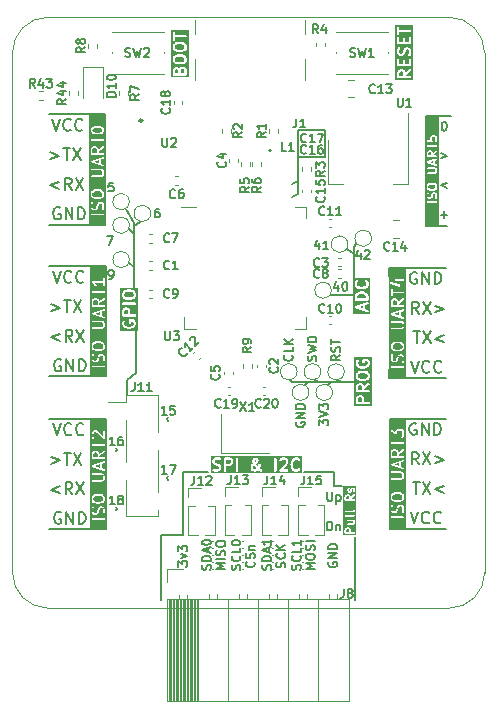
<source format=gbr>
%TF.GenerationSoftware,KiCad,Pcbnew,7.0.7*%
%TF.CreationDate,2024-09-17T12:02:14+01:00*%
%TF.ProjectId,Ponder,506f6e64-6572-42e6-9b69-6361645f7063,1.0*%
%TF.SameCoordinates,Original*%
%TF.FileFunction,Legend,Top*%
%TF.FilePolarity,Positive*%
%FSLAX46Y46*%
G04 Gerber Fmt 4.6, Leading zero omitted, Abs format (unit mm)*
G04 Created by KiCad (PCBNEW 7.0.7) date 2024-09-17 12:02:14*
%MOMM*%
%LPD*%
G01*
G04 APERTURE LIST*
%ADD10C,0.150000*%
%ADD11C,0.200000*%
%ADD12C,0.120000*%
%ADD13C,0.250000*%
%ADD14C,0.191421*%
%TA.AperFunction,Profile*%
%ADD15C,0.100000*%
%TD*%
G04 APERTURE END LIST*
D10*
X135000000Y-116800000D02*
X133200000Y-116800000D01*
X147100000Y-84800000D02*
X144775000Y-84800000D01*
X152514986Y-94225200D02*
X153849760Y-94225200D01*
X153849760Y-94884144D01*
X152514986Y-94884144D01*
X152514986Y-94225200D01*
G36*
X152514986Y-94225200D02*
G01*
X153849760Y-94225200D01*
X153849760Y-94884144D01*
X152514986Y-94884144D01*
X152514986Y-94225200D01*
G37*
X123735000Y-106990000D02*
X127500000Y-106990000D01*
X144775000Y-87975000D02*
X144775000Y-82550000D01*
X149600000Y-117000000D02*
X149600000Y-122300000D01*
X131100000Y-103100000D02*
X130300000Y-103700000D01*
X157305450Y-94224372D02*
X153530450Y-94224372D01*
X123725000Y-116310000D02*
X127500000Y-116310000D01*
X155634920Y-81314906D02*
X156600000Y-81314906D01*
X156600000Y-82886399D01*
X155634920Y-82886399D01*
X155634920Y-81314906D01*
G36*
X155634920Y-81314906D02*
G01*
X156600000Y-81314906D01*
X156600000Y-82886399D01*
X155634920Y-82886399D01*
X155634920Y-81314906D01*
G37*
X157282500Y-116300000D02*
X153517500Y-116300000D01*
X131100000Y-99400000D02*
X131100000Y-103100000D01*
X137600000Y-117300000D02*
X137600000Y-117300000D01*
X137600000Y-117900000D02*
X137600000Y-117900000D01*
X137600000Y-118500000D02*
X137600000Y-118500000D01*
X137600000Y-119100000D02*
X137600000Y-119100000D01*
X137600000Y-119700000D02*
X137600000Y-119700000D01*
X144775000Y-82550000D02*
X147100000Y-82550000D01*
X127156653Y-89900000D02*
X128443346Y-89900000D01*
X128443346Y-90535761D01*
X127156653Y-90535761D01*
X127156653Y-89900000D01*
G36*
X127156653Y-89900000D02*
G01*
X128443346Y-89900000D01*
X128443346Y-90535761D01*
X127156653Y-90535761D01*
X127156653Y-89900000D01*
G37*
X144775000Y-87975000D02*
X144275000Y-88225000D01*
X123725000Y-103400000D02*
X127500000Y-103400000D01*
X127227185Y-94079252D02*
X128512524Y-94079252D01*
X128512524Y-94978450D01*
X127227185Y-94978450D01*
X127227185Y-94079252D01*
G36*
X127227185Y-94079252D02*
G01*
X128512524Y-94079252D01*
X128512524Y-94978450D01*
X127227185Y-94978450D01*
X127227185Y-94079252D01*
G37*
X147800000Y-111500000D02*
X145300000Y-111500000D01*
X152548786Y-106980828D02*
X153833588Y-106980828D01*
X153833588Y-107739772D01*
X152548786Y-107739772D01*
X152548786Y-106980828D01*
G36*
X152548786Y-106980828D02*
G01*
X153833588Y-106980828D01*
X153833588Y-107739772D01*
X152548786Y-107739772D01*
X152548786Y-106980828D01*
G37*
X123735000Y-94080000D02*
X127500000Y-94080000D01*
X149600000Y-103900000D02*
X144300000Y-103900000D01*
X144300000Y-103900000D02*
X144100000Y-103700000D01*
X127226203Y-102765628D02*
X128512896Y-102765628D01*
X128512896Y-103401389D01*
X127226203Y-103401389D01*
X127226203Y-102765628D01*
G36*
X127226203Y-102765628D02*
G01*
X128512896Y-102765628D01*
X128512896Y-103401389D01*
X127226203Y-103401389D01*
X127226203Y-102765628D01*
G37*
X147800000Y-111500000D02*
X147800000Y-112700000D01*
X130900000Y-94100000D02*
X130500000Y-93800000D01*
X127157635Y-81213624D02*
X128442974Y-81213624D01*
X128442974Y-82112822D01*
X127157635Y-82112822D01*
X127157635Y-81213624D01*
G36*
X127157635Y-81213624D02*
G01*
X128442974Y-81213624D01*
X128442974Y-82112822D01*
X127157635Y-82112822D01*
X127157635Y-81213624D01*
G37*
X123665450Y-81214372D02*
X127430450Y-81214372D01*
X135000000Y-111500000D02*
X135000000Y-116800000D01*
X140100000Y-117300000D02*
X140100000Y-117300000D01*
X140100000Y-117900000D02*
X140100000Y-117900000D01*
X140100000Y-118500000D02*
X140100000Y-118500000D01*
X140100000Y-119100000D02*
X140100000Y-119100000D01*
X140100000Y-119700000D02*
X140100000Y-119700000D01*
X148500000Y-103900000D02*
X148100000Y-103700000D01*
X147800000Y-112700000D02*
X148500000Y-112700000D01*
X155637069Y-88784372D02*
X156602149Y-88784372D01*
X156602149Y-90634496D01*
X155637069Y-90634496D01*
X155637069Y-88784372D01*
G36*
X155637069Y-88784372D02*
G01*
X156602149Y-88784372D01*
X156602149Y-90634496D01*
X155637069Y-90634496D01*
X155637069Y-88784372D01*
G37*
X157292500Y-106980000D02*
X153517500Y-106980000D01*
X146500000Y-103900000D02*
X146200000Y-103700000D01*
X130900000Y-90400000D02*
X130200000Y-89200000D01*
X152514842Y-102732840D02*
X153846325Y-102732840D01*
X153846325Y-103543915D01*
X152514842Y-103543915D01*
X152514842Y-102732840D01*
G36*
X152514842Y-102732840D02*
G01*
X153846325Y-102732840D01*
X153846325Y-103543915D01*
X152514842Y-103543915D01*
X152514842Y-102732840D01*
G37*
X145200000Y-117300000D02*
X145200000Y-117300000D01*
X145200000Y-117900000D02*
X145200000Y-117900000D01*
X145200000Y-118500000D02*
X145200000Y-118500000D01*
X145200000Y-119100000D02*
X145200000Y-119100000D01*
X145200000Y-119700000D02*
X145200000Y-119700000D01*
X157400000Y-90634372D02*
X156041277Y-90634372D01*
X147600000Y-103900000D02*
X147300000Y-104100000D01*
X133200000Y-116800000D02*
X133200000Y-122300000D01*
X145700000Y-103900000D02*
X145300000Y-104100000D01*
X157699002Y-81314372D02*
X155864907Y-81314906D01*
X130900000Y-96000000D02*
X130900000Y-90400000D01*
X149500000Y-95100000D02*
X149500000Y-92400000D01*
X152547089Y-115488468D02*
X153833375Y-115488468D01*
X153833375Y-116299543D01*
X152547089Y-116299543D01*
X152547089Y-115488468D01*
G36*
X152547089Y-115488468D02*
G01*
X153833375Y-115488468D01*
X153833375Y-116299543D01*
X152547089Y-116299543D01*
X152547089Y-115488468D01*
G37*
X147100000Y-82550000D02*
X147100000Y-84800000D01*
X127227185Y-106989252D02*
X128512524Y-106989252D01*
X128512524Y-107888450D01*
X127227185Y-107888450D01*
X127227185Y-106989252D01*
G36*
X127227185Y-106989252D02*
G01*
X128512524Y-106989252D01*
X128512524Y-107888450D01*
X127227185Y-107888450D01*
X127227185Y-106989252D01*
G37*
X135000000Y-111500000D02*
X137200000Y-111500000D01*
X142700000Y-117300000D02*
X142700000Y-117300000D01*
X142700000Y-117900000D02*
X142700000Y-117900000D01*
X142700000Y-118500000D02*
X142700000Y-118500000D01*
X142700000Y-119100000D02*
X142700000Y-119100000D01*
X142700000Y-119700000D02*
X142700000Y-119700000D01*
X144775000Y-86875000D02*
X144275000Y-87125000D01*
X149500000Y-93000000D02*
X148900000Y-92600000D01*
X123655450Y-90534372D02*
X127430450Y-90534372D01*
X149500000Y-92400000D02*
X149700000Y-92200000D01*
X130900000Y-91300000D02*
X130500000Y-90900000D01*
X157295450Y-103544372D02*
X153530450Y-103544372D01*
X147500000Y-96500000D02*
X149500000Y-96500000D01*
X130900000Y-90700000D02*
X131400000Y-90300000D01*
X130300000Y-103700000D02*
X130300000Y-104900000D01*
X127226203Y-115675628D02*
X128512896Y-115675628D01*
X128512896Y-116311389D01*
X127226203Y-116311389D01*
X127226203Y-115675628D01*
G36*
X127226203Y-115675628D02*
G01*
X128512896Y-115675628D01*
X128512896Y-116311389D01*
X127226203Y-116311389D01*
X127226203Y-115675628D01*
G37*
X146589164Y-107512970D02*
X146589164Y-107048684D01*
X146589164Y-107048684D02*
X146874878Y-107298684D01*
X146874878Y-107298684D02*
X146874878Y-107191541D01*
X146874878Y-107191541D02*
X146910592Y-107120113D01*
X146910592Y-107120113D02*
X146946307Y-107084398D01*
X146946307Y-107084398D02*
X147017735Y-107048684D01*
X147017735Y-107048684D02*
X147196307Y-107048684D01*
X147196307Y-107048684D02*
X147267735Y-107084398D01*
X147267735Y-107084398D02*
X147303450Y-107120113D01*
X147303450Y-107120113D02*
X147339164Y-107191541D01*
X147339164Y-107191541D02*
X147339164Y-107405827D01*
X147339164Y-107405827D02*
X147303450Y-107477255D01*
X147303450Y-107477255D02*
X147267735Y-107512970D01*
X146589164Y-106834398D02*
X147339164Y-106584398D01*
X147339164Y-106584398D02*
X146589164Y-106334398D01*
X146589164Y-106155827D02*
X146589164Y-105691541D01*
X146589164Y-105691541D02*
X146874878Y-105941541D01*
X146874878Y-105941541D02*
X146874878Y-105834398D01*
X146874878Y-105834398D02*
X146910592Y-105762970D01*
X146910592Y-105762970D02*
X146946307Y-105727255D01*
X146946307Y-105727255D02*
X147017735Y-105691541D01*
X147017735Y-105691541D02*
X147196307Y-105691541D01*
X147196307Y-105691541D02*
X147267735Y-105727255D01*
X147267735Y-105727255D02*
X147303450Y-105762970D01*
X147303450Y-105762970D02*
X147339164Y-105834398D01*
X147339164Y-105834398D02*
X147339164Y-106048684D01*
X147339164Y-106048684D02*
X147303450Y-106120112D01*
X147303450Y-106120112D02*
X147267735Y-106155827D01*
D11*
X154541729Y-99571591D02*
X155113157Y-99571591D01*
X154827443Y-100571591D02*
X154827443Y-99571591D01*
X155351253Y-99571591D02*
X156017919Y-100571591D01*
X156017919Y-99571591D02*
X155351253Y-100571591D01*
X157160777Y-99904924D02*
X156398872Y-100190638D01*
X156398872Y-100190638D02*
X157160777Y-100476352D01*
X123957266Y-81591591D02*
X124290599Y-82591591D01*
X124290599Y-82591591D02*
X124623932Y-81591591D01*
X125528694Y-82496352D02*
X125481075Y-82543972D01*
X125481075Y-82543972D02*
X125338218Y-82591591D01*
X125338218Y-82591591D02*
X125242980Y-82591591D01*
X125242980Y-82591591D02*
X125100123Y-82543972D01*
X125100123Y-82543972D02*
X125004885Y-82448733D01*
X125004885Y-82448733D02*
X124957266Y-82353495D01*
X124957266Y-82353495D02*
X124909647Y-82163019D01*
X124909647Y-82163019D02*
X124909647Y-82020162D01*
X124909647Y-82020162D02*
X124957266Y-81829686D01*
X124957266Y-81829686D02*
X125004885Y-81734448D01*
X125004885Y-81734448D02*
X125100123Y-81639210D01*
X125100123Y-81639210D02*
X125242980Y-81591591D01*
X125242980Y-81591591D02*
X125338218Y-81591591D01*
X125338218Y-81591591D02*
X125481075Y-81639210D01*
X125481075Y-81639210D02*
X125528694Y-81686829D01*
X126528694Y-82496352D02*
X126481075Y-82543972D01*
X126481075Y-82543972D02*
X126338218Y-82591591D01*
X126338218Y-82591591D02*
X126242980Y-82591591D01*
X126242980Y-82591591D02*
X126100123Y-82543972D01*
X126100123Y-82543972D02*
X126004885Y-82448733D01*
X126004885Y-82448733D02*
X125957266Y-82353495D01*
X125957266Y-82353495D02*
X125909647Y-82163019D01*
X125909647Y-82163019D02*
X125909647Y-82020162D01*
X125909647Y-82020162D02*
X125957266Y-81829686D01*
X125957266Y-81829686D02*
X126004885Y-81734448D01*
X126004885Y-81734448D02*
X126100123Y-81639210D01*
X126100123Y-81639210D02*
X126242980Y-81591591D01*
X126242980Y-81591591D02*
X126338218Y-81591591D01*
X126338218Y-81591591D02*
X126481075Y-81639210D01*
X126481075Y-81639210D02*
X126528694Y-81686829D01*
X154782707Y-107384838D02*
X154687469Y-107337219D01*
X154687469Y-107337219D02*
X154544612Y-107337219D01*
X154544612Y-107337219D02*
X154401755Y-107384838D01*
X154401755Y-107384838D02*
X154306517Y-107480076D01*
X154306517Y-107480076D02*
X154258898Y-107575314D01*
X154258898Y-107575314D02*
X154211279Y-107765790D01*
X154211279Y-107765790D02*
X154211279Y-107908647D01*
X154211279Y-107908647D02*
X154258898Y-108099123D01*
X154258898Y-108099123D02*
X154306517Y-108194361D01*
X154306517Y-108194361D02*
X154401755Y-108289600D01*
X154401755Y-108289600D02*
X154544612Y-108337219D01*
X154544612Y-108337219D02*
X154639850Y-108337219D01*
X154639850Y-108337219D02*
X154782707Y-108289600D01*
X154782707Y-108289600D02*
X154830326Y-108241980D01*
X154830326Y-108241980D02*
X154830326Y-107908647D01*
X154830326Y-107908647D02*
X154639850Y-107908647D01*
X155258898Y-108337219D02*
X155258898Y-107337219D01*
X155258898Y-107337219D02*
X155830326Y-108337219D01*
X155830326Y-108337219D02*
X155830326Y-107337219D01*
X156306517Y-108337219D02*
X156306517Y-107337219D01*
X156306517Y-107337219D02*
X156544612Y-107337219D01*
X156544612Y-107337219D02*
X156687469Y-107384838D01*
X156687469Y-107384838D02*
X156782707Y-107480076D01*
X156782707Y-107480076D02*
X156830326Y-107575314D01*
X156830326Y-107575314D02*
X156877945Y-107765790D01*
X156877945Y-107765790D02*
X156877945Y-107908647D01*
X156877945Y-107908647D02*
X156830326Y-108099123D01*
X156830326Y-108099123D02*
X156782707Y-108194361D01*
X156782707Y-108194361D02*
X156687469Y-108289600D01*
X156687469Y-108289600D02*
X156544612Y-108337219D01*
X156544612Y-108337219D02*
X156306517Y-108337219D01*
X124562028Y-86924924D02*
X123800123Y-87210638D01*
X123800123Y-87210638D02*
X124562028Y-87496352D01*
X125609646Y-87591591D02*
X125276313Y-87115400D01*
X125038218Y-87591591D02*
X125038218Y-86591591D01*
X125038218Y-86591591D02*
X125419170Y-86591591D01*
X125419170Y-86591591D02*
X125514408Y-86639210D01*
X125514408Y-86639210D02*
X125562027Y-86686829D01*
X125562027Y-86686829D02*
X125609646Y-86782067D01*
X125609646Y-86782067D02*
X125609646Y-86924924D01*
X125609646Y-86924924D02*
X125562027Y-87020162D01*
X125562027Y-87020162D02*
X125514408Y-87067781D01*
X125514408Y-87067781D02*
X125419170Y-87115400D01*
X125419170Y-87115400D02*
X125038218Y-87115400D01*
X125942980Y-86591591D02*
X126609646Y-87591591D01*
X126609646Y-86591591D02*
X125942980Y-87591591D01*
D10*
X148172744Y-95639164D02*
X148172744Y-96139164D01*
X147994172Y-95353450D02*
X147815601Y-95889164D01*
X147815601Y-95889164D02*
X148279886Y-95889164D01*
X148708458Y-95389164D02*
X148779887Y-95389164D01*
X148779887Y-95389164D02*
X148851315Y-95424878D01*
X148851315Y-95424878D02*
X148887030Y-95460592D01*
X148887030Y-95460592D02*
X148922744Y-95532021D01*
X148922744Y-95532021D02*
X148958458Y-95674878D01*
X148958458Y-95674878D02*
X148958458Y-95853450D01*
X148958458Y-95853450D02*
X148922744Y-95996307D01*
X148922744Y-95996307D02*
X148887030Y-96067735D01*
X148887030Y-96067735D02*
X148851315Y-96103450D01*
X148851315Y-96103450D02*
X148779887Y-96139164D01*
X148779887Y-96139164D02*
X148708458Y-96139164D01*
X148708458Y-96139164D02*
X148637030Y-96103450D01*
X148637030Y-96103450D02*
X148601315Y-96067735D01*
X148601315Y-96067735D02*
X148565601Y-95996307D01*
X148565601Y-95996307D02*
X148529887Y-95853450D01*
X148529887Y-95853450D02*
X148529887Y-95674878D01*
X148529887Y-95674878D02*
X148565601Y-95532021D01*
X148565601Y-95532021D02*
X148601315Y-95460592D01*
X148601315Y-95460592D02*
X148637030Y-95424878D01*
X148637030Y-95424878D02*
X148708458Y-95389164D01*
X133760592Y-107142856D02*
X133653450Y-106999999D01*
X133653450Y-106999999D02*
X133760592Y-106857142D01*
X147386128Y-119129887D02*
X147350414Y-119201316D01*
X147350414Y-119201316D02*
X147350414Y-119308458D01*
X147350414Y-119308458D02*
X147386128Y-119415601D01*
X147386128Y-119415601D02*
X147457557Y-119487030D01*
X147457557Y-119487030D02*
X147528985Y-119522744D01*
X147528985Y-119522744D02*
X147671842Y-119558458D01*
X147671842Y-119558458D02*
X147778985Y-119558458D01*
X147778985Y-119558458D02*
X147921842Y-119522744D01*
X147921842Y-119522744D02*
X147993271Y-119487030D01*
X147993271Y-119487030D02*
X148064700Y-119415601D01*
X148064700Y-119415601D02*
X148100414Y-119308458D01*
X148100414Y-119308458D02*
X148100414Y-119237030D01*
X148100414Y-119237030D02*
X148064700Y-119129887D01*
X148064700Y-119129887D02*
X148028985Y-119094173D01*
X148028985Y-119094173D02*
X147778985Y-119094173D01*
X147778985Y-119094173D02*
X147778985Y-119237030D01*
X148100414Y-118772744D02*
X147350414Y-118772744D01*
X147350414Y-118772744D02*
X148100414Y-118344173D01*
X148100414Y-118344173D02*
X147350414Y-118344173D01*
X148100414Y-117987030D02*
X147350414Y-117987030D01*
X147350414Y-117987030D02*
X147350414Y-117808459D01*
X147350414Y-117808459D02*
X147386128Y-117701316D01*
X147386128Y-117701316D02*
X147457557Y-117629887D01*
X147457557Y-117629887D02*
X147528985Y-117594173D01*
X147528985Y-117594173D02*
X147671842Y-117558459D01*
X147671842Y-117558459D02*
X147778985Y-117558459D01*
X147778985Y-117558459D02*
X147921842Y-117594173D01*
X147921842Y-117594173D02*
X147993271Y-117629887D01*
X147993271Y-117629887D02*
X148064700Y-117701316D01*
X148064700Y-117701316D02*
X148100414Y-117808459D01*
X148100414Y-117808459D02*
X148100414Y-117987030D01*
D11*
X123869673Y-110200552D02*
X124631578Y-110486266D01*
X124631578Y-110486266D02*
X123869673Y-110771980D01*
X124964911Y-109867219D02*
X125536339Y-109867219D01*
X125250625Y-110867219D02*
X125250625Y-109867219D01*
X125774435Y-109867219D02*
X126441101Y-110867219D01*
X126441101Y-109867219D02*
X125774435Y-110867219D01*
D10*
X157108458Y-81827914D02*
X157179887Y-81827914D01*
X157179887Y-81827914D02*
X157251315Y-81863628D01*
X157251315Y-81863628D02*
X157287030Y-81899342D01*
X157287030Y-81899342D02*
X157322744Y-81970771D01*
X157322744Y-81970771D02*
X157358458Y-82113628D01*
X157358458Y-82113628D02*
X157358458Y-82292200D01*
X157358458Y-82292200D02*
X157322744Y-82435057D01*
X157322744Y-82435057D02*
X157287030Y-82506485D01*
X157287030Y-82506485D02*
X157251315Y-82542200D01*
X157251315Y-82542200D02*
X157179887Y-82577914D01*
X157179887Y-82577914D02*
X157108458Y-82577914D01*
X157108458Y-82577914D02*
X157037030Y-82542200D01*
X157037030Y-82542200D02*
X157001315Y-82506485D01*
X157001315Y-82506485D02*
X156965601Y-82435057D01*
X156965601Y-82435057D02*
X156929887Y-82292200D01*
X156929887Y-82292200D02*
X156929887Y-82113628D01*
X156929887Y-82113628D02*
X156965601Y-81970771D01*
X156965601Y-81970771D02*
X157001315Y-81899342D01*
X157001315Y-81899342D02*
X157037030Y-81863628D01*
X157037030Y-81863628D02*
X157108458Y-81827914D01*
X156851316Y-89692200D02*
X157422745Y-89692200D01*
X157137030Y-89977914D02*
X157137030Y-89406485D01*
X133657142Y-111639164D02*
X133228571Y-111639164D01*
X133442856Y-111639164D02*
X133442856Y-110889164D01*
X133442856Y-110889164D02*
X133371428Y-110996307D01*
X133371428Y-110996307D02*
X133299999Y-111067735D01*
X133299999Y-111067735D02*
X133228571Y-111103450D01*
X133907142Y-110889164D02*
X134407142Y-110889164D01*
X134407142Y-110889164D02*
X134085714Y-111639164D01*
X141028985Y-119094173D02*
X141064700Y-119129887D01*
X141064700Y-119129887D02*
X141100414Y-119237030D01*
X141100414Y-119237030D02*
X141100414Y-119308458D01*
X141100414Y-119308458D02*
X141064700Y-119415601D01*
X141064700Y-119415601D02*
X140993271Y-119487030D01*
X140993271Y-119487030D02*
X140921842Y-119522744D01*
X140921842Y-119522744D02*
X140778985Y-119558458D01*
X140778985Y-119558458D02*
X140671842Y-119558458D01*
X140671842Y-119558458D02*
X140528985Y-119522744D01*
X140528985Y-119522744D02*
X140457557Y-119487030D01*
X140457557Y-119487030D02*
X140386128Y-119415601D01*
X140386128Y-119415601D02*
X140350414Y-119308458D01*
X140350414Y-119308458D02*
X140350414Y-119237030D01*
X140350414Y-119237030D02*
X140386128Y-119129887D01*
X140386128Y-119129887D02*
X140421842Y-119094173D01*
X141064700Y-118808458D02*
X141100414Y-118701316D01*
X141100414Y-118701316D02*
X141100414Y-118522744D01*
X141100414Y-118522744D02*
X141064700Y-118451316D01*
X141064700Y-118451316D02*
X141028985Y-118415601D01*
X141028985Y-118415601D02*
X140957557Y-118379887D01*
X140957557Y-118379887D02*
X140886128Y-118379887D01*
X140886128Y-118379887D02*
X140814700Y-118415601D01*
X140814700Y-118415601D02*
X140778985Y-118451316D01*
X140778985Y-118451316D02*
X140743271Y-118522744D01*
X140743271Y-118522744D02*
X140707557Y-118665601D01*
X140707557Y-118665601D02*
X140671842Y-118737030D01*
X140671842Y-118737030D02*
X140636128Y-118772744D01*
X140636128Y-118772744D02*
X140564700Y-118808458D01*
X140564700Y-118808458D02*
X140493271Y-118808458D01*
X140493271Y-118808458D02*
X140421842Y-118772744D01*
X140421842Y-118772744D02*
X140386128Y-118737030D01*
X140386128Y-118737030D02*
X140350414Y-118665601D01*
X140350414Y-118665601D02*
X140350414Y-118487030D01*
X140350414Y-118487030D02*
X140386128Y-118379887D01*
X140600414Y-118058458D02*
X141100414Y-118058458D01*
X140671842Y-118058458D02*
X140636128Y-118022744D01*
X140636128Y-118022744D02*
X140600414Y-117951315D01*
X140600414Y-117951315D02*
X140600414Y-117844172D01*
X140600414Y-117844172D02*
X140636128Y-117772744D01*
X140636128Y-117772744D02*
X140707557Y-117737030D01*
X140707557Y-117737030D02*
X141100414Y-117737030D01*
D11*
X124026816Y-94457219D02*
X124360149Y-95457219D01*
X124360149Y-95457219D02*
X124693482Y-94457219D01*
X125598244Y-95361980D02*
X125550625Y-95409600D01*
X125550625Y-95409600D02*
X125407768Y-95457219D01*
X125407768Y-95457219D02*
X125312530Y-95457219D01*
X125312530Y-95457219D02*
X125169673Y-95409600D01*
X125169673Y-95409600D02*
X125074435Y-95314361D01*
X125074435Y-95314361D02*
X125026816Y-95219123D01*
X125026816Y-95219123D02*
X124979197Y-95028647D01*
X124979197Y-95028647D02*
X124979197Y-94885790D01*
X124979197Y-94885790D02*
X125026816Y-94695314D01*
X125026816Y-94695314D02*
X125074435Y-94600076D01*
X125074435Y-94600076D02*
X125169673Y-94504838D01*
X125169673Y-94504838D02*
X125312530Y-94457219D01*
X125312530Y-94457219D02*
X125407768Y-94457219D01*
X125407768Y-94457219D02*
X125550625Y-94504838D01*
X125550625Y-94504838D02*
X125598244Y-94552457D01*
X126598244Y-95361980D02*
X126550625Y-95409600D01*
X126550625Y-95409600D02*
X126407768Y-95457219D01*
X126407768Y-95457219D02*
X126312530Y-95457219D01*
X126312530Y-95457219D02*
X126169673Y-95409600D01*
X126169673Y-95409600D02*
X126074435Y-95314361D01*
X126074435Y-95314361D02*
X126026816Y-95219123D01*
X126026816Y-95219123D02*
X125979197Y-95028647D01*
X125979197Y-95028647D02*
X125979197Y-94885790D01*
X125979197Y-94885790D02*
X126026816Y-94695314D01*
X126026816Y-94695314D02*
X126074435Y-94600076D01*
X126074435Y-94600076D02*
X126169673Y-94504838D01*
X126169673Y-94504838D02*
X126312530Y-94457219D01*
X126312530Y-94457219D02*
X126407768Y-94457219D01*
X126407768Y-94457219D02*
X126550625Y-94504838D01*
X126550625Y-94504838D02*
X126598244Y-94552457D01*
D10*
G36*
X153510667Y-113396571D02*
G01*
X153582611Y-113468514D01*
X153616869Y-113537029D01*
X153616869Y-113692096D01*
X153582611Y-113760611D01*
X153510667Y-113832554D01*
X153349301Y-113872896D01*
X153034436Y-113872896D01*
X152873069Y-113832554D01*
X152801127Y-113760612D01*
X152766869Y-113692096D01*
X152766869Y-113537029D01*
X152801127Y-113468514D01*
X152873069Y-113396571D01*
X153034436Y-113356230D01*
X153349301Y-113356230D01*
X153510667Y-113396571D01*
G37*
G36*
X153331154Y-110986696D02*
G01*
X152929039Y-110852658D01*
X153331154Y-110718619D01*
X153331154Y-110986696D01*
G37*
G36*
X153076013Y-109723821D02*
G01*
X153106420Y-109754227D01*
X153140678Y-109822744D01*
X153140678Y-110110991D01*
X152766869Y-110110991D01*
X152766869Y-109822744D01*
X152801127Y-109754227D01*
X152831533Y-109723821D01*
X152900050Y-109689563D01*
X153007497Y-109689563D01*
X153076013Y-109723821D01*
G37*
G36*
X153909726Y-115546705D02*
G01*
X152474012Y-115546705D01*
X152474012Y-115315824D01*
X152618008Y-115315824D01*
X152626917Y-115366348D01*
X152666217Y-115399325D01*
X152691869Y-115403848D01*
X153691869Y-115403848D01*
X153740078Y-115386301D01*
X153765730Y-115341872D01*
X153756821Y-115291348D01*
X153717521Y-115258371D01*
X153691869Y-115253848D01*
X152691869Y-115253848D01*
X152643660Y-115271395D01*
X152618008Y-115315824D01*
X152474012Y-115315824D01*
X152474012Y-114709801D01*
X152616869Y-114709801D01*
X152618402Y-114714014D01*
X152617361Y-114718375D01*
X152624787Y-114743342D01*
X152672406Y-114838580D01*
X152673595Y-114839705D01*
X152686455Y-114858072D01*
X152734074Y-114905691D01*
X152735555Y-114906382D01*
X152753566Y-114919740D01*
X152848804Y-114967359D01*
X152853257Y-114967871D01*
X152856693Y-114970754D01*
X152882345Y-114975277D01*
X152977583Y-114975277D01*
X152981796Y-114973743D01*
X152986157Y-114974785D01*
X153011124Y-114967359D01*
X153106362Y-114919740D01*
X153107487Y-114918550D01*
X153125854Y-114905691D01*
X153173473Y-114858072D01*
X153174164Y-114856590D01*
X153187522Y-114838580D01*
X153235141Y-114743342D01*
X153235547Y-114739813D01*
X153240820Y-114727991D01*
X153286442Y-114545501D01*
X153324936Y-114468513D01*
X153355343Y-114438106D01*
X153423859Y-114403849D01*
X153483687Y-114403849D01*
X153552203Y-114438107D01*
X153582611Y-114468514D01*
X153616869Y-114537030D01*
X153616869Y-114745250D01*
X153573099Y-114876560D01*
X153574500Y-114927844D01*
X153608537Y-114966229D01*
X153659286Y-114973754D01*
X153702998Y-114946899D01*
X153715401Y-114923994D01*
X153763020Y-114781138D01*
X153762975Y-114779502D01*
X153766869Y-114757420D01*
X153766869Y-114519325D01*
X153765335Y-114515111D01*
X153766377Y-114510750D01*
X153758951Y-114485784D01*
X153711332Y-114390546D01*
X153710144Y-114389421D01*
X153697282Y-114371053D01*
X153649662Y-114323434D01*
X153648179Y-114322742D01*
X153630171Y-114309386D01*
X153534933Y-114261767D01*
X153530479Y-114261254D01*
X153527044Y-114258372D01*
X153501392Y-114253849D01*
X153406154Y-114253849D01*
X153401940Y-114255382D01*
X153397579Y-114254341D01*
X153372613Y-114261767D01*
X153277375Y-114309386D01*
X153276249Y-114310575D01*
X153257883Y-114323435D01*
X153210264Y-114371054D01*
X153209573Y-114372535D01*
X153196215Y-114390546D01*
X153148596Y-114485784D01*
X153148189Y-114489312D01*
X153142917Y-114501135D01*
X153097294Y-114683624D01*
X153058801Y-114760611D01*
X153028393Y-114791019D01*
X152959878Y-114825277D01*
X152900050Y-114825277D01*
X152831534Y-114791019D01*
X152801127Y-114760612D01*
X152766869Y-114692096D01*
X152766869Y-114483876D01*
X152810639Y-114352567D01*
X152809238Y-114301283D01*
X152775200Y-114262897D01*
X152724452Y-114255372D01*
X152680739Y-114282227D01*
X152668337Y-114305132D01*
X152620718Y-114447989D01*
X152620762Y-114449623D01*
X152616869Y-114471706D01*
X152616869Y-114709801D01*
X152474012Y-114709801D01*
X152474012Y-113709801D01*
X152616869Y-113709801D01*
X152618402Y-113714014D01*
X152617361Y-113718375D01*
X152624787Y-113743342D01*
X152672406Y-113838580D01*
X152673595Y-113839705D01*
X152686455Y-113858072D01*
X152781693Y-113953310D01*
X152788400Y-113956437D01*
X152792747Y-113962428D01*
X152816536Y-113973038D01*
X153007012Y-114020657D01*
X153010460Y-114020296D01*
X153025202Y-114022896D01*
X153358535Y-114022896D01*
X153361792Y-114021710D01*
X153376725Y-114020657D01*
X153567201Y-113973038D01*
X153573333Y-113968895D01*
X153580707Y-113968251D01*
X153602044Y-113953310D01*
X153697283Y-113858072D01*
X153697974Y-113856589D01*
X153711332Y-113838580D01*
X153758951Y-113743342D01*
X153759463Y-113738888D01*
X153762346Y-113735453D01*
X153766869Y-113709801D01*
X153766869Y-113519325D01*
X153765335Y-113515111D01*
X153766377Y-113510750D01*
X153758951Y-113485784D01*
X153711332Y-113390546D01*
X153710145Y-113389422D01*
X153697283Y-113371054D01*
X153602044Y-113275816D01*
X153595336Y-113272688D01*
X153590990Y-113266698D01*
X153567201Y-113256088D01*
X153376725Y-113208469D01*
X153373276Y-113208829D01*
X153358535Y-113206230D01*
X153025202Y-113206230D01*
X153021944Y-113207415D01*
X153007012Y-113208469D01*
X152816536Y-113256088D01*
X152810403Y-113260229D01*
X152803030Y-113260875D01*
X152781693Y-113275816D01*
X152686455Y-113371054D01*
X152685764Y-113372535D01*
X152672406Y-113390546D01*
X152624787Y-113485784D01*
X152624274Y-113490237D01*
X152621392Y-113493673D01*
X152616869Y-113519325D01*
X152616869Y-113709801D01*
X152474012Y-113709801D01*
X152474012Y-112077729D01*
X152618008Y-112077729D01*
X152626917Y-112128253D01*
X152666217Y-112161230D01*
X152691869Y-112165753D01*
X153501392Y-112165753D01*
X153505605Y-112164219D01*
X153509966Y-112165261D01*
X153534933Y-112157835D01*
X153630171Y-112110216D01*
X153631296Y-112109027D01*
X153649662Y-112096168D01*
X153697282Y-112048549D01*
X153697972Y-112047067D01*
X153711332Y-112029056D01*
X153758951Y-111933818D01*
X153759463Y-111929364D01*
X153762346Y-111925929D01*
X153766869Y-111900277D01*
X153766869Y-111709801D01*
X153765335Y-111705587D01*
X153766377Y-111701226D01*
X153758951Y-111676260D01*
X153711332Y-111581022D01*
X153710144Y-111579897D01*
X153697282Y-111561529D01*
X153649662Y-111513910D01*
X153648179Y-111513218D01*
X153630171Y-111499862D01*
X153534933Y-111452243D01*
X153530479Y-111451730D01*
X153527044Y-111448848D01*
X153501392Y-111444325D01*
X152691869Y-111444325D01*
X152643660Y-111461872D01*
X152618008Y-111506301D01*
X152626917Y-111556825D01*
X152666217Y-111589802D01*
X152691869Y-111594325D01*
X153483687Y-111594325D01*
X153552203Y-111628583D01*
X153582611Y-111658990D01*
X153616869Y-111727505D01*
X153616869Y-111882572D01*
X153582611Y-111951087D01*
X153552203Y-111981494D01*
X153483687Y-112015753D01*
X152691869Y-112015753D01*
X152643660Y-112033300D01*
X152618008Y-112077729D01*
X152474012Y-112077729D01*
X152474012Y-110863659D01*
X152617680Y-110863659D01*
X152618708Y-110865558D01*
X152618392Y-110867694D01*
X152630810Y-110887907D01*
X152642109Y-110908773D01*
X152644116Y-110909566D01*
X152645247Y-110911406D01*
X152668152Y-110923809D01*
X153668152Y-111257142D01*
X153719435Y-111255741D01*
X153757821Y-111221703D01*
X153765346Y-111170955D01*
X153738491Y-111127242D01*
X153715586Y-111114840D01*
X153481154Y-111036696D01*
X153481154Y-110668619D01*
X153715586Y-110590476D01*
X153755772Y-110558585D01*
X153766058Y-110508324D01*
X153741629Y-110463210D01*
X153693917Y-110444353D01*
X153668152Y-110448174D01*
X152668152Y-110781507D01*
X152666460Y-110782849D01*
X152664302Y-110782908D01*
X152646540Y-110798657D01*
X152627966Y-110813398D01*
X152627533Y-110815511D01*
X152625917Y-110816945D01*
X152622436Y-110840415D01*
X152617680Y-110863659D01*
X152474012Y-110863659D01*
X152474012Y-110185991D01*
X152616869Y-110185991D01*
X152623532Y-110204299D01*
X152626917Y-110223491D01*
X152632101Y-110227841D01*
X152634416Y-110234200D01*
X152651289Y-110243942D01*
X152666217Y-110256468D01*
X152675959Y-110258185D01*
X152678845Y-110259852D01*
X152682127Y-110259273D01*
X152691869Y-110260991D01*
X153691869Y-110260991D01*
X153740078Y-110243444D01*
X153765730Y-110199015D01*
X153756821Y-110148491D01*
X153717521Y-110115514D01*
X153691869Y-110110991D01*
X153290678Y-110110991D01*
X153290678Y-109986945D01*
X153734879Y-109676005D01*
X153764311Y-109633984D01*
X153759847Y-109582876D01*
X153723575Y-109546594D01*
X153672468Y-109542115D01*
X153648860Y-109553120D01*
X153290332Y-109804089D01*
X153289144Y-109800825D01*
X153290186Y-109796464D01*
X153282760Y-109771498D01*
X153235141Y-109676260D01*
X153233951Y-109675134D01*
X153221092Y-109656768D01*
X153173473Y-109609149D01*
X153171991Y-109608458D01*
X153153981Y-109595100D01*
X153058743Y-109547481D01*
X153054289Y-109546968D01*
X153050854Y-109544086D01*
X153025202Y-109539563D01*
X152882345Y-109539563D01*
X152878131Y-109541096D01*
X152873770Y-109540055D01*
X152848804Y-109547481D01*
X152753566Y-109595100D01*
X152752440Y-109596289D01*
X152734074Y-109609149D01*
X152686455Y-109656768D01*
X152685764Y-109658249D01*
X152672406Y-109676260D01*
X152624787Y-109771498D01*
X152624274Y-109775951D01*
X152621392Y-109779387D01*
X152616869Y-109805039D01*
X152616869Y-110185991D01*
X152474012Y-110185991D01*
X152474012Y-109328848D01*
X152616869Y-109328848D01*
X152634416Y-109377057D01*
X152678845Y-109402709D01*
X152729369Y-109393800D01*
X152762346Y-109354500D01*
X152766869Y-109328848D01*
X152766869Y-109118134D01*
X153691869Y-109118134D01*
X153740078Y-109100587D01*
X153765730Y-109056158D01*
X153756821Y-109005634D01*
X153717521Y-108972657D01*
X153691869Y-108968134D01*
X152766869Y-108968134D01*
X152766869Y-108757420D01*
X152749322Y-108709211D01*
X152704893Y-108683559D01*
X152654369Y-108692468D01*
X152621392Y-108731768D01*
X152616869Y-108757420D01*
X152616869Y-109328848D01*
X152474012Y-109328848D01*
X152474012Y-108519324D01*
X152616869Y-108519324D01*
X152634416Y-108567533D01*
X152678845Y-108593185D01*
X152729369Y-108584276D01*
X152762346Y-108544976D01*
X152766869Y-108519324D01*
X152766869Y-108065559D01*
X153023433Y-108290053D01*
X153042284Y-108297359D01*
X153059797Y-108307471D01*
X153065690Y-108306431D01*
X153071269Y-108308594D01*
X153090408Y-108302073D01*
X153110321Y-108298562D01*
X153114166Y-108293978D01*
X153119831Y-108292049D01*
X153130301Y-108274750D01*
X153143298Y-108259262D01*
X153144786Y-108250818D01*
X153146396Y-108248160D01*
X153145862Y-108244718D01*
X153147821Y-108233610D01*
X153147821Y-108108458D01*
X153182079Y-108039941D01*
X153212485Y-108009535D01*
X153281002Y-107975277D01*
X153483687Y-107975277D01*
X153552203Y-108009535D01*
X153582611Y-108039942D01*
X153616869Y-108108458D01*
X153616869Y-108358762D01*
X153582611Y-108427277D01*
X153543598Y-108466290D01*
X153521916Y-108512787D01*
X153535193Y-108562342D01*
X153577218Y-108591768D01*
X153628325Y-108587298D01*
X153649662Y-108572358D01*
X153697282Y-108524739D01*
X153697972Y-108523257D01*
X153711332Y-108505246D01*
X153758951Y-108410008D01*
X153759463Y-108405554D01*
X153762346Y-108402119D01*
X153766869Y-108376467D01*
X153766869Y-108090753D01*
X153765335Y-108086539D01*
X153766377Y-108082178D01*
X153758951Y-108057212D01*
X153711332Y-107961974D01*
X153710144Y-107960849D01*
X153697282Y-107942481D01*
X153649662Y-107894862D01*
X153648179Y-107894170D01*
X153630171Y-107880814D01*
X153534933Y-107833195D01*
X153530479Y-107832682D01*
X153527044Y-107829800D01*
X153501392Y-107825277D01*
X153263297Y-107825277D01*
X153259083Y-107826810D01*
X153254722Y-107825769D01*
X153229756Y-107833195D01*
X153134518Y-107880814D01*
X153133392Y-107882003D01*
X153115026Y-107894863D01*
X153067407Y-107942482D01*
X153066716Y-107943963D01*
X153053358Y-107961974D01*
X153005739Y-108057212D01*
X153005226Y-108061665D01*
X153002344Y-108065101D01*
X153001246Y-108071324D01*
X152741257Y-107843834D01*
X152722405Y-107836527D01*
X152704893Y-107826416D01*
X152698999Y-107827455D01*
X152693421Y-107825293D01*
X152674281Y-107831813D01*
X152654369Y-107835325D01*
X152650523Y-107839908D01*
X152644859Y-107841838D01*
X152634388Y-107859136D01*
X152621392Y-107874625D01*
X152619903Y-107883068D01*
X152618294Y-107885727D01*
X152618827Y-107889168D01*
X152616869Y-107900277D01*
X152616869Y-108519324D01*
X152474012Y-108519324D01*
X152474012Y-107682420D01*
X153909726Y-107682420D01*
X153909726Y-115546705D01*
G37*
X156851316Y-84477914D02*
X157422745Y-84692200D01*
X157422745Y-84692200D02*
X156851316Y-84906485D01*
X133760592Y-112142856D02*
X133653450Y-111999999D01*
X133653450Y-111999999D02*
X133760592Y-111857142D01*
X144964700Y-119758458D02*
X145000414Y-119651316D01*
X145000414Y-119651316D02*
X145000414Y-119472744D01*
X145000414Y-119472744D02*
X144964700Y-119401316D01*
X144964700Y-119401316D02*
X144928985Y-119365601D01*
X144928985Y-119365601D02*
X144857557Y-119329887D01*
X144857557Y-119329887D02*
X144786128Y-119329887D01*
X144786128Y-119329887D02*
X144714700Y-119365601D01*
X144714700Y-119365601D02*
X144678985Y-119401316D01*
X144678985Y-119401316D02*
X144643271Y-119472744D01*
X144643271Y-119472744D02*
X144607557Y-119615601D01*
X144607557Y-119615601D02*
X144571842Y-119687030D01*
X144571842Y-119687030D02*
X144536128Y-119722744D01*
X144536128Y-119722744D02*
X144464700Y-119758458D01*
X144464700Y-119758458D02*
X144393271Y-119758458D01*
X144393271Y-119758458D02*
X144321842Y-119722744D01*
X144321842Y-119722744D02*
X144286128Y-119687030D01*
X144286128Y-119687030D02*
X144250414Y-119615601D01*
X144250414Y-119615601D02*
X144250414Y-119437030D01*
X144250414Y-119437030D02*
X144286128Y-119329887D01*
X144928985Y-118579887D02*
X144964700Y-118615601D01*
X144964700Y-118615601D02*
X145000414Y-118722744D01*
X145000414Y-118722744D02*
X145000414Y-118794172D01*
X145000414Y-118794172D02*
X144964700Y-118901315D01*
X144964700Y-118901315D02*
X144893271Y-118972744D01*
X144893271Y-118972744D02*
X144821842Y-119008458D01*
X144821842Y-119008458D02*
X144678985Y-119044172D01*
X144678985Y-119044172D02*
X144571842Y-119044172D01*
X144571842Y-119044172D02*
X144428985Y-119008458D01*
X144428985Y-119008458D02*
X144357557Y-118972744D01*
X144357557Y-118972744D02*
X144286128Y-118901315D01*
X144286128Y-118901315D02*
X144250414Y-118794172D01*
X144250414Y-118794172D02*
X144250414Y-118722744D01*
X144250414Y-118722744D02*
X144286128Y-118615601D01*
X144286128Y-118615601D02*
X144321842Y-118579887D01*
X145000414Y-117901315D02*
X145000414Y-118258458D01*
X145000414Y-118258458D02*
X144250414Y-118258458D01*
X145000414Y-117258458D02*
X145000414Y-117687029D01*
X145000414Y-117472744D02*
X144250414Y-117472744D01*
X144250414Y-117472744D02*
X144357557Y-117544172D01*
X144357557Y-117544172D02*
X144428985Y-117615601D01*
X144428985Y-117615601D02*
X144464700Y-117687029D01*
G36*
X153523617Y-100640943D02*
G01*
X153595561Y-100712886D01*
X153629819Y-100781401D01*
X153629819Y-100936468D01*
X153595561Y-101004983D01*
X153523617Y-101076926D01*
X153362251Y-101117268D01*
X153047386Y-101117268D01*
X152886019Y-101076926D01*
X152814076Y-101004983D01*
X152779819Y-100936468D01*
X152779819Y-100781401D01*
X152814076Y-100712886D01*
X152886019Y-100640943D01*
X153047386Y-100600602D01*
X153362251Y-100600602D01*
X153523617Y-100640943D01*
G37*
G36*
X153344104Y-98231068D02*
G01*
X152941989Y-98097030D01*
X153344104Y-97962991D01*
X153344104Y-98231068D01*
G37*
G36*
X153088963Y-96968193D02*
G01*
X153119370Y-96998600D01*
X153153628Y-97067116D01*
X153153628Y-97355363D01*
X152779819Y-97355363D01*
X152779819Y-97067116D01*
X152814077Y-96998600D01*
X152844484Y-96968193D01*
X152913000Y-96933935D01*
X153020447Y-96933935D01*
X153088963Y-96968193D01*
G37*
G36*
X153922676Y-102791077D02*
G01*
X152440866Y-102791077D01*
X152440866Y-102560196D01*
X152630958Y-102560196D01*
X152639867Y-102610720D01*
X152679167Y-102643697D01*
X152704819Y-102648220D01*
X153704819Y-102648220D01*
X153753028Y-102630673D01*
X153778680Y-102586244D01*
X153769771Y-102535720D01*
X153730471Y-102502743D01*
X153704819Y-102498220D01*
X152704819Y-102498220D01*
X152656610Y-102515767D01*
X152630958Y-102560196D01*
X152440866Y-102560196D01*
X152440866Y-101954173D01*
X152629819Y-101954173D01*
X152631352Y-101958386D01*
X152630311Y-101962747D01*
X152637737Y-101987714D01*
X152685356Y-102082952D01*
X152686545Y-102084077D01*
X152699405Y-102102444D01*
X152747024Y-102150063D01*
X152748505Y-102150754D01*
X152766516Y-102164112D01*
X152861754Y-102211731D01*
X152866207Y-102212243D01*
X152869643Y-102215126D01*
X152895295Y-102219649D01*
X152990533Y-102219649D01*
X152994746Y-102218115D01*
X152999107Y-102219157D01*
X153024074Y-102211731D01*
X153119312Y-102164112D01*
X153120437Y-102162922D01*
X153138804Y-102150063D01*
X153186423Y-102102444D01*
X153187114Y-102100962D01*
X153200472Y-102082952D01*
X153248091Y-101987714D01*
X153248497Y-101984185D01*
X153253770Y-101972363D01*
X153299392Y-101789873D01*
X153337886Y-101712885D01*
X153368292Y-101682479D01*
X153436809Y-101648221D01*
X153496637Y-101648221D01*
X153565153Y-101682479D01*
X153595561Y-101712886D01*
X153629819Y-101781402D01*
X153629819Y-101989622D01*
X153586049Y-102120932D01*
X153587450Y-102172216D01*
X153621487Y-102210601D01*
X153672236Y-102218126D01*
X153715948Y-102191271D01*
X153728351Y-102168366D01*
X153775970Y-102025510D01*
X153775925Y-102023874D01*
X153779819Y-102001792D01*
X153779819Y-101763697D01*
X153778285Y-101759483D01*
X153779327Y-101755122D01*
X153771901Y-101730156D01*
X153724282Y-101634918D01*
X153723094Y-101633793D01*
X153710232Y-101615425D01*
X153662612Y-101567806D01*
X153661129Y-101567114D01*
X153643121Y-101553758D01*
X153547883Y-101506139D01*
X153543429Y-101505626D01*
X153539994Y-101502744D01*
X153514342Y-101498221D01*
X153419104Y-101498221D01*
X153414890Y-101499754D01*
X153410529Y-101498713D01*
X153385563Y-101506139D01*
X153290325Y-101553758D01*
X153289199Y-101554947D01*
X153270833Y-101567807D01*
X153223214Y-101615426D01*
X153222523Y-101616907D01*
X153209165Y-101634918D01*
X153161546Y-101730156D01*
X153161139Y-101733684D01*
X153155867Y-101745507D01*
X153110244Y-101927996D01*
X153071750Y-102004984D01*
X153041344Y-102035390D01*
X152972828Y-102069649D01*
X152913000Y-102069649D01*
X152844484Y-102035391D01*
X152814076Y-102004983D01*
X152779819Y-101936468D01*
X152779819Y-101728248D01*
X152823589Y-101596939D01*
X152822188Y-101545655D01*
X152788150Y-101507269D01*
X152737402Y-101499744D01*
X152693689Y-101526599D01*
X152681287Y-101549504D01*
X152633668Y-101692361D01*
X152633712Y-101693995D01*
X152629819Y-101716078D01*
X152629819Y-101954173D01*
X152440866Y-101954173D01*
X152440866Y-100954173D01*
X152629819Y-100954173D01*
X152631352Y-100958386D01*
X152630311Y-100962747D01*
X152637737Y-100987714D01*
X152685356Y-101082952D01*
X152686545Y-101084077D01*
X152699405Y-101102444D01*
X152794643Y-101197682D01*
X152801350Y-101200809D01*
X152805697Y-101206800D01*
X152829486Y-101217410D01*
X153019962Y-101265029D01*
X153023410Y-101264668D01*
X153038152Y-101267268D01*
X153371485Y-101267268D01*
X153374742Y-101266082D01*
X153389675Y-101265029D01*
X153580151Y-101217410D01*
X153586283Y-101213267D01*
X153593657Y-101212623D01*
X153614994Y-101197682D01*
X153710233Y-101102444D01*
X153710924Y-101100961D01*
X153724282Y-101082952D01*
X153771901Y-100987714D01*
X153772413Y-100983260D01*
X153775296Y-100979825D01*
X153779819Y-100954173D01*
X153779819Y-100763697D01*
X153778285Y-100759483D01*
X153779327Y-100755122D01*
X153771901Y-100730156D01*
X153724282Y-100634918D01*
X153723095Y-100633794D01*
X153710233Y-100615426D01*
X153614994Y-100520188D01*
X153608286Y-100517060D01*
X153603940Y-100511070D01*
X153580151Y-100500460D01*
X153389675Y-100452841D01*
X153386226Y-100453201D01*
X153371485Y-100450602D01*
X153038152Y-100450602D01*
X153034894Y-100451787D01*
X153019962Y-100452841D01*
X152829486Y-100500460D01*
X152823353Y-100504601D01*
X152815980Y-100505247D01*
X152794643Y-100520188D01*
X152699405Y-100615426D01*
X152698714Y-100616907D01*
X152685356Y-100634918D01*
X152637737Y-100730156D01*
X152637224Y-100734609D01*
X152634342Y-100738045D01*
X152629819Y-100763697D01*
X152629819Y-100954173D01*
X152440866Y-100954173D01*
X152440866Y-99322101D01*
X152630958Y-99322101D01*
X152639867Y-99372625D01*
X152679167Y-99405602D01*
X152704819Y-99410125D01*
X153514342Y-99410125D01*
X153518555Y-99408591D01*
X153522916Y-99409633D01*
X153547883Y-99402207D01*
X153643121Y-99354588D01*
X153644246Y-99353399D01*
X153662612Y-99340540D01*
X153710232Y-99292921D01*
X153710922Y-99291439D01*
X153724282Y-99273428D01*
X153771901Y-99178190D01*
X153772413Y-99173736D01*
X153775296Y-99170301D01*
X153779819Y-99144649D01*
X153779819Y-98954173D01*
X153778285Y-98949959D01*
X153779327Y-98945598D01*
X153771901Y-98920632D01*
X153724282Y-98825394D01*
X153723094Y-98824269D01*
X153710232Y-98805901D01*
X153662612Y-98758282D01*
X153661129Y-98757590D01*
X153643121Y-98744234D01*
X153547883Y-98696615D01*
X153543429Y-98696102D01*
X153539994Y-98693220D01*
X153514342Y-98688697D01*
X152704819Y-98688697D01*
X152656610Y-98706244D01*
X152630958Y-98750673D01*
X152639867Y-98801197D01*
X152679167Y-98834174D01*
X152704819Y-98838697D01*
X153496637Y-98838697D01*
X153565153Y-98872955D01*
X153595561Y-98903362D01*
X153629819Y-98971877D01*
X153629819Y-99126944D01*
X153595561Y-99195459D01*
X153565153Y-99225866D01*
X153496637Y-99260125D01*
X152704819Y-99260125D01*
X152656610Y-99277672D01*
X152630958Y-99322101D01*
X152440866Y-99322101D01*
X152440866Y-98108031D01*
X152630630Y-98108031D01*
X152631658Y-98109930D01*
X152631342Y-98112066D01*
X152643760Y-98132279D01*
X152655059Y-98153145D01*
X152657066Y-98153938D01*
X152658197Y-98155778D01*
X152681102Y-98168181D01*
X153681102Y-98501514D01*
X153732385Y-98500113D01*
X153770771Y-98466075D01*
X153778296Y-98415327D01*
X153751441Y-98371614D01*
X153728536Y-98359212D01*
X153494104Y-98281068D01*
X153494104Y-97912991D01*
X153728536Y-97834848D01*
X153768722Y-97802957D01*
X153779008Y-97752696D01*
X153754579Y-97707582D01*
X153706867Y-97688725D01*
X153681102Y-97692546D01*
X152681102Y-98025879D01*
X152679410Y-98027221D01*
X152677252Y-98027280D01*
X152659490Y-98043029D01*
X152640916Y-98057770D01*
X152640483Y-98059883D01*
X152638867Y-98061317D01*
X152635386Y-98084787D01*
X152630630Y-98108031D01*
X152440866Y-98108031D01*
X152440866Y-97430363D01*
X152629819Y-97430363D01*
X152636482Y-97448671D01*
X152639867Y-97467863D01*
X152645051Y-97472213D01*
X152647366Y-97478572D01*
X152664239Y-97488314D01*
X152679167Y-97500840D01*
X152688909Y-97502557D01*
X152691795Y-97504224D01*
X152695077Y-97503645D01*
X152704819Y-97505363D01*
X153704819Y-97505363D01*
X153753028Y-97487816D01*
X153778680Y-97443387D01*
X153769771Y-97392863D01*
X153730471Y-97359886D01*
X153704819Y-97355363D01*
X153303628Y-97355363D01*
X153303628Y-97231317D01*
X153747829Y-96920377D01*
X153777261Y-96878356D01*
X153772797Y-96827248D01*
X153736525Y-96790966D01*
X153685418Y-96786487D01*
X153661810Y-96797492D01*
X153303282Y-97048461D01*
X153302094Y-97045197D01*
X153303136Y-97040836D01*
X153295710Y-97015870D01*
X153248091Y-96920632D01*
X153246901Y-96919506D01*
X153234042Y-96901140D01*
X153186423Y-96853521D01*
X153184941Y-96852830D01*
X153166931Y-96839472D01*
X153071693Y-96791853D01*
X153067239Y-96791340D01*
X153063804Y-96788458D01*
X153038152Y-96783935D01*
X152895295Y-96783935D01*
X152891081Y-96785468D01*
X152886720Y-96784427D01*
X152861754Y-96791853D01*
X152766516Y-96839472D01*
X152765390Y-96840661D01*
X152747024Y-96853521D01*
X152699405Y-96901140D01*
X152698714Y-96902621D01*
X152685356Y-96920632D01*
X152637737Y-97015870D01*
X152637224Y-97020323D01*
X152634342Y-97023759D01*
X152629819Y-97049411D01*
X152629819Y-97430363D01*
X152440866Y-97430363D01*
X152440866Y-96573220D01*
X152629819Y-96573220D01*
X152647366Y-96621429D01*
X152691795Y-96647081D01*
X152742319Y-96638172D01*
X152775296Y-96598872D01*
X152779819Y-96573220D01*
X152779819Y-96362506D01*
X153704819Y-96362506D01*
X153753028Y-96344959D01*
X153778680Y-96300530D01*
X153769771Y-96250006D01*
X153730471Y-96217029D01*
X153704819Y-96212506D01*
X152779819Y-96212506D01*
X152779819Y-96001792D01*
X152762272Y-95953583D01*
X152717843Y-95927931D01*
X152667319Y-95936840D01*
X152634342Y-95976140D01*
X152629819Y-96001792D01*
X152629819Y-96573220D01*
X152440866Y-96573220D01*
X152440866Y-95493018D01*
X152583723Y-95493018D01*
X152610578Y-95536730D01*
X152633483Y-95549133D01*
X153347767Y-95787228D01*
X153353496Y-95787071D01*
X153358461Y-95789938D01*
X153378607Y-95786385D01*
X153399051Y-95785827D01*
X153403339Y-95782024D01*
X153408985Y-95781029D01*
X153422134Y-95765358D01*
X153437437Y-95751789D01*
X153438277Y-95746119D01*
X153441962Y-95741729D01*
X153446485Y-95716077D01*
X153446485Y-95314887D01*
X153704819Y-95314887D01*
X153753028Y-95297340D01*
X153778680Y-95252911D01*
X153769771Y-95202387D01*
X153730471Y-95169410D01*
X153704819Y-95164887D01*
X153446485Y-95164887D01*
X153446485Y-95097030D01*
X153428938Y-95048821D01*
X153384509Y-95023169D01*
X153333985Y-95032078D01*
X153301008Y-95071378D01*
X153296485Y-95097030D01*
X153296485Y-95164887D01*
X153038152Y-95164887D01*
X152989943Y-95182434D01*
X152964291Y-95226863D01*
X152973200Y-95277387D01*
X153012500Y-95310364D01*
X153038152Y-95314887D01*
X153296485Y-95314887D01*
X153296485Y-95612020D01*
X152680917Y-95406831D01*
X152629633Y-95408232D01*
X152591248Y-95442269D01*
X152583723Y-95493018D01*
X152440866Y-95493018D01*
X152440866Y-94880312D01*
X153922676Y-94880312D01*
X153922676Y-102791077D01*
G37*
D11*
X154987469Y-110837219D02*
X154654136Y-110361028D01*
X154416041Y-110837219D02*
X154416041Y-109837219D01*
X154416041Y-109837219D02*
X154796993Y-109837219D01*
X154796993Y-109837219D02*
X154892231Y-109884838D01*
X154892231Y-109884838D02*
X154939850Y-109932457D01*
X154939850Y-109932457D02*
X154987469Y-110027695D01*
X154987469Y-110027695D02*
X154987469Y-110170552D01*
X154987469Y-110170552D02*
X154939850Y-110265790D01*
X154939850Y-110265790D02*
X154892231Y-110313409D01*
X154892231Y-110313409D02*
X154796993Y-110361028D01*
X154796993Y-110361028D02*
X154416041Y-110361028D01*
X155320803Y-109837219D02*
X155987469Y-110837219D01*
X155987469Y-109837219D02*
X155320803Y-110837219D01*
X156368422Y-110170552D02*
X157130327Y-110456266D01*
X157130327Y-110456266D02*
X156368422Y-110741980D01*
X124026816Y-107367219D02*
X124360149Y-108367219D01*
X124360149Y-108367219D02*
X124693482Y-107367219D01*
X125598244Y-108271980D02*
X125550625Y-108319600D01*
X125550625Y-108319600D02*
X125407768Y-108367219D01*
X125407768Y-108367219D02*
X125312530Y-108367219D01*
X125312530Y-108367219D02*
X125169673Y-108319600D01*
X125169673Y-108319600D02*
X125074435Y-108224361D01*
X125074435Y-108224361D02*
X125026816Y-108129123D01*
X125026816Y-108129123D02*
X124979197Y-107938647D01*
X124979197Y-107938647D02*
X124979197Y-107795790D01*
X124979197Y-107795790D02*
X125026816Y-107605314D01*
X125026816Y-107605314D02*
X125074435Y-107510076D01*
X125074435Y-107510076D02*
X125169673Y-107414838D01*
X125169673Y-107414838D02*
X125312530Y-107367219D01*
X125312530Y-107367219D02*
X125407768Y-107367219D01*
X125407768Y-107367219D02*
X125550625Y-107414838D01*
X125550625Y-107414838D02*
X125598244Y-107462457D01*
X126598244Y-108271980D02*
X126550625Y-108319600D01*
X126550625Y-108319600D02*
X126407768Y-108367219D01*
X126407768Y-108367219D02*
X126312530Y-108367219D01*
X126312530Y-108367219D02*
X126169673Y-108319600D01*
X126169673Y-108319600D02*
X126074435Y-108224361D01*
X126074435Y-108224361D02*
X126026816Y-108129123D01*
X126026816Y-108129123D02*
X125979197Y-107938647D01*
X125979197Y-107938647D02*
X125979197Y-107795790D01*
X125979197Y-107795790D02*
X126026816Y-107605314D01*
X126026816Y-107605314D02*
X126074435Y-107510076D01*
X126074435Y-107510076D02*
X126169673Y-107414838D01*
X126169673Y-107414838D02*
X126312530Y-107367219D01*
X126312530Y-107367219D02*
X126407768Y-107367219D01*
X126407768Y-107367219D02*
X126550625Y-107414838D01*
X126550625Y-107414838D02*
X126598244Y-107462457D01*
G36*
X150281504Y-97639202D02*
G01*
X149983446Y-97539850D01*
X150281504Y-97440497D01*
X150281504Y-97639202D01*
G37*
G36*
X150394218Y-96443725D02*
G01*
X150465127Y-96479179D01*
X150532197Y-96546249D01*
X150567219Y-96651314D01*
X150567219Y-96773183D01*
X149767219Y-96773183D01*
X149767219Y-96651314D01*
X149802240Y-96546250D01*
X149869313Y-96479177D01*
X149940218Y-96443725D01*
X150108099Y-96401755D01*
X150226337Y-96401755D01*
X150394218Y-96443725D01*
G37*
G36*
X150910076Y-98111378D02*
G01*
X149424362Y-98111378D01*
X149424362Y-97540609D01*
X149567221Y-97540609D01*
X149576757Y-97569218D01*
X149585873Y-97598013D01*
X149586514Y-97598486D01*
X149586766Y-97599241D01*
X149611317Y-97616795D01*
X149635596Y-97634718D01*
X150635596Y-97968051D01*
X150697398Y-97968521D01*
X150747672Y-97932574D01*
X150767216Y-97873942D01*
X150748565Y-97815020D01*
X150698841Y-97778315D01*
X150481504Y-97705869D01*
X150481504Y-97373830D01*
X150698841Y-97301385D01*
X150748565Y-97264680D01*
X150767216Y-97205758D01*
X150747672Y-97147126D01*
X150697398Y-97111179D01*
X150635596Y-97111649D01*
X149635596Y-97444982D01*
X149611317Y-97462904D01*
X149586766Y-97480459D01*
X149586514Y-97481213D01*
X149585873Y-97481687D01*
X149576757Y-97510481D01*
X149567221Y-97539091D01*
X149567461Y-97539850D01*
X149567221Y-97540609D01*
X149424362Y-97540609D01*
X149424362Y-96873183D01*
X149567219Y-96873183D01*
X149572113Y-96888245D01*
X149572113Y-96904085D01*
X149581422Y-96916898D01*
X149586317Y-96931962D01*
X149599130Y-96941271D01*
X149608440Y-96954085D01*
X149623503Y-96958979D01*
X149636317Y-96968289D01*
X149652156Y-96968289D01*
X149667219Y-96973183D01*
X150667219Y-96973183D01*
X150682282Y-96968289D01*
X150698121Y-96968289D01*
X150710934Y-96958979D01*
X150725998Y-96954085D01*
X150735307Y-96941271D01*
X150748121Y-96931962D01*
X150753015Y-96916898D01*
X150762325Y-96904085D01*
X150762325Y-96888245D01*
X150767219Y-96873183D01*
X150767219Y-96635088D01*
X150762210Y-96619672D01*
X150762087Y-96603465D01*
X150714468Y-96460608D01*
X150700779Y-96442064D01*
X150690311Y-96421520D01*
X150595071Y-96326282D01*
X150580630Y-96318924D01*
X150569082Y-96307550D01*
X150473844Y-96259931D01*
X150462822Y-96258270D01*
X150453376Y-96252360D01*
X150262901Y-96204741D01*
X150250484Y-96205601D01*
X150238647Y-96201755D01*
X150095790Y-96201755D01*
X150083952Y-96205601D01*
X150071536Y-96204741D01*
X149881060Y-96252360D01*
X149871613Y-96258270D01*
X149860592Y-96259931D01*
X149765355Y-96307550D01*
X149753807Y-96318923D01*
X149739365Y-96326282D01*
X149644127Y-96421520D01*
X149633659Y-96442063D01*
X149619970Y-96460609D01*
X149572351Y-96603465D01*
X149572227Y-96619672D01*
X149567219Y-96635088D01*
X149567219Y-96873183D01*
X149424362Y-96873183D01*
X149424362Y-95587469D01*
X149567219Y-95587469D01*
X149572227Y-95602884D01*
X149572351Y-95619092D01*
X149619970Y-95761948D01*
X149633659Y-95780493D01*
X149644127Y-95801037D01*
X149739365Y-95896275D01*
X149753807Y-95903633D01*
X149765355Y-95915007D01*
X149860592Y-95962626D01*
X149871613Y-95964286D01*
X149881060Y-95970197D01*
X150071536Y-96017816D01*
X150083952Y-96016955D01*
X150095790Y-96020802D01*
X150238647Y-96020802D01*
X150250484Y-96016955D01*
X150262901Y-96017816D01*
X150453376Y-95970197D01*
X150462822Y-95964286D01*
X150473844Y-95962626D01*
X150569082Y-95915007D01*
X150580630Y-95903632D01*
X150595071Y-95896275D01*
X150690311Y-95801037D01*
X150700779Y-95780492D01*
X150714468Y-95761949D01*
X150762087Y-95619092D01*
X150762210Y-95602884D01*
X150767219Y-95587469D01*
X150767219Y-95492231D01*
X150762210Y-95476815D01*
X150762087Y-95460608D01*
X150714468Y-95317751D01*
X150700776Y-95299204D01*
X150690310Y-95278662D01*
X150642690Y-95231044D01*
X150587622Y-95202985D01*
X150526580Y-95212654D01*
X150482878Y-95256357D01*
X150473211Y-95317399D01*
X150501270Y-95372466D01*
X150532197Y-95403392D01*
X150567219Y-95508457D01*
X150567219Y-95571242D01*
X150532197Y-95676307D01*
X150465127Y-95743377D01*
X150394218Y-95778831D01*
X150226337Y-95820802D01*
X150108099Y-95820802D01*
X149940218Y-95778831D01*
X149869313Y-95743379D01*
X149802240Y-95676306D01*
X149767219Y-95571242D01*
X149767219Y-95508458D01*
X149802240Y-95403392D01*
X149833167Y-95372466D01*
X149861226Y-95317399D01*
X149851558Y-95256356D01*
X149807856Y-95212654D01*
X149746813Y-95202986D01*
X149691746Y-95231045D01*
X149644127Y-95278663D01*
X149633659Y-95299206D01*
X149619970Y-95317752D01*
X149572351Y-95460608D01*
X149572227Y-95476815D01*
X149567219Y-95492231D01*
X149567219Y-95587469D01*
X149424362Y-95587469D01*
X149424362Y-95060128D01*
X150910076Y-95060128D01*
X150910076Y-98111378D01*
G37*
X124693482Y-114914838D02*
X124598244Y-114867219D01*
X124598244Y-114867219D02*
X124455387Y-114867219D01*
X124455387Y-114867219D02*
X124312530Y-114914838D01*
X124312530Y-114914838D02*
X124217292Y-115010076D01*
X124217292Y-115010076D02*
X124169673Y-115105314D01*
X124169673Y-115105314D02*
X124122054Y-115295790D01*
X124122054Y-115295790D02*
X124122054Y-115438647D01*
X124122054Y-115438647D02*
X124169673Y-115629123D01*
X124169673Y-115629123D02*
X124217292Y-115724361D01*
X124217292Y-115724361D02*
X124312530Y-115819600D01*
X124312530Y-115819600D02*
X124455387Y-115867219D01*
X124455387Y-115867219D02*
X124550625Y-115867219D01*
X124550625Y-115867219D02*
X124693482Y-115819600D01*
X124693482Y-115819600D02*
X124741101Y-115771980D01*
X124741101Y-115771980D02*
X124741101Y-115438647D01*
X124741101Y-115438647D02*
X124550625Y-115438647D01*
X125169673Y-115867219D02*
X125169673Y-114867219D01*
X125169673Y-114867219D02*
X125741101Y-115867219D01*
X125741101Y-115867219D02*
X125741101Y-114867219D01*
X126217292Y-115867219D02*
X126217292Y-114867219D01*
X126217292Y-114867219D02*
X126455387Y-114867219D01*
X126455387Y-114867219D02*
X126598244Y-114914838D01*
X126598244Y-114914838D02*
X126693482Y-115010076D01*
X126693482Y-115010076D02*
X126741101Y-115105314D01*
X126741101Y-115105314D02*
X126788720Y-115295790D01*
X126788720Y-115295790D02*
X126788720Y-115438647D01*
X126788720Y-115438647D02*
X126741101Y-115629123D01*
X126741101Y-115629123D02*
X126693482Y-115724361D01*
X126693482Y-115724361D02*
X126598244Y-115819600D01*
X126598244Y-115819600D02*
X126455387Y-115867219D01*
X126455387Y-115867219D02*
X126217292Y-115867219D01*
D10*
X157422745Y-86977914D02*
X156851316Y-87192200D01*
X156851316Y-87192200D02*
X157422745Y-87406485D01*
D11*
X123800123Y-84424924D02*
X124562028Y-84710638D01*
X124562028Y-84710638D02*
X123800123Y-84996352D01*
X124895361Y-84091591D02*
X125466789Y-84091591D01*
X125181075Y-85091591D02*
X125181075Y-84091591D01*
X125704885Y-84091591D02*
X126371551Y-85091591D01*
X126371551Y-84091591D02*
X125704885Y-85091591D01*
X123869673Y-97290552D02*
X124631578Y-97576266D01*
X124631578Y-97576266D02*
X123869673Y-97861980D01*
X124964911Y-96957219D02*
X125536339Y-96957219D01*
X125250625Y-97957219D02*
X125250625Y-96957219D01*
X125774435Y-96957219D02*
X126441101Y-97957219D01*
X126441101Y-96957219D02*
X125774435Y-97957219D01*
D10*
X137364700Y-119758458D02*
X137400414Y-119651316D01*
X137400414Y-119651316D02*
X137400414Y-119472744D01*
X137400414Y-119472744D02*
X137364700Y-119401316D01*
X137364700Y-119401316D02*
X137328985Y-119365601D01*
X137328985Y-119365601D02*
X137257557Y-119329887D01*
X137257557Y-119329887D02*
X137186128Y-119329887D01*
X137186128Y-119329887D02*
X137114700Y-119365601D01*
X137114700Y-119365601D02*
X137078985Y-119401316D01*
X137078985Y-119401316D02*
X137043271Y-119472744D01*
X137043271Y-119472744D02*
X137007557Y-119615601D01*
X137007557Y-119615601D02*
X136971842Y-119687030D01*
X136971842Y-119687030D02*
X136936128Y-119722744D01*
X136936128Y-119722744D02*
X136864700Y-119758458D01*
X136864700Y-119758458D02*
X136793271Y-119758458D01*
X136793271Y-119758458D02*
X136721842Y-119722744D01*
X136721842Y-119722744D02*
X136686128Y-119687030D01*
X136686128Y-119687030D02*
X136650414Y-119615601D01*
X136650414Y-119615601D02*
X136650414Y-119437030D01*
X136650414Y-119437030D02*
X136686128Y-119329887D01*
X137400414Y-119008458D02*
X136650414Y-119008458D01*
X136650414Y-119008458D02*
X136650414Y-118829887D01*
X136650414Y-118829887D02*
X136686128Y-118722744D01*
X136686128Y-118722744D02*
X136757557Y-118651315D01*
X136757557Y-118651315D02*
X136828985Y-118615601D01*
X136828985Y-118615601D02*
X136971842Y-118579887D01*
X136971842Y-118579887D02*
X137078985Y-118579887D01*
X137078985Y-118579887D02*
X137221842Y-118615601D01*
X137221842Y-118615601D02*
X137293271Y-118651315D01*
X137293271Y-118651315D02*
X137364700Y-118722744D01*
X137364700Y-118722744D02*
X137400414Y-118829887D01*
X137400414Y-118829887D02*
X137400414Y-119008458D01*
X137186128Y-118294172D02*
X137186128Y-117937030D01*
X137400414Y-118365601D02*
X136650414Y-118115601D01*
X136650414Y-118115601D02*
X137400414Y-117865601D01*
X136650414Y-117472744D02*
X136650414Y-117401315D01*
X136650414Y-117401315D02*
X136686128Y-117329887D01*
X136686128Y-117329887D02*
X136721842Y-117294173D01*
X136721842Y-117294173D02*
X136793271Y-117258458D01*
X136793271Y-117258458D02*
X136936128Y-117222744D01*
X136936128Y-117222744D02*
X137114700Y-117222744D01*
X137114700Y-117222744D02*
X137257557Y-117258458D01*
X137257557Y-117258458D02*
X137328985Y-117294173D01*
X137328985Y-117294173D02*
X137364700Y-117329887D01*
X137364700Y-117329887D02*
X137400414Y-117401315D01*
X137400414Y-117401315D02*
X137400414Y-117472744D01*
X137400414Y-117472744D02*
X137364700Y-117544173D01*
X137364700Y-117544173D02*
X137328985Y-117579887D01*
X137328985Y-117579887D02*
X137257557Y-117615601D01*
X137257557Y-117615601D02*
X137114700Y-117651315D01*
X137114700Y-117651315D02*
X136936128Y-117651315D01*
X136936128Y-117651315D02*
X136793271Y-117615601D01*
X136793271Y-117615601D02*
X136721842Y-117579887D01*
X136721842Y-117579887D02*
X136686128Y-117544173D01*
X136686128Y-117544173D02*
X136650414Y-117472744D01*
D11*
G36*
X134588935Y-77436322D02*
G01*
X134613604Y-77460990D01*
X134643409Y-77520599D01*
X134643409Y-77730326D01*
X134367219Y-77730326D01*
X134367219Y-77520600D01*
X134397024Y-77460990D01*
X134421692Y-77436321D01*
X134481302Y-77406517D01*
X134529326Y-77406517D01*
X134588935Y-77436322D01*
G37*
G36*
X135112746Y-77388704D02*
G01*
X135137414Y-77413371D01*
X135167219Y-77472981D01*
X135167219Y-77730326D01*
X134843409Y-77730326D01*
X134843409Y-77513220D01*
X134878430Y-77408154D01*
X134897882Y-77388702D01*
X134957492Y-77358898D01*
X135053135Y-77358898D01*
X135112746Y-77388704D01*
G37*
G36*
X135073236Y-76349194D02*
G01*
X135137414Y-76413371D01*
X135167219Y-76472981D01*
X135167219Y-76616243D01*
X135137414Y-76675852D01*
X135073236Y-76740029D01*
X134921575Y-76777945D01*
X134612861Y-76777945D01*
X134461202Y-76740030D01*
X134397023Y-76675851D01*
X134367219Y-76616242D01*
X134367219Y-76472981D01*
X134397023Y-76413372D01*
X134461202Y-76349193D01*
X134612861Y-76311279D01*
X134921575Y-76311279D01*
X135073236Y-76349194D01*
G37*
G36*
X135073236Y-75301575D02*
G01*
X135137414Y-75365752D01*
X135167219Y-75425361D01*
X135167219Y-75568624D01*
X135137414Y-75628233D01*
X135073236Y-75692410D01*
X134921575Y-75730326D01*
X134612861Y-75730326D01*
X134461202Y-75692411D01*
X134397023Y-75628232D01*
X134367219Y-75568623D01*
X134367219Y-75425362D01*
X134397023Y-75365753D01*
X134461202Y-75301574D01*
X134612861Y-75263660D01*
X134921575Y-75263660D01*
X135073236Y-75301575D01*
G37*
G36*
X135510076Y-78073183D02*
G01*
X134024362Y-78073183D01*
X134024362Y-77830326D01*
X134167219Y-77830326D01*
X134172113Y-77845388D01*
X134172113Y-77861228D01*
X134181422Y-77874041D01*
X134186317Y-77889105D01*
X134199130Y-77898414D01*
X134208440Y-77911228D01*
X134223503Y-77916122D01*
X134236317Y-77925432D01*
X134252156Y-77925432D01*
X134267219Y-77930326D01*
X135267219Y-77930326D01*
X135282282Y-77925432D01*
X135298121Y-77925432D01*
X135310934Y-77916122D01*
X135325998Y-77911228D01*
X135335307Y-77898414D01*
X135348121Y-77889105D01*
X135353015Y-77874041D01*
X135362325Y-77861228D01*
X135362325Y-77845388D01*
X135367219Y-77830326D01*
X135367219Y-77449374D01*
X135360095Y-77427450D01*
X135356662Y-77404652D01*
X135309043Y-77309415D01*
X135297669Y-77297867D01*
X135290310Y-77283424D01*
X135242690Y-77235806D01*
X135228248Y-77228447D01*
X135216701Y-77217074D01*
X135121463Y-77169455D01*
X135098665Y-77166021D01*
X135076742Y-77158898D01*
X134933885Y-77158898D01*
X134911961Y-77166021D01*
X134889163Y-77169455D01*
X134793926Y-77217074D01*
X134782377Y-77228448D01*
X134767936Y-77235807D01*
X134720317Y-77283425D01*
X134719832Y-77284375D01*
X134718882Y-77283425D01*
X134704439Y-77276066D01*
X134692892Y-77264693D01*
X134597654Y-77217074D01*
X134574856Y-77213640D01*
X134552933Y-77206517D01*
X134457695Y-77206517D01*
X134435771Y-77213640D01*
X134412973Y-77217074D01*
X134317736Y-77264693D01*
X134306187Y-77276067D01*
X134291746Y-77283426D01*
X134244127Y-77331044D01*
X134236768Y-77345486D01*
X134225395Y-77357034D01*
X134177776Y-77452272D01*
X134174342Y-77475069D01*
X134167219Y-77496993D01*
X134167219Y-77830326D01*
X134024362Y-77830326D01*
X134024362Y-76639850D01*
X134167219Y-76639850D01*
X134174342Y-76661773D01*
X134177776Y-76684571D01*
X134225395Y-76779809D01*
X134236768Y-76791356D01*
X134244127Y-76805799D01*
X134339365Y-76901037D01*
X134363173Y-76913167D01*
X134385822Y-76927340D01*
X134576298Y-76974959D01*
X134588714Y-76974098D01*
X134600552Y-76977945D01*
X134933885Y-76977945D01*
X134945722Y-76974098D01*
X134958139Y-76974959D01*
X135148614Y-76927340D01*
X135171264Y-76913166D01*
X135195071Y-76901037D01*
X135290311Y-76805799D01*
X135297670Y-76791355D01*
X135309043Y-76779809D01*
X135356662Y-76684572D01*
X135360095Y-76661773D01*
X135367219Y-76639850D01*
X135367219Y-76449374D01*
X135360095Y-76427450D01*
X135356662Y-76404652D01*
X135309043Y-76309415D01*
X135297670Y-76297868D01*
X135290311Y-76283425D01*
X135195071Y-76188187D01*
X135171264Y-76176057D01*
X135148614Y-76161884D01*
X134958139Y-76114265D01*
X134945722Y-76115125D01*
X134933885Y-76111279D01*
X134600552Y-76111279D01*
X134588714Y-76115125D01*
X134576298Y-76114265D01*
X134385822Y-76161884D01*
X134363173Y-76176056D01*
X134339365Y-76188187D01*
X134244127Y-76283425D01*
X134236768Y-76297867D01*
X134225395Y-76309415D01*
X134177776Y-76404653D01*
X134174342Y-76427450D01*
X134167219Y-76449374D01*
X134167219Y-76639850D01*
X134024362Y-76639850D01*
X134024362Y-75592231D01*
X134167219Y-75592231D01*
X134174342Y-75614154D01*
X134177776Y-75636952D01*
X134225395Y-75732190D01*
X134236768Y-75743737D01*
X134244127Y-75758180D01*
X134339365Y-75853418D01*
X134363173Y-75865548D01*
X134385822Y-75879721D01*
X134576298Y-75927340D01*
X134588714Y-75926479D01*
X134600552Y-75930326D01*
X134933885Y-75930326D01*
X134945722Y-75926479D01*
X134958139Y-75927340D01*
X135148614Y-75879721D01*
X135171264Y-75865547D01*
X135195071Y-75853418D01*
X135290311Y-75758180D01*
X135297670Y-75743736D01*
X135309043Y-75732190D01*
X135356662Y-75636953D01*
X135360095Y-75614154D01*
X135367219Y-75592231D01*
X135367219Y-75401755D01*
X135360095Y-75379831D01*
X135356662Y-75357033D01*
X135309043Y-75261796D01*
X135297670Y-75250249D01*
X135290311Y-75235806D01*
X135195071Y-75140568D01*
X135171264Y-75128438D01*
X135148614Y-75114265D01*
X134958139Y-75066646D01*
X134945722Y-75067506D01*
X134933885Y-75063660D01*
X134600552Y-75063660D01*
X134588714Y-75067506D01*
X134576298Y-75066646D01*
X134385822Y-75114265D01*
X134363173Y-75128437D01*
X134339365Y-75140568D01*
X134244127Y-75235806D01*
X134236768Y-75250248D01*
X134225395Y-75261796D01*
X134177776Y-75357034D01*
X134174342Y-75379831D01*
X134167219Y-75401755D01*
X134167219Y-75592231D01*
X134024362Y-75592231D01*
X134024362Y-74877945D01*
X134167219Y-74877945D01*
X134186317Y-74936724D01*
X134236317Y-74973051D01*
X134298121Y-74973051D01*
X134348121Y-74936724D01*
X134367219Y-74877945D01*
X134367219Y-74692231D01*
X135267219Y-74692231D01*
X135325998Y-74673133D01*
X135362325Y-74623133D01*
X135362325Y-74561329D01*
X135325998Y-74511329D01*
X135267219Y-74492231D01*
X134367219Y-74492231D01*
X134367219Y-74306517D01*
X134348121Y-74247738D01*
X134298121Y-74211411D01*
X134236317Y-74211411D01*
X134186317Y-74247738D01*
X134167219Y-74306517D01*
X134167219Y-74877945D01*
X134024362Y-74877945D01*
X134024362Y-74068554D01*
X135510076Y-74068554D01*
X135510076Y-78073183D01*
G37*
D10*
G36*
X128188617Y-113530943D02*
G01*
X128260561Y-113602886D01*
X128294819Y-113671402D01*
X128294819Y-113826467D01*
X128260561Y-113894983D01*
X128188617Y-113966926D01*
X128027251Y-114007268D01*
X127712386Y-114007268D01*
X127551019Y-113966926D01*
X127479077Y-113894984D01*
X127444819Y-113826468D01*
X127444819Y-113671401D01*
X127479077Y-113602886D01*
X127551019Y-113530943D01*
X127712386Y-113490602D01*
X128027251Y-113490602D01*
X128188617Y-113530943D01*
G37*
G36*
X128009104Y-111121068D02*
G01*
X127606989Y-110987030D01*
X128009104Y-110852991D01*
X128009104Y-111121068D01*
G37*
G36*
X127753963Y-109858192D02*
G01*
X127784370Y-109888600D01*
X127818628Y-109957116D01*
X127818628Y-110245363D01*
X127444819Y-110245363D01*
X127444819Y-109957115D01*
X127479076Y-109888600D01*
X127509484Y-109858192D01*
X127578000Y-109823935D01*
X127685447Y-109823935D01*
X127753963Y-109858192D01*
G37*
G36*
X128587676Y-115681077D02*
G01*
X127151962Y-115681077D01*
X127151962Y-115450196D01*
X127295958Y-115450196D01*
X127304867Y-115500720D01*
X127344167Y-115533697D01*
X127369819Y-115538220D01*
X128369819Y-115538220D01*
X128418028Y-115520673D01*
X128443680Y-115476244D01*
X128434771Y-115425720D01*
X128395471Y-115392743D01*
X128369819Y-115388220D01*
X127369819Y-115388220D01*
X127321610Y-115405767D01*
X127295958Y-115450196D01*
X127151962Y-115450196D01*
X127151962Y-114844173D01*
X127294819Y-114844173D01*
X127296352Y-114848386D01*
X127295311Y-114852747D01*
X127302737Y-114877714D01*
X127350356Y-114972952D01*
X127351545Y-114974077D01*
X127364405Y-114992444D01*
X127412024Y-115040063D01*
X127413505Y-115040754D01*
X127431516Y-115054112D01*
X127526754Y-115101731D01*
X127531207Y-115102243D01*
X127534643Y-115105126D01*
X127560295Y-115109649D01*
X127655533Y-115109649D01*
X127659746Y-115108115D01*
X127664107Y-115109157D01*
X127689074Y-115101731D01*
X127784312Y-115054112D01*
X127785437Y-115052922D01*
X127803804Y-115040063D01*
X127851423Y-114992444D01*
X127852114Y-114990962D01*
X127865472Y-114972952D01*
X127913091Y-114877714D01*
X127913497Y-114874185D01*
X127918770Y-114862363D01*
X127964392Y-114679872D01*
X128002885Y-114602886D01*
X128033293Y-114572479D01*
X128101809Y-114538221D01*
X128161637Y-114538221D01*
X128230153Y-114572479D01*
X128260561Y-114602886D01*
X128294819Y-114671402D01*
X128294819Y-114879622D01*
X128251049Y-115010932D01*
X128252450Y-115062216D01*
X128286487Y-115100601D01*
X128337236Y-115108126D01*
X128380948Y-115081271D01*
X128393351Y-115058366D01*
X128440970Y-114915510D01*
X128440925Y-114913874D01*
X128444819Y-114891792D01*
X128444819Y-114653697D01*
X128443285Y-114649483D01*
X128444327Y-114645122D01*
X128436901Y-114620156D01*
X128389282Y-114524918D01*
X128388094Y-114523793D01*
X128375232Y-114505425D01*
X128327612Y-114457806D01*
X128326129Y-114457114D01*
X128308121Y-114443758D01*
X128212883Y-114396139D01*
X128208429Y-114395626D01*
X128204994Y-114392744D01*
X128179342Y-114388221D01*
X128084104Y-114388221D01*
X128079890Y-114389754D01*
X128075529Y-114388713D01*
X128050563Y-114396139D01*
X127955325Y-114443758D01*
X127954199Y-114444947D01*
X127935833Y-114457807D01*
X127888214Y-114505426D01*
X127887523Y-114506907D01*
X127874165Y-114524918D01*
X127826546Y-114620156D01*
X127826139Y-114623684D01*
X127820867Y-114635507D01*
X127775244Y-114817996D01*
X127736750Y-114894984D01*
X127706344Y-114925390D01*
X127637828Y-114959649D01*
X127578000Y-114959649D01*
X127509484Y-114925391D01*
X127479077Y-114894984D01*
X127444819Y-114826468D01*
X127444819Y-114618248D01*
X127488589Y-114486939D01*
X127487188Y-114435655D01*
X127453150Y-114397269D01*
X127402402Y-114389744D01*
X127358689Y-114416599D01*
X127346287Y-114439504D01*
X127298668Y-114582361D01*
X127298712Y-114583995D01*
X127294819Y-114606078D01*
X127294819Y-114844173D01*
X127151962Y-114844173D01*
X127151962Y-113844173D01*
X127294819Y-113844173D01*
X127296352Y-113848386D01*
X127295311Y-113852747D01*
X127302737Y-113877714D01*
X127350356Y-113972952D01*
X127351545Y-113974077D01*
X127364405Y-113992444D01*
X127459643Y-114087682D01*
X127466350Y-114090809D01*
X127470697Y-114096800D01*
X127494486Y-114107410D01*
X127684962Y-114155029D01*
X127688410Y-114154668D01*
X127703152Y-114157268D01*
X128036485Y-114157268D01*
X128039742Y-114156082D01*
X128054675Y-114155029D01*
X128245151Y-114107410D01*
X128251283Y-114103267D01*
X128258657Y-114102623D01*
X128279994Y-114087682D01*
X128375233Y-113992444D01*
X128375924Y-113990961D01*
X128389282Y-113972952D01*
X128436901Y-113877714D01*
X128437413Y-113873260D01*
X128440296Y-113869825D01*
X128444819Y-113844173D01*
X128444819Y-113653697D01*
X128443285Y-113649483D01*
X128444327Y-113645122D01*
X128436901Y-113620156D01*
X128389282Y-113524918D01*
X128388095Y-113523794D01*
X128375233Y-113505426D01*
X128279994Y-113410188D01*
X128273286Y-113407060D01*
X128268940Y-113401070D01*
X128245151Y-113390460D01*
X128054675Y-113342841D01*
X128051226Y-113343201D01*
X128036485Y-113340602D01*
X127703152Y-113340602D01*
X127699894Y-113341787D01*
X127684962Y-113342841D01*
X127494486Y-113390460D01*
X127488353Y-113394601D01*
X127480980Y-113395247D01*
X127459643Y-113410188D01*
X127364405Y-113505426D01*
X127363714Y-113506907D01*
X127350356Y-113524918D01*
X127302737Y-113620156D01*
X127302224Y-113624609D01*
X127299342Y-113628045D01*
X127294819Y-113653697D01*
X127294819Y-113844173D01*
X127151962Y-113844173D01*
X127151962Y-112212101D01*
X127295958Y-112212101D01*
X127304867Y-112262625D01*
X127344167Y-112295602D01*
X127369819Y-112300125D01*
X128179342Y-112300125D01*
X128183555Y-112298591D01*
X128187916Y-112299633D01*
X128212883Y-112292207D01*
X128308121Y-112244588D01*
X128309246Y-112243399D01*
X128327612Y-112230540D01*
X128375232Y-112182921D01*
X128375922Y-112181439D01*
X128389282Y-112163428D01*
X128436901Y-112068190D01*
X128437413Y-112063736D01*
X128440296Y-112060301D01*
X128444819Y-112034649D01*
X128444819Y-111844173D01*
X128443285Y-111839959D01*
X128444327Y-111835598D01*
X128436901Y-111810632D01*
X128389282Y-111715394D01*
X128388094Y-111714269D01*
X128375232Y-111695901D01*
X128327612Y-111648282D01*
X128326129Y-111647590D01*
X128308121Y-111634234D01*
X128212883Y-111586615D01*
X128208429Y-111586102D01*
X128204994Y-111583220D01*
X128179342Y-111578697D01*
X127369819Y-111578697D01*
X127321610Y-111596244D01*
X127295958Y-111640673D01*
X127304867Y-111691197D01*
X127344167Y-111724174D01*
X127369819Y-111728697D01*
X128161637Y-111728697D01*
X128230153Y-111762955D01*
X128260561Y-111793362D01*
X128294819Y-111861878D01*
X128294819Y-112016943D01*
X128260561Y-112085459D01*
X128230153Y-112115866D01*
X128161637Y-112150125D01*
X127369819Y-112150125D01*
X127321610Y-112167672D01*
X127295958Y-112212101D01*
X127151962Y-112212101D01*
X127151962Y-110998031D01*
X127295630Y-110998031D01*
X127296658Y-110999930D01*
X127296342Y-111002066D01*
X127308760Y-111022279D01*
X127320059Y-111043145D01*
X127322066Y-111043938D01*
X127323197Y-111045778D01*
X127346102Y-111058181D01*
X128346102Y-111391514D01*
X128397385Y-111390113D01*
X128435771Y-111356075D01*
X128443296Y-111305327D01*
X128416441Y-111261614D01*
X128393536Y-111249212D01*
X128159104Y-111171068D01*
X128159104Y-110802991D01*
X128393536Y-110724848D01*
X128433722Y-110692957D01*
X128444008Y-110642696D01*
X128419579Y-110597582D01*
X128371867Y-110578725D01*
X128346102Y-110582546D01*
X127346102Y-110915879D01*
X127344410Y-110917221D01*
X127342252Y-110917280D01*
X127324490Y-110933029D01*
X127305916Y-110947770D01*
X127305483Y-110949883D01*
X127303867Y-110951317D01*
X127300386Y-110974787D01*
X127295630Y-110998031D01*
X127151962Y-110998031D01*
X127151962Y-110320363D01*
X127294819Y-110320363D01*
X127301482Y-110338671D01*
X127304867Y-110357863D01*
X127310051Y-110362213D01*
X127312366Y-110368572D01*
X127329239Y-110378314D01*
X127344167Y-110390840D01*
X127353909Y-110392557D01*
X127356795Y-110394224D01*
X127360077Y-110393645D01*
X127369819Y-110395363D01*
X128369819Y-110395363D01*
X128418028Y-110377816D01*
X128443680Y-110333387D01*
X128434771Y-110282863D01*
X128395471Y-110249886D01*
X128369819Y-110245363D01*
X127968628Y-110245363D01*
X127968628Y-110121317D01*
X128412829Y-109810377D01*
X128442261Y-109768356D01*
X128437797Y-109717248D01*
X128401525Y-109680966D01*
X128350418Y-109676487D01*
X128326810Y-109687492D01*
X127968282Y-109938461D01*
X127967094Y-109935197D01*
X127968136Y-109930836D01*
X127960710Y-109905870D01*
X127913091Y-109810632D01*
X127911901Y-109809506D01*
X127899042Y-109791140D01*
X127851423Y-109743521D01*
X127849941Y-109742830D01*
X127831931Y-109729472D01*
X127736693Y-109681853D01*
X127732239Y-109681340D01*
X127728804Y-109678458D01*
X127703152Y-109673935D01*
X127560295Y-109673935D01*
X127556081Y-109675468D01*
X127551720Y-109674427D01*
X127526754Y-109681853D01*
X127431516Y-109729472D01*
X127430390Y-109730661D01*
X127412024Y-109743521D01*
X127364405Y-109791140D01*
X127363714Y-109792621D01*
X127350356Y-109810632D01*
X127302737Y-109905870D01*
X127302224Y-109910323D01*
X127299342Y-109913759D01*
X127294819Y-109939411D01*
X127294819Y-110320363D01*
X127151962Y-110320363D01*
X127151962Y-109463220D01*
X127294819Y-109463220D01*
X127312366Y-109511429D01*
X127356795Y-109537081D01*
X127407319Y-109528172D01*
X127440296Y-109488872D01*
X127444819Y-109463220D01*
X127444819Y-109252506D01*
X128369819Y-109252506D01*
X128418028Y-109234959D01*
X128443680Y-109190530D01*
X128434771Y-109140006D01*
X128395471Y-109107029D01*
X128369819Y-109102506D01*
X127444819Y-109102506D01*
X127444819Y-108891792D01*
X127427272Y-108843583D01*
X127382843Y-108817931D01*
X127332319Y-108826840D01*
X127299342Y-108866140D01*
X127294819Y-108891792D01*
X127294819Y-109463220D01*
X127151962Y-109463220D01*
X127151962Y-108463220D01*
X127294819Y-108463220D01*
X127296352Y-108467433D01*
X127295311Y-108471794D01*
X127302737Y-108496761D01*
X127350356Y-108591999D01*
X127351545Y-108593124D01*
X127364405Y-108611491D01*
X127412024Y-108659110D01*
X127458520Y-108680791D01*
X127508075Y-108667514D01*
X127537501Y-108625488D01*
X127533030Y-108574381D01*
X127518090Y-108553044D01*
X127479077Y-108514031D01*
X127444819Y-108445515D01*
X127444819Y-108242830D01*
X127479077Y-108174313D01*
X127509483Y-108143907D01*
X127578000Y-108109649D01*
X127643363Y-108109649D01*
X127757876Y-108147820D01*
X128316786Y-108706729D01*
X128337239Y-108716266D01*
X128356795Y-108727557D01*
X128360175Y-108726960D01*
X128363283Y-108728410D01*
X128385085Y-108722568D01*
X128407319Y-108718648D01*
X128409523Y-108716020D01*
X128412837Y-108715133D01*
X128425785Y-108696641D01*
X128440296Y-108679348D01*
X128441104Y-108674763D01*
X128442264Y-108673107D01*
X128441976Y-108669818D01*
X128444819Y-108653696D01*
X128444819Y-108034649D01*
X128427272Y-107986440D01*
X128382843Y-107960788D01*
X128332319Y-107969697D01*
X128299342Y-108008997D01*
X128294819Y-108034649D01*
X128294819Y-108472630D01*
X127851423Y-108029235D01*
X127847359Y-108027340D01*
X127845012Y-108023519D01*
X127822107Y-108011117D01*
X127679250Y-107963498D01*
X127677615Y-107963542D01*
X127655533Y-107959649D01*
X127560295Y-107959649D01*
X127556081Y-107961182D01*
X127551720Y-107960141D01*
X127526754Y-107967567D01*
X127431516Y-108015186D01*
X127430390Y-108016375D01*
X127412024Y-108029235D01*
X127364405Y-108076854D01*
X127363714Y-108078335D01*
X127350356Y-108096346D01*
X127302737Y-108191584D01*
X127302224Y-108196037D01*
X127299342Y-108199473D01*
X127294819Y-108225125D01*
X127294819Y-108463220D01*
X127151962Y-108463220D01*
X127151962Y-107816792D01*
X128587676Y-107816792D01*
X128587676Y-115681077D01*
G37*
X139864700Y-119758458D02*
X139900414Y-119651316D01*
X139900414Y-119651316D02*
X139900414Y-119472744D01*
X139900414Y-119472744D02*
X139864700Y-119401316D01*
X139864700Y-119401316D02*
X139828985Y-119365601D01*
X139828985Y-119365601D02*
X139757557Y-119329887D01*
X139757557Y-119329887D02*
X139686128Y-119329887D01*
X139686128Y-119329887D02*
X139614700Y-119365601D01*
X139614700Y-119365601D02*
X139578985Y-119401316D01*
X139578985Y-119401316D02*
X139543271Y-119472744D01*
X139543271Y-119472744D02*
X139507557Y-119615601D01*
X139507557Y-119615601D02*
X139471842Y-119687030D01*
X139471842Y-119687030D02*
X139436128Y-119722744D01*
X139436128Y-119722744D02*
X139364700Y-119758458D01*
X139364700Y-119758458D02*
X139293271Y-119758458D01*
X139293271Y-119758458D02*
X139221842Y-119722744D01*
X139221842Y-119722744D02*
X139186128Y-119687030D01*
X139186128Y-119687030D02*
X139150414Y-119615601D01*
X139150414Y-119615601D02*
X139150414Y-119437030D01*
X139150414Y-119437030D02*
X139186128Y-119329887D01*
X139828985Y-118579887D02*
X139864700Y-118615601D01*
X139864700Y-118615601D02*
X139900414Y-118722744D01*
X139900414Y-118722744D02*
X139900414Y-118794172D01*
X139900414Y-118794172D02*
X139864700Y-118901315D01*
X139864700Y-118901315D02*
X139793271Y-118972744D01*
X139793271Y-118972744D02*
X139721842Y-119008458D01*
X139721842Y-119008458D02*
X139578985Y-119044172D01*
X139578985Y-119044172D02*
X139471842Y-119044172D01*
X139471842Y-119044172D02*
X139328985Y-119008458D01*
X139328985Y-119008458D02*
X139257557Y-118972744D01*
X139257557Y-118972744D02*
X139186128Y-118901315D01*
X139186128Y-118901315D02*
X139150414Y-118794172D01*
X139150414Y-118794172D02*
X139150414Y-118722744D01*
X139150414Y-118722744D02*
X139186128Y-118615601D01*
X139186128Y-118615601D02*
X139221842Y-118579887D01*
X139900414Y-117901315D02*
X139900414Y-118258458D01*
X139900414Y-118258458D02*
X139150414Y-118258458D01*
X139150414Y-117508458D02*
X139150414Y-117437029D01*
X139150414Y-117437029D02*
X139186128Y-117365601D01*
X139186128Y-117365601D02*
X139221842Y-117329887D01*
X139221842Y-117329887D02*
X139293271Y-117294172D01*
X139293271Y-117294172D02*
X139436128Y-117258458D01*
X139436128Y-117258458D02*
X139614700Y-117258458D01*
X139614700Y-117258458D02*
X139757557Y-117294172D01*
X139757557Y-117294172D02*
X139828985Y-117329887D01*
X139828985Y-117329887D02*
X139864700Y-117365601D01*
X139864700Y-117365601D02*
X139900414Y-117437029D01*
X139900414Y-117437029D02*
X139900414Y-117508458D01*
X139900414Y-117508458D02*
X139864700Y-117579887D01*
X139864700Y-117579887D02*
X139828985Y-117615601D01*
X139828985Y-117615601D02*
X139757557Y-117651315D01*
X139757557Y-117651315D02*
X139614700Y-117687029D01*
X139614700Y-117687029D02*
X139436128Y-117687029D01*
X139436128Y-117687029D02*
X139293271Y-117651315D01*
X139293271Y-117651315D02*
X139221842Y-117615601D01*
X139221842Y-117615601D02*
X139186128Y-117579887D01*
X139186128Y-117579887D02*
X139150414Y-117508458D01*
X129339407Y-109457143D02*
X129446550Y-109600000D01*
X129446550Y-109600000D02*
X129339407Y-109742857D01*
X134629164Y-119491542D02*
X134629164Y-119027256D01*
X134629164Y-119027256D02*
X134914878Y-119277256D01*
X134914878Y-119277256D02*
X134914878Y-119170113D01*
X134914878Y-119170113D02*
X134950592Y-119098685D01*
X134950592Y-119098685D02*
X134986307Y-119062970D01*
X134986307Y-119062970D02*
X135057735Y-119027256D01*
X135057735Y-119027256D02*
X135236307Y-119027256D01*
X135236307Y-119027256D02*
X135307735Y-119062970D01*
X135307735Y-119062970D02*
X135343450Y-119098685D01*
X135343450Y-119098685D02*
X135379164Y-119170113D01*
X135379164Y-119170113D02*
X135379164Y-119384399D01*
X135379164Y-119384399D02*
X135343450Y-119455827D01*
X135343450Y-119455827D02*
X135307735Y-119491542D01*
X134879164Y-118777256D02*
X135379164Y-118598684D01*
X135379164Y-118598684D02*
X134879164Y-118420113D01*
X134629164Y-118205827D02*
X134629164Y-117741541D01*
X134629164Y-117741541D02*
X134914878Y-117991541D01*
X134914878Y-117991541D02*
X134914878Y-117884398D01*
X134914878Y-117884398D02*
X134950592Y-117812970D01*
X134950592Y-117812970D02*
X134986307Y-117777255D01*
X134986307Y-117777255D02*
X135057735Y-117741541D01*
X135057735Y-117741541D02*
X135236307Y-117741541D01*
X135236307Y-117741541D02*
X135307735Y-117777255D01*
X135307735Y-117777255D02*
X135343450Y-117812970D01*
X135343450Y-117812970D02*
X135379164Y-117884398D01*
X135379164Y-117884398D02*
X135379164Y-118098684D01*
X135379164Y-118098684D02*
X135343450Y-118170112D01*
X135343450Y-118170112D02*
X135307735Y-118205827D01*
G36*
X128188617Y-100620943D02*
G01*
X128260561Y-100692886D01*
X128294819Y-100761402D01*
X128294819Y-100916467D01*
X128260561Y-100984983D01*
X128188617Y-101056926D01*
X128027251Y-101097268D01*
X127712386Y-101097268D01*
X127551019Y-101056926D01*
X127479077Y-100984983D01*
X127444819Y-100916468D01*
X127444819Y-100761402D01*
X127479077Y-100692885D01*
X127551019Y-100620943D01*
X127712386Y-100580602D01*
X128027251Y-100580602D01*
X128188617Y-100620943D01*
G37*
G36*
X128009104Y-98211068D02*
G01*
X127606989Y-98077030D01*
X128009104Y-97942991D01*
X128009104Y-98211068D01*
G37*
G36*
X127753963Y-96948193D02*
G01*
X127784370Y-96978599D01*
X127818628Y-97047116D01*
X127818628Y-97335363D01*
X127444819Y-97335363D01*
X127444819Y-97047115D01*
X127479077Y-96978600D01*
X127509484Y-96948192D01*
X127578000Y-96913935D01*
X127685447Y-96913935D01*
X127753963Y-96948193D01*
G37*
G36*
X128587676Y-102771077D02*
G01*
X127151962Y-102771077D01*
X127151962Y-102540196D01*
X127295958Y-102540196D01*
X127304867Y-102590720D01*
X127344167Y-102623697D01*
X127369819Y-102628220D01*
X128369819Y-102628220D01*
X128418028Y-102610673D01*
X128443680Y-102566244D01*
X128434771Y-102515720D01*
X128395471Y-102482743D01*
X128369819Y-102478220D01*
X127369819Y-102478220D01*
X127321610Y-102495767D01*
X127295958Y-102540196D01*
X127151962Y-102540196D01*
X127151962Y-101934173D01*
X127294819Y-101934173D01*
X127296352Y-101938386D01*
X127295311Y-101942747D01*
X127302737Y-101967714D01*
X127350356Y-102062952D01*
X127351545Y-102064077D01*
X127364405Y-102082444D01*
X127412024Y-102130063D01*
X127413505Y-102130754D01*
X127431516Y-102144112D01*
X127526754Y-102191731D01*
X127531207Y-102192243D01*
X127534643Y-102195126D01*
X127560295Y-102199649D01*
X127655533Y-102199649D01*
X127659746Y-102198115D01*
X127664107Y-102199157D01*
X127689074Y-102191731D01*
X127784312Y-102144112D01*
X127785437Y-102142922D01*
X127803804Y-102130063D01*
X127851423Y-102082444D01*
X127852114Y-102080962D01*
X127865472Y-102062952D01*
X127913091Y-101967714D01*
X127913497Y-101964185D01*
X127918770Y-101952363D01*
X127964392Y-101769872D01*
X128002886Y-101692886D01*
X128033293Y-101662479D01*
X128101809Y-101628221D01*
X128161637Y-101628221D01*
X128230153Y-101662479D01*
X128260561Y-101692886D01*
X128294819Y-101761402D01*
X128294819Y-101969622D01*
X128251049Y-102100932D01*
X128252450Y-102152216D01*
X128286487Y-102190601D01*
X128337236Y-102198126D01*
X128380948Y-102171271D01*
X128393351Y-102148366D01*
X128440970Y-102005510D01*
X128440925Y-102003874D01*
X128444819Y-101981792D01*
X128444819Y-101743697D01*
X128443285Y-101739483D01*
X128444327Y-101735122D01*
X128436901Y-101710156D01*
X128389282Y-101614918D01*
X128388094Y-101613793D01*
X128375232Y-101595425D01*
X128327612Y-101547806D01*
X128326129Y-101547114D01*
X128308121Y-101533758D01*
X128212883Y-101486139D01*
X128208429Y-101485626D01*
X128204994Y-101482744D01*
X128179342Y-101478221D01*
X128084104Y-101478221D01*
X128079890Y-101479754D01*
X128075529Y-101478713D01*
X128050563Y-101486139D01*
X127955325Y-101533758D01*
X127954199Y-101534947D01*
X127935833Y-101547807D01*
X127888214Y-101595426D01*
X127887523Y-101596907D01*
X127874165Y-101614918D01*
X127826546Y-101710156D01*
X127826139Y-101713684D01*
X127820867Y-101725507D01*
X127775244Y-101907997D01*
X127736751Y-101984983D01*
X127706343Y-102015391D01*
X127637828Y-102049649D01*
X127578000Y-102049649D01*
X127509484Y-102015391D01*
X127479077Y-101984983D01*
X127444819Y-101916468D01*
X127444819Y-101708248D01*
X127488589Y-101576939D01*
X127487188Y-101525655D01*
X127453150Y-101487269D01*
X127402402Y-101479744D01*
X127358689Y-101506599D01*
X127346287Y-101529504D01*
X127298668Y-101672361D01*
X127298712Y-101673995D01*
X127294819Y-101696078D01*
X127294819Y-101934173D01*
X127151962Y-101934173D01*
X127151962Y-100934173D01*
X127294819Y-100934173D01*
X127296352Y-100938386D01*
X127295311Y-100942747D01*
X127302737Y-100967714D01*
X127350356Y-101062952D01*
X127351545Y-101064077D01*
X127364405Y-101082444D01*
X127459643Y-101177682D01*
X127466350Y-101180809D01*
X127470697Y-101186800D01*
X127494486Y-101197410D01*
X127684962Y-101245029D01*
X127688410Y-101244668D01*
X127703152Y-101247268D01*
X128036485Y-101247268D01*
X128039742Y-101246082D01*
X128054675Y-101245029D01*
X128245151Y-101197410D01*
X128251283Y-101193267D01*
X128258657Y-101192623D01*
X128279994Y-101177682D01*
X128375233Y-101082444D01*
X128375924Y-101080961D01*
X128389282Y-101062952D01*
X128436901Y-100967714D01*
X128437413Y-100963260D01*
X128440296Y-100959825D01*
X128444819Y-100934173D01*
X128444819Y-100743697D01*
X128443285Y-100739483D01*
X128444327Y-100735122D01*
X128436901Y-100710156D01*
X128389282Y-100614918D01*
X128388095Y-100613794D01*
X128375233Y-100595426D01*
X128279994Y-100500188D01*
X128273286Y-100497060D01*
X128268940Y-100491070D01*
X128245151Y-100480460D01*
X128054675Y-100432841D01*
X128051226Y-100433201D01*
X128036485Y-100430602D01*
X127703152Y-100430602D01*
X127699894Y-100431787D01*
X127684962Y-100432841D01*
X127494486Y-100480460D01*
X127488353Y-100484601D01*
X127480980Y-100485247D01*
X127459643Y-100500188D01*
X127364405Y-100595426D01*
X127363714Y-100596907D01*
X127350356Y-100614918D01*
X127302737Y-100710156D01*
X127302224Y-100714609D01*
X127299342Y-100718045D01*
X127294819Y-100743697D01*
X127294819Y-100934173D01*
X127151962Y-100934173D01*
X127151962Y-99302101D01*
X127295958Y-99302101D01*
X127304867Y-99352625D01*
X127344167Y-99385602D01*
X127369819Y-99390125D01*
X128179342Y-99390125D01*
X128183555Y-99388591D01*
X128187916Y-99389633D01*
X128212883Y-99382207D01*
X128308121Y-99334588D01*
X128309246Y-99333399D01*
X128327612Y-99320540D01*
X128375232Y-99272921D01*
X128375922Y-99271439D01*
X128389282Y-99253428D01*
X128436901Y-99158190D01*
X128437413Y-99153736D01*
X128440296Y-99150301D01*
X128444819Y-99124649D01*
X128444819Y-98934173D01*
X128443285Y-98929959D01*
X128444327Y-98925598D01*
X128436901Y-98900632D01*
X128389282Y-98805394D01*
X128388094Y-98804269D01*
X128375232Y-98785901D01*
X128327612Y-98738282D01*
X128326129Y-98737590D01*
X128308121Y-98724234D01*
X128212883Y-98676615D01*
X128208429Y-98676102D01*
X128204994Y-98673220D01*
X128179342Y-98668697D01*
X127369819Y-98668697D01*
X127321610Y-98686244D01*
X127295958Y-98730673D01*
X127304867Y-98781197D01*
X127344167Y-98814174D01*
X127369819Y-98818697D01*
X128161637Y-98818697D01*
X128230153Y-98852955D01*
X128260561Y-98883362D01*
X128294819Y-98951878D01*
X128294819Y-99106944D01*
X128260561Y-99175459D01*
X128230153Y-99205866D01*
X128161637Y-99240125D01*
X127369819Y-99240125D01*
X127321610Y-99257672D01*
X127295958Y-99302101D01*
X127151962Y-99302101D01*
X127151962Y-98088031D01*
X127295630Y-98088031D01*
X127296658Y-98089930D01*
X127296342Y-98092066D01*
X127308760Y-98112279D01*
X127320059Y-98133145D01*
X127322066Y-98133938D01*
X127323197Y-98135778D01*
X127346102Y-98148181D01*
X128346102Y-98481514D01*
X128397385Y-98480113D01*
X128435771Y-98446075D01*
X128443296Y-98395327D01*
X128416441Y-98351614D01*
X128393536Y-98339212D01*
X128159104Y-98261068D01*
X128159104Y-97892991D01*
X128393536Y-97814848D01*
X128433722Y-97782957D01*
X128444008Y-97732696D01*
X128419579Y-97687582D01*
X128371867Y-97668725D01*
X128346102Y-97672546D01*
X127346102Y-98005879D01*
X127344410Y-98007221D01*
X127342252Y-98007280D01*
X127324490Y-98023029D01*
X127305916Y-98037770D01*
X127305483Y-98039883D01*
X127303867Y-98041317D01*
X127300386Y-98064787D01*
X127295630Y-98088031D01*
X127151962Y-98088031D01*
X127151962Y-97410363D01*
X127294819Y-97410363D01*
X127301482Y-97428671D01*
X127304867Y-97447863D01*
X127310051Y-97452213D01*
X127312366Y-97458572D01*
X127329239Y-97468314D01*
X127344167Y-97480840D01*
X127353909Y-97482557D01*
X127356795Y-97484224D01*
X127360077Y-97483645D01*
X127369819Y-97485363D01*
X128369819Y-97485363D01*
X128418028Y-97467816D01*
X128443680Y-97423387D01*
X128434771Y-97372863D01*
X128395471Y-97339886D01*
X128369819Y-97335363D01*
X127968628Y-97335363D01*
X127968628Y-97211317D01*
X128412829Y-96900377D01*
X128442261Y-96858356D01*
X128437797Y-96807248D01*
X128401525Y-96770966D01*
X128350418Y-96766487D01*
X128326810Y-96777492D01*
X127968282Y-97028461D01*
X127967094Y-97025197D01*
X127968136Y-97020836D01*
X127960710Y-96995870D01*
X127913091Y-96900632D01*
X127911901Y-96899506D01*
X127899042Y-96881140D01*
X127851423Y-96833521D01*
X127849941Y-96832830D01*
X127831931Y-96819472D01*
X127736693Y-96771853D01*
X127732239Y-96771340D01*
X127728804Y-96768458D01*
X127703152Y-96763935D01*
X127560295Y-96763935D01*
X127556081Y-96765468D01*
X127551720Y-96764427D01*
X127526754Y-96771853D01*
X127431516Y-96819472D01*
X127430390Y-96820661D01*
X127412024Y-96833521D01*
X127364405Y-96881140D01*
X127363714Y-96882621D01*
X127350356Y-96900632D01*
X127302737Y-96995870D01*
X127302224Y-97000323D01*
X127299342Y-97003759D01*
X127294819Y-97029411D01*
X127294819Y-97410363D01*
X127151962Y-97410363D01*
X127151962Y-96553220D01*
X127294819Y-96553220D01*
X127312366Y-96601429D01*
X127356795Y-96627081D01*
X127407319Y-96618172D01*
X127440296Y-96578872D01*
X127444819Y-96553220D01*
X127444819Y-96342506D01*
X128369819Y-96342506D01*
X128418028Y-96324959D01*
X128443680Y-96280530D01*
X128434771Y-96230006D01*
X128395471Y-96197029D01*
X128369819Y-96192506D01*
X127444819Y-96192506D01*
X127444819Y-95981792D01*
X127427272Y-95933583D01*
X127382843Y-95907931D01*
X127332319Y-95916840D01*
X127299342Y-95956140D01*
X127294819Y-95981792D01*
X127294819Y-96553220D01*
X127151962Y-96553220D01*
X127151962Y-95405536D01*
X127294974Y-95405536D01*
X127301087Y-95426427D01*
X127304867Y-95447863D01*
X127308170Y-95450635D01*
X127309382Y-95454774D01*
X127328216Y-95472767D01*
X127464894Y-95563885D01*
X127546274Y-95645265D01*
X127588451Y-95729618D01*
X127625705Y-95764890D01*
X127676915Y-95767965D01*
X127718121Y-95737401D01*
X127730041Y-95687502D01*
X127722615Y-95662536D01*
X127674996Y-95567298D01*
X127673809Y-95566174D01*
X127660947Y-95547806D01*
X127598504Y-95485363D01*
X128294819Y-95485363D01*
X128294819Y-95696077D01*
X128312366Y-95744286D01*
X128356795Y-95769938D01*
X128407319Y-95761029D01*
X128440296Y-95721729D01*
X128444819Y-95696077D01*
X128444819Y-95124649D01*
X128427272Y-95076440D01*
X128382843Y-95050788D01*
X128332319Y-95059697D01*
X128299342Y-95098997D01*
X128294819Y-95124649D01*
X128294819Y-95335363D01*
X127369819Y-95335363D01*
X127365765Y-95336838D01*
X127361576Y-95335818D01*
X127342063Y-95345465D01*
X127321610Y-95352910D01*
X127319454Y-95356644D01*
X127315587Y-95358556D01*
X127306840Y-95378490D01*
X127295958Y-95397339D01*
X127296706Y-95401586D01*
X127294974Y-95405536D01*
X127151962Y-95405536D01*
X127151962Y-94907931D01*
X128587676Y-94907931D01*
X128587676Y-102771077D01*
G37*
X148339164Y-101594173D02*
X147982021Y-101844173D01*
X148339164Y-102022744D02*
X147589164Y-102022744D01*
X147589164Y-102022744D02*
X147589164Y-101737030D01*
X147589164Y-101737030D02*
X147624878Y-101665601D01*
X147624878Y-101665601D02*
X147660592Y-101629887D01*
X147660592Y-101629887D02*
X147732021Y-101594173D01*
X147732021Y-101594173D02*
X147839164Y-101594173D01*
X147839164Y-101594173D02*
X147910592Y-101629887D01*
X147910592Y-101629887D02*
X147946307Y-101665601D01*
X147946307Y-101665601D02*
X147982021Y-101737030D01*
X147982021Y-101737030D02*
X147982021Y-102022744D01*
X148303450Y-101308458D02*
X148339164Y-101201316D01*
X148339164Y-101201316D02*
X148339164Y-101022744D01*
X148339164Y-101022744D02*
X148303450Y-100951316D01*
X148303450Y-100951316D02*
X148267735Y-100915601D01*
X148267735Y-100915601D02*
X148196307Y-100879887D01*
X148196307Y-100879887D02*
X148124878Y-100879887D01*
X148124878Y-100879887D02*
X148053450Y-100915601D01*
X148053450Y-100915601D02*
X148017735Y-100951316D01*
X148017735Y-100951316D02*
X147982021Y-101022744D01*
X147982021Y-101022744D02*
X147946307Y-101165601D01*
X147946307Y-101165601D02*
X147910592Y-101237030D01*
X147910592Y-101237030D02*
X147874878Y-101272744D01*
X147874878Y-101272744D02*
X147803450Y-101308458D01*
X147803450Y-101308458D02*
X147732021Y-101308458D01*
X147732021Y-101308458D02*
X147660592Y-101272744D01*
X147660592Y-101272744D02*
X147624878Y-101237030D01*
X147624878Y-101237030D02*
X147589164Y-101165601D01*
X147589164Y-101165601D02*
X147589164Y-100987030D01*
X147589164Y-100987030D02*
X147624878Y-100879887D01*
X147589164Y-100665601D02*
X147589164Y-100237030D01*
X148339164Y-100451315D02*
X147589164Y-100451315D01*
D11*
G36*
X141062658Y-110931498D02*
G01*
X141066990Y-110934920D01*
X141069041Y-110940046D01*
X141269040Y-111180045D01*
X141260604Y-111191292D01*
X141229484Y-111222413D01*
X141169875Y-111252219D01*
X141074232Y-111252219D01*
X141014622Y-111222414D01*
X140989955Y-111197746D01*
X140960149Y-111138134D01*
X140960149Y-111042492D01*
X140989954Y-110982882D01*
X141019095Y-110953740D01*
X141059520Y-110926791D01*
X141062658Y-110931498D01*
G37*
G36*
X141214184Y-110474374D02*
G01*
X141236339Y-110518682D01*
X141236339Y-110519088D01*
X141206534Y-110578697D01*
X141177390Y-110607840D01*
X141125736Y-110642277D01*
X141103006Y-110574086D01*
X141103006Y-110518683D01*
X141125161Y-110474373D01*
X141169470Y-110452219D01*
X141169875Y-110452219D01*
X141214184Y-110474374D01*
G37*
G36*
X139039008Y-110482024D02*
G01*
X139063677Y-110506692D01*
X139093482Y-110566302D01*
X139093482Y-110661945D01*
X139063677Y-110721554D01*
X139039008Y-110746222D01*
X138979399Y-110776028D01*
X138722054Y-110776028D01*
X138722054Y-110452219D01*
X138979399Y-110452219D01*
X139039008Y-110482024D01*
G37*
G36*
X145101774Y-111595076D02*
G01*
X137379197Y-111595076D01*
X137379197Y-110637933D01*
X137522054Y-110637933D01*
X137529177Y-110659856D01*
X137532611Y-110682654D01*
X137580230Y-110777892D01*
X137591603Y-110789439D01*
X137598962Y-110803882D01*
X137646581Y-110851500D01*
X137661022Y-110858858D01*
X137672571Y-110870233D01*
X137767808Y-110917852D01*
X137778829Y-110919512D01*
X137788276Y-110925423D01*
X137968101Y-110970379D01*
X138039008Y-111005833D01*
X138063677Y-111030501D01*
X138093482Y-111090111D01*
X138093482Y-111138135D01*
X138063677Y-111197743D01*
X138039008Y-111222413D01*
X137979399Y-111252219D01*
X137781137Y-111252219D01*
X137653677Y-111209732D01*
X137591875Y-111209262D01*
X137541601Y-111245209D01*
X137522056Y-111303841D01*
X137540708Y-111362763D01*
X137590431Y-111399468D01*
X137733288Y-111447087D01*
X137749495Y-111447210D01*
X137764911Y-111452219D01*
X138003006Y-111452219D01*
X138024929Y-111445095D01*
X138047727Y-111441662D01*
X138142965Y-111394043D01*
X138154513Y-111382668D01*
X138168955Y-111375310D01*
X138192046Y-111352219D01*
X138522054Y-111352219D01*
X138541152Y-111410998D01*
X138591152Y-111447325D01*
X138652956Y-111447325D01*
X138702956Y-111410998D01*
X138722054Y-111352219D01*
X139522054Y-111352219D01*
X139541152Y-111410998D01*
X139591152Y-111447325D01*
X139652956Y-111447325D01*
X139702956Y-111410998D01*
X139722054Y-111352219D01*
X139722054Y-111161742D01*
X140760149Y-111161742D01*
X140767272Y-111183665D01*
X140770706Y-111206463D01*
X140818325Y-111301701D01*
X140829698Y-111313248D01*
X140837057Y-111327690D01*
X140884675Y-111375310D01*
X140899118Y-111382669D01*
X140910666Y-111394043D01*
X141005903Y-111441662D01*
X141028701Y-111445095D01*
X141050625Y-111452219D01*
X141193482Y-111452219D01*
X141215405Y-111445095D01*
X141238203Y-111441662D01*
X141333441Y-111394043D01*
X141344989Y-111382668D01*
X141359431Y-111375310D01*
X141407050Y-111327690D01*
X141407534Y-111326739D01*
X141456104Y-111375310D01*
X141470544Y-111382668D01*
X141482094Y-111394043D01*
X141577333Y-111441662D01*
X141600130Y-111445095D01*
X141622054Y-111452219D01*
X141669673Y-111452219D01*
X141728452Y-111433121D01*
X141764779Y-111383121D01*
X141764779Y-111352219D01*
X142760149Y-111352219D01*
X142779247Y-111410998D01*
X142829247Y-111447325D01*
X142891051Y-111447325D01*
X142941051Y-111410998D01*
X142960149Y-111352219D01*
X142960149Y-111336576D01*
X143142332Y-111336576D01*
X143145995Y-111359703D01*
X143145995Y-111383121D01*
X143150737Y-111389648D01*
X143152000Y-111397618D01*
X143168556Y-111414174D01*
X143182322Y-111433121D01*
X143189996Y-111435614D01*
X143195702Y-111441320D01*
X143218831Y-111444983D01*
X143241101Y-111452219D01*
X143860148Y-111452219D01*
X143918927Y-111433121D01*
X143955254Y-111383121D01*
X143955254Y-111321317D01*
X143918927Y-111271317D01*
X143860148Y-111252219D01*
X143482523Y-111252219D01*
X143811094Y-110923647D01*
X144141101Y-110923647D01*
X144144947Y-110935484D01*
X144144087Y-110947901D01*
X144191706Y-111138376D01*
X144197616Y-111147822D01*
X144199277Y-111158844D01*
X144246896Y-111254082D01*
X144258270Y-111265630D01*
X144265628Y-111280071D01*
X144360866Y-111375311D01*
X144381410Y-111385779D01*
X144399954Y-111399468D01*
X144542811Y-111447087D01*
X144559018Y-111447210D01*
X144574434Y-111452219D01*
X144669672Y-111452219D01*
X144685087Y-111447210D01*
X144701295Y-111447087D01*
X144844151Y-111399468D01*
X144862698Y-111385776D01*
X144883240Y-111375310D01*
X144930859Y-111327690D01*
X144958917Y-111272622D01*
X144949249Y-111211580D01*
X144905546Y-111167879D01*
X144844504Y-111158211D01*
X144789436Y-111186270D01*
X144758509Y-111217197D01*
X144653445Y-111252219D01*
X144590660Y-111252219D01*
X144485595Y-111217197D01*
X144418525Y-111150127D01*
X144383071Y-111079218D01*
X144341101Y-110911337D01*
X144341101Y-110793100D01*
X144383071Y-110625218D01*
X144418524Y-110554312D01*
X144485596Y-110487240D01*
X144590660Y-110452219D01*
X144653445Y-110452219D01*
X144758510Y-110487240D01*
X144789437Y-110518167D01*
X144844504Y-110546226D01*
X144905547Y-110536558D01*
X144949249Y-110492856D01*
X144958917Y-110431813D01*
X144930858Y-110376746D01*
X144883240Y-110329127D01*
X144862696Y-110318659D01*
X144844151Y-110304970D01*
X144701295Y-110257351D01*
X144685087Y-110257227D01*
X144669672Y-110252219D01*
X144574434Y-110252219D01*
X144559018Y-110257227D01*
X144542811Y-110257351D01*
X144399954Y-110304970D01*
X144381407Y-110318660D01*
X144360866Y-110329127D01*
X144265628Y-110424365D01*
X144258269Y-110438807D01*
X144246896Y-110450355D01*
X144199277Y-110545593D01*
X144197616Y-110556614D01*
X144191706Y-110566061D01*
X144144087Y-110756536D01*
X144144947Y-110768952D01*
X144141101Y-110780790D01*
X144141101Y-110923647D01*
X143811094Y-110923647D01*
X143883240Y-110851501D01*
X143893706Y-110830959D01*
X143907397Y-110812413D01*
X143955016Y-110669556D01*
X143955139Y-110653348D01*
X143960148Y-110637933D01*
X143960148Y-110542695D01*
X143953024Y-110520771D01*
X143949591Y-110497973D01*
X143901972Y-110402736D01*
X143890597Y-110391187D01*
X143883239Y-110376746D01*
X143835621Y-110329127D01*
X143821178Y-110321768D01*
X143809631Y-110310395D01*
X143714393Y-110262776D01*
X143691595Y-110259342D01*
X143669672Y-110252219D01*
X143431577Y-110252219D01*
X143409653Y-110259342D01*
X143386855Y-110262776D01*
X143291618Y-110310395D01*
X143280069Y-110321769D01*
X143265628Y-110329128D01*
X143218009Y-110376746D01*
X143189951Y-110431814D01*
X143199619Y-110492856D01*
X143243321Y-110536558D01*
X143304363Y-110546226D01*
X143359431Y-110518168D01*
X143395574Y-110482023D01*
X143455184Y-110452219D01*
X143646065Y-110452219D01*
X143705674Y-110482024D01*
X143730343Y-110506692D01*
X143760148Y-110566302D01*
X143760148Y-110621706D01*
X143725126Y-110726770D01*
X143170390Y-111281508D01*
X143159759Y-111302371D01*
X143145995Y-111321317D01*
X143145995Y-111329386D01*
X143142332Y-111336576D01*
X142960149Y-111336576D01*
X142960149Y-110352219D01*
X142941051Y-110293440D01*
X142891051Y-110257113D01*
X142829247Y-110257113D01*
X142779247Y-110293440D01*
X142760149Y-110352219D01*
X142760149Y-111352219D01*
X141764779Y-111352219D01*
X141764779Y-111321317D01*
X141728452Y-111271317D01*
X141669673Y-111252219D01*
X141645661Y-111252219D01*
X141586050Y-111222413D01*
X141529600Y-111165964D01*
X141559196Y-111126504D01*
X141564438Y-111111166D01*
X141574064Y-111098127D01*
X141621683Y-110955270D01*
X141621806Y-110939062D01*
X141626815Y-110923647D01*
X141626815Y-110828409D01*
X141607717Y-110769630D01*
X141557717Y-110733303D01*
X141495913Y-110733303D01*
X141445913Y-110769630D01*
X141426815Y-110828409D01*
X141426815Y-110907420D01*
X141391209Y-111014238D01*
X141226106Y-110816115D01*
X141225930Y-110815850D01*
X141296571Y-110768757D01*
X141302823Y-110760842D01*
X141311812Y-110756263D01*
X141359430Y-110708644D01*
X141366788Y-110694202D01*
X141378163Y-110682654D01*
X141425782Y-110587417D01*
X141429215Y-110564618D01*
X141436339Y-110542695D01*
X141436339Y-110495076D01*
X141429215Y-110473152D01*
X141425782Y-110450354D01*
X141378163Y-110355117D01*
X141377604Y-110354550D01*
X141377474Y-110353764D01*
X141355971Y-110332586D01*
X141334794Y-110311084D01*
X141334007Y-110310953D01*
X141333441Y-110310395D01*
X141238203Y-110262776D01*
X141215405Y-110259342D01*
X141193482Y-110252219D01*
X141145863Y-110252219D01*
X141123939Y-110259342D01*
X141101141Y-110262776D01*
X141005904Y-110310395D01*
X141005337Y-110310953D01*
X141004551Y-110311084D01*
X140983373Y-110332586D01*
X140961871Y-110353764D01*
X140961740Y-110354550D01*
X140961182Y-110355117D01*
X140913563Y-110450355D01*
X140910129Y-110473152D01*
X140903006Y-110495076D01*
X140903006Y-110590314D01*
X140908014Y-110605729D01*
X140908138Y-110621937D01*
X140953248Y-110757268D01*
X140899917Y-110792823D01*
X140893663Y-110800738D01*
X140884676Y-110805318D01*
X140837057Y-110852936D01*
X140829698Y-110867378D01*
X140818325Y-110878926D01*
X140770706Y-110974164D01*
X140767272Y-110996961D01*
X140760149Y-111018885D01*
X140760149Y-111161742D01*
X139722054Y-111161742D01*
X139722054Y-110352219D01*
X139702956Y-110293440D01*
X139652956Y-110257113D01*
X139591152Y-110257113D01*
X139541152Y-110293440D01*
X139522054Y-110352219D01*
X139522054Y-111352219D01*
X138722054Y-111352219D01*
X138722054Y-110976028D01*
X139003006Y-110976028D01*
X139024929Y-110968904D01*
X139047727Y-110965471D01*
X139142965Y-110917852D01*
X139154512Y-110906478D01*
X139168955Y-110899120D01*
X139216573Y-110851501D01*
X139223931Y-110837059D01*
X139235306Y-110825511D01*
X139282925Y-110730274D01*
X139286358Y-110707475D01*
X139293482Y-110685552D01*
X139293482Y-110542695D01*
X139286358Y-110520771D01*
X139282925Y-110497973D01*
X139235306Y-110402736D01*
X139223931Y-110391187D01*
X139216573Y-110376746D01*
X139168955Y-110329127D01*
X139154512Y-110321768D01*
X139142965Y-110310395D01*
X139047727Y-110262776D01*
X139024929Y-110259342D01*
X139003006Y-110252219D01*
X138622054Y-110252219D01*
X138606991Y-110257113D01*
X138591152Y-110257113D01*
X138578338Y-110266422D01*
X138563275Y-110271317D01*
X138553965Y-110284130D01*
X138541152Y-110293440D01*
X138536257Y-110308503D01*
X138526948Y-110321317D01*
X138526948Y-110337156D01*
X138522054Y-110352219D01*
X138522054Y-111352219D01*
X138192046Y-111352219D01*
X138216574Y-111327690D01*
X138223931Y-111313249D01*
X138235306Y-111301701D01*
X138282925Y-111206464D01*
X138286358Y-111183665D01*
X138293482Y-111161742D01*
X138293482Y-111066504D01*
X138286358Y-111044580D01*
X138282925Y-111021782D01*
X138235306Y-110926545D01*
X138223931Y-110914996D01*
X138216573Y-110900555D01*
X138168955Y-110852936D01*
X138154512Y-110845577D01*
X138142965Y-110834204D01*
X138047727Y-110786585D01*
X138036705Y-110784924D01*
X138027259Y-110779014D01*
X137847434Y-110734057D01*
X137776527Y-110698604D01*
X137751859Y-110673935D01*
X137722054Y-110614325D01*
X137722054Y-110566302D01*
X137751859Y-110506692D01*
X137776527Y-110482023D01*
X137836137Y-110452219D01*
X138034398Y-110452219D01*
X138161859Y-110494706D01*
X138223661Y-110495176D01*
X138273935Y-110459229D01*
X138293479Y-110400597D01*
X138274828Y-110341675D01*
X138225104Y-110304970D01*
X138082248Y-110257351D01*
X138066040Y-110257227D01*
X138050625Y-110252219D01*
X137812530Y-110252219D01*
X137790606Y-110259342D01*
X137767808Y-110262776D01*
X137672571Y-110310395D01*
X137661022Y-110321769D01*
X137646581Y-110329128D01*
X137598962Y-110376746D01*
X137591603Y-110391188D01*
X137580230Y-110402736D01*
X137532611Y-110497974D01*
X137529177Y-110520771D01*
X137522054Y-110542695D01*
X137522054Y-110637933D01*
X137379197Y-110637933D01*
X137379197Y-110109362D01*
X145101774Y-110109362D01*
X145101774Y-111595076D01*
G37*
D10*
X146572744Y-92139164D02*
X146572744Y-92639164D01*
X146394172Y-91853450D02*
X146215601Y-92389164D01*
X146215601Y-92389164D02*
X146679886Y-92389164D01*
X147358458Y-92639164D02*
X146929887Y-92639164D01*
X147144172Y-92639164D02*
X147144172Y-91889164D01*
X147144172Y-91889164D02*
X147072744Y-91996307D01*
X147072744Y-91996307D02*
X147001315Y-92067735D01*
X147001315Y-92067735D02*
X146929887Y-92103450D01*
X144624878Y-107262969D02*
X144589164Y-107334398D01*
X144589164Y-107334398D02*
X144589164Y-107441540D01*
X144589164Y-107441540D02*
X144624878Y-107548683D01*
X144624878Y-107548683D02*
X144696307Y-107620112D01*
X144696307Y-107620112D02*
X144767735Y-107655826D01*
X144767735Y-107655826D02*
X144910592Y-107691540D01*
X144910592Y-107691540D02*
X145017735Y-107691540D01*
X145017735Y-107691540D02*
X145160592Y-107655826D01*
X145160592Y-107655826D02*
X145232021Y-107620112D01*
X145232021Y-107620112D02*
X145303450Y-107548683D01*
X145303450Y-107548683D02*
X145339164Y-107441540D01*
X145339164Y-107441540D02*
X145339164Y-107370112D01*
X145339164Y-107370112D02*
X145303450Y-107262969D01*
X145303450Y-107262969D02*
X145267735Y-107227255D01*
X145267735Y-107227255D02*
X145017735Y-107227255D01*
X145017735Y-107227255D02*
X145017735Y-107370112D01*
X145339164Y-106905826D02*
X144589164Y-106905826D01*
X144589164Y-106905826D02*
X145339164Y-106477255D01*
X145339164Y-106477255D02*
X144589164Y-106477255D01*
X145339164Y-106120112D02*
X144589164Y-106120112D01*
X144589164Y-106120112D02*
X144589164Y-105941541D01*
X144589164Y-105941541D02*
X144624878Y-105834398D01*
X144624878Y-105834398D02*
X144696307Y-105762969D01*
X144696307Y-105762969D02*
X144767735Y-105727255D01*
X144767735Y-105727255D02*
X144910592Y-105691541D01*
X144910592Y-105691541D02*
X145017735Y-105691541D01*
X145017735Y-105691541D02*
X145160592Y-105727255D01*
X145160592Y-105727255D02*
X145232021Y-105762969D01*
X145232021Y-105762969D02*
X145303450Y-105834398D01*
X145303450Y-105834398D02*
X145339164Y-105941541D01*
X145339164Y-105941541D02*
X145339164Y-106120112D01*
X147264286Y-116439164D02*
X147264286Y-115689164D01*
X147264286Y-115689164D02*
X147442857Y-115689164D01*
X147442857Y-115689164D02*
X147550000Y-115724878D01*
X147550000Y-115724878D02*
X147621429Y-115796307D01*
X147621429Y-115796307D02*
X147657143Y-115867735D01*
X147657143Y-115867735D02*
X147692857Y-116010592D01*
X147692857Y-116010592D02*
X147692857Y-116117735D01*
X147692857Y-116117735D02*
X147657143Y-116260592D01*
X147657143Y-116260592D02*
X147621429Y-116332021D01*
X147621429Y-116332021D02*
X147550000Y-116403450D01*
X147550000Y-116403450D02*
X147442857Y-116439164D01*
X147442857Y-116439164D02*
X147264286Y-116439164D01*
X148014286Y-115939164D02*
X148014286Y-116439164D01*
X148014286Y-116010592D02*
X148050000Y-115974878D01*
X148050000Y-115974878D02*
X148121429Y-115939164D01*
X148121429Y-115939164D02*
X148228572Y-115939164D01*
X148228572Y-115939164D02*
X148300000Y-115974878D01*
X148300000Y-115974878D02*
X148335715Y-116046307D01*
X148335715Y-116046307D02*
X148335715Y-116439164D01*
X129339407Y-114457143D02*
X129446550Y-114600000D01*
X129446550Y-114600000D02*
X129339407Y-114742857D01*
D11*
G36*
X153636554Y-77588703D02*
G01*
X153661223Y-77613371D01*
X153691028Y-77672981D01*
X153691028Y-77930326D01*
X153367219Y-77930326D01*
X153367219Y-77672981D01*
X153397024Y-77613371D01*
X153421692Y-77588702D01*
X153481302Y-77558898D01*
X153576945Y-77558898D01*
X153636554Y-77588703D01*
G37*
G36*
X154510076Y-78273183D02*
G01*
X153024362Y-78273183D01*
X153024362Y-78030326D01*
X153167219Y-78030326D01*
X153172113Y-78045388D01*
X153172113Y-78061228D01*
X153181422Y-78074041D01*
X153186317Y-78089105D01*
X153199130Y-78098414D01*
X153208440Y-78111228D01*
X153223503Y-78116122D01*
X153236317Y-78125432D01*
X153252156Y-78125432D01*
X153267219Y-78130326D01*
X154267219Y-78130326D01*
X154325998Y-78111228D01*
X154362325Y-78061228D01*
X154362325Y-77999424D01*
X154325998Y-77949424D01*
X154267219Y-77930326D01*
X153891028Y-77930326D01*
X153891028Y-77844296D01*
X154324565Y-77540821D01*
X154361767Y-77491468D01*
X154362854Y-77429674D01*
X154327412Y-77379042D01*
X154268979Y-77358913D01*
X154209873Y-77376975D01*
X153880866Y-77607278D01*
X153880471Y-77604652D01*
X153832852Y-77509415D01*
X153821477Y-77497866D01*
X153814119Y-77483425D01*
X153766501Y-77435806D01*
X153752058Y-77428447D01*
X153740511Y-77417074D01*
X153645273Y-77369455D01*
X153622475Y-77366021D01*
X153600552Y-77358898D01*
X153457695Y-77358898D01*
X153435771Y-77366021D01*
X153412973Y-77369455D01*
X153317736Y-77417074D01*
X153306187Y-77428448D01*
X153291746Y-77435807D01*
X153244127Y-77483425D01*
X153236768Y-77497867D01*
X153225395Y-77509415D01*
X153177776Y-77604653D01*
X153174342Y-77627450D01*
X153167219Y-77649374D01*
X153167219Y-78030326D01*
X153024362Y-78030326D01*
X153024362Y-77030326D01*
X153167219Y-77030326D01*
X153172113Y-77045388D01*
X153172113Y-77061228D01*
X153181422Y-77074041D01*
X153186317Y-77089105D01*
X153199130Y-77098414D01*
X153208440Y-77111228D01*
X153223503Y-77116122D01*
X153236317Y-77125432D01*
X153252156Y-77125432D01*
X153267219Y-77130326D01*
X154267219Y-77130326D01*
X154282282Y-77125432D01*
X154298121Y-77125432D01*
X154310934Y-77116122D01*
X154325998Y-77111228D01*
X154335307Y-77098414D01*
X154348121Y-77089105D01*
X154353015Y-77074041D01*
X154362325Y-77061228D01*
X154362325Y-77045388D01*
X154367219Y-77030326D01*
X154367219Y-76554136D01*
X154348121Y-76495357D01*
X154298121Y-76459030D01*
X154236317Y-76459030D01*
X154186317Y-76495357D01*
X154167219Y-76554136D01*
X154167219Y-76930326D01*
X153843409Y-76930326D01*
X153843409Y-76696993D01*
X153824311Y-76638214D01*
X153774311Y-76601887D01*
X153712507Y-76601887D01*
X153662507Y-76638214D01*
X153643409Y-76696993D01*
X153643409Y-76930326D01*
X153367219Y-76930326D01*
X153367219Y-76554136D01*
X153348121Y-76495357D01*
X153298121Y-76459030D01*
X153236317Y-76459030D01*
X153186317Y-76495357D01*
X153167219Y-76554136D01*
X153167219Y-77030326D01*
X153024362Y-77030326D01*
X153024362Y-75982707D01*
X153167219Y-75982707D01*
X153174342Y-76004630D01*
X153177776Y-76027428D01*
X153225395Y-76122666D01*
X153236768Y-76134213D01*
X153244127Y-76148656D01*
X153291746Y-76196274D01*
X153306187Y-76203632D01*
X153317736Y-76215007D01*
X153412973Y-76262626D01*
X153435771Y-76266059D01*
X153457695Y-76273183D01*
X153552933Y-76273183D01*
X153574856Y-76266059D01*
X153597654Y-76262626D01*
X153692892Y-76215007D01*
X153704439Y-76203633D01*
X153718882Y-76196275D01*
X153766500Y-76148656D01*
X153773858Y-76134214D01*
X153785233Y-76122666D01*
X153832852Y-76027429D01*
X153834512Y-76016407D01*
X153840423Y-76006961D01*
X153885379Y-75827135D01*
X153920833Y-75756228D01*
X153945501Y-75731559D01*
X154005111Y-75701755D01*
X154053135Y-75701755D01*
X154112746Y-75731561D01*
X154137414Y-75756228D01*
X154167219Y-75815837D01*
X154167219Y-76014099D01*
X154124732Y-76141560D01*
X154124262Y-76203362D01*
X154160209Y-76253636D01*
X154218841Y-76273181D01*
X154277763Y-76254529D01*
X154314468Y-76204806D01*
X154362087Y-76061949D01*
X154362210Y-76045741D01*
X154367219Y-76030326D01*
X154367219Y-75792231D01*
X154360095Y-75770307D01*
X154356662Y-75747509D01*
X154309043Y-75652272D01*
X154297669Y-75640724D01*
X154290310Y-75626281D01*
X154242690Y-75578663D01*
X154228248Y-75571304D01*
X154216701Y-75559931D01*
X154121463Y-75512312D01*
X154098665Y-75508878D01*
X154076742Y-75501755D01*
X153981504Y-75501755D01*
X153959580Y-75508878D01*
X153936782Y-75512312D01*
X153841545Y-75559931D01*
X153829996Y-75571305D01*
X153815555Y-75578664D01*
X153767936Y-75626282D01*
X153760577Y-75640724D01*
X153749204Y-75652272D01*
X153701585Y-75747510D01*
X153699924Y-75758531D01*
X153694014Y-75767978D01*
X153649057Y-75947802D01*
X153613604Y-76018709D01*
X153588935Y-76043377D01*
X153529326Y-76073183D01*
X153481302Y-76073183D01*
X153421692Y-76043378D01*
X153397024Y-76018709D01*
X153367219Y-75959099D01*
X153367219Y-75760839D01*
X153409706Y-75633378D01*
X153410176Y-75571576D01*
X153374229Y-75521302D01*
X153315597Y-75501758D01*
X153256675Y-75520409D01*
X153219970Y-75570133D01*
X153172351Y-75712989D01*
X153172227Y-75729196D01*
X153167219Y-75744612D01*
X153167219Y-75982707D01*
X153024362Y-75982707D01*
X153024362Y-75173183D01*
X153167219Y-75173183D01*
X153172113Y-75188245D01*
X153172113Y-75204085D01*
X153181422Y-75216898D01*
X153186317Y-75231962D01*
X153199130Y-75241271D01*
X153208440Y-75254085D01*
X153223503Y-75258979D01*
X153236317Y-75268289D01*
X153252156Y-75268289D01*
X153267219Y-75273183D01*
X154267219Y-75273183D01*
X154282282Y-75268289D01*
X154298121Y-75268289D01*
X154310934Y-75258979D01*
X154325998Y-75254085D01*
X154335307Y-75241271D01*
X154348121Y-75231962D01*
X154353015Y-75216898D01*
X154362325Y-75204085D01*
X154362325Y-75188245D01*
X154367219Y-75173183D01*
X154367219Y-74696993D01*
X154348121Y-74638214D01*
X154298121Y-74601887D01*
X154236317Y-74601887D01*
X154186317Y-74638214D01*
X154167219Y-74696993D01*
X154167219Y-75073183D01*
X153843409Y-75073183D01*
X153843409Y-74839850D01*
X153824311Y-74781071D01*
X153774311Y-74744744D01*
X153712507Y-74744744D01*
X153662507Y-74781071D01*
X153643409Y-74839850D01*
X153643409Y-75073183D01*
X153367219Y-75073183D01*
X153367219Y-74696993D01*
X153348121Y-74638214D01*
X153298121Y-74601887D01*
X153236317Y-74601887D01*
X153186317Y-74638214D01*
X153167219Y-74696993D01*
X153167219Y-75173183D01*
X153024362Y-75173183D01*
X153024362Y-74411278D01*
X153167219Y-74411278D01*
X153186317Y-74470057D01*
X153236317Y-74506384D01*
X153298121Y-74506384D01*
X153348121Y-74470057D01*
X153367219Y-74411278D01*
X153367219Y-74225564D01*
X154267219Y-74225564D01*
X154325998Y-74206466D01*
X154362325Y-74156466D01*
X154362325Y-74094662D01*
X154325998Y-74044662D01*
X154267219Y-74025564D01*
X153367219Y-74025564D01*
X153367219Y-73839850D01*
X153348121Y-73781071D01*
X153298121Y-73744744D01*
X153236317Y-73744744D01*
X153186317Y-73781071D01*
X153167219Y-73839850D01*
X153167219Y-74411278D01*
X153024362Y-74411278D01*
X153024362Y-73601887D01*
X154510076Y-73601887D01*
X154510076Y-78273183D01*
G37*
D10*
X128801315Y-95139164D02*
X128944172Y-95139164D01*
X128944172Y-95139164D02*
X129015601Y-95103450D01*
X129015601Y-95103450D02*
X129051315Y-95067735D01*
X129051315Y-95067735D02*
X129122744Y-94960592D01*
X129122744Y-94960592D02*
X129158458Y-94817735D01*
X129158458Y-94817735D02*
X129158458Y-94532021D01*
X129158458Y-94532021D02*
X129122744Y-94460592D01*
X129122744Y-94460592D02*
X129087030Y-94424878D01*
X129087030Y-94424878D02*
X129015601Y-94389164D01*
X129015601Y-94389164D02*
X128872744Y-94389164D01*
X128872744Y-94389164D02*
X128801315Y-94424878D01*
X128801315Y-94424878D02*
X128765601Y-94460592D01*
X128765601Y-94460592D02*
X128729887Y-94532021D01*
X128729887Y-94532021D02*
X128729887Y-94710592D01*
X128729887Y-94710592D02*
X128765601Y-94782021D01*
X128765601Y-94782021D02*
X128801315Y-94817735D01*
X128801315Y-94817735D02*
X128872744Y-94853450D01*
X128872744Y-94853450D02*
X129015601Y-94853450D01*
X129015601Y-94853450D02*
X129087030Y-94817735D01*
X129087030Y-94817735D02*
X129122744Y-94782021D01*
X129122744Y-94782021D02*
X129158458Y-94710592D01*
G36*
X156348479Y-87190466D02*
G01*
X156396612Y-87238599D01*
X156418966Y-87283305D01*
X156418966Y-87390753D01*
X156396612Y-87435459D01*
X156348479Y-87483592D01*
X156234732Y-87512029D01*
X156003200Y-87512029D01*
X155889452Y-87483592D01*
X155841318Y-87435459D01*
X155818966Y-87390753D01*
X155818966Y-87283305D01*
X155841318Y-87238599D01*
X155889451Y-87190466D01*
X156003201Y-87162029D01*
X156234731Y-87162029D01*
X156348479Y-87190466D01*
G37*
G36*
X156204680Y-85340115D02*
G01*
X155981135Y-85265601D01*
X156204680Y-85191086D01*
X156204680Y-85340115D01*
G37*
G36*
X156020967Y-84434383D02*
G01*
X156039470Y-84452885D01*
X156061823Y-84497591D01*
X156061823Y-84690601D01*
X155818966Y-84690601D01*
X155818966Y-84497591D01*
X155841318Y-84452885D01*
X155859820Y-84434383D01*
X155904528Y-84412030D01*
X155976261Y-84412030D01*
X156020967Y-84434383D01*
G37*
G36*
X156676109Y-88804887D02*
G01*
X155561823Y-88804887D01*
X155561823Y-88609720D01*
X155670105Y-88609720D01*
X155679014Y-88660244D01*
X155718314Y-88693221D01*
X155743966Y-88697744D01*
X156493966Y-88697744D01*
X156542175Y-88680197D01*
X156567827Y-88635768D01*
X156558918Y-88585244D01*
X156519618Y-88552267D01*
X156493966Y-88547744D01*
X155743966Y-88547744D01*
X155695757Y-88565291D01*
X155670105Y-88609720D01*
X155561823Y-88609720D01*
X155561823Y-88158458D01*
X155668966Y-88158458D01*
X155670499Y-88162670D01*
X155669457Y-88167032D01*
X155676884Y-88191999D01*
X155712598Y-88263428D01*
X155713787Y-88264553D01*
X155726647Y-88282920D01*
X155762361Y-88318634D01*
X155763842Y-88319325D01*
X155781853Y-88332683D01*
X155853283Y-88368397D01*
X155857735Y-88368909D01*
X155861171Y-88371792D01*
X155886823Y-88376315D01*
X155958252Y-88376315D01*
X155962465Y-88374781D01*
X155966826Y-88375823D01*
X155991793Y-88368397D01*
X156063221Y-88332683D01*
X156064346Y-88331493D01*
X156082713Y-88318634D01*
X156118427Y-88282920D01*
X156119119Y-88281434D01*
X156132476Y-88263428D01*
X156168191Y-88192000D01*
X156168597Y-88188470D01*
X156173870Y-88176648D01*
X156207587Y-88041776D01*
X156234176Y-87988599D01*
X156252678Y-87970097D01*
X156297385Y-87947744D01*
X156333404Y-87947744D01*
X156378110Y-87970097D01*
X156396612Y-87988599D01*
X156418966Y-88033305D01*
X156418966Y-88182003D01*
X156387101Y-88277598D01*
X156388502Y-88328882D01*
X156422539Y-88367267D01*
X156473288Y-88374792D01*
X156517000Y-88347937D01*
X156529403Y-88325032D01*
X156565117Y-88217890D01*
X156565072Y-88216255D01*
X156568966Y-88194173D01*
X156568966Y-88015601D01*
X156567432Y-88011387D01*
X156568474Y-88007027D01*
X156561048Y-87982060D01*
X156525334Y-87910632D01*
X156524147Y-87909508D01*
X156511285Y-87891140D01*
X156475570Y-87855425D01*
X156474088Y-87854734D01*
X156456078Y-87841376D01*
X156384650Y-87805662D01*
X156380196Y-87805149D01*
X156376761Y-87802267D01*
X156351109Y-87797744D01*
X156279680Y-87797744D01*
X156275466Y-87799277D01*
X156271106Y-87798236D01*
X156246139Y-87805662D01*
X156174711Y-87841376D01*
X156173587Y-87842562D01*
X156155219Y-87855425D01*
X156119504Y-87891140D01*
X156118813Y-87892621D01*
X156105455Y-87910632D01*
X156069741Y-87982060D01*
X156069335Y-87985587D01*
X156064062Y-87997411D01*
X156030344Y-88132281D01*
X156003755Y-88185459D01*
X155985252Y-88203962D01*
X155940547Y-88226315D01*
X155904528Y-88226315D01*
X155859820Y-88203961D01*
X155841318Y-88185459D01*
X155818966Y-88140753D01*
X155818966Y-87992056D01*
X155850831Y-87896460D01*
X155849430Y-87845177D01*
X155815393Y-87806791D01*
X155764644Y-87799266D01*
X155720932Y-87826121D01*
X155708529Y-87849027D01*
X155672815Y-87956170D01*
X155672859Y-87957804D01*
X155668966Y-87979887D01*
X155668966Y-88158458D01*
X155561823Y-88158458D01*
X155561823Y-87408458D01*
X155668966Y-87408458D01*
X155670499Y-87412670D01*
X155669457Y-87417032D01*
X155676884Y-87441999D01*
X155712598Y-87513428D01*
X155713785Y-87514552D01*
X155726647Y-87532920D01*
X155798076Y-87604348D01*
X155804783Y-87607475D01*
X155809130Y-87613466D01*
X155832919Y-87624076D01*
X155975776Y-87659790D01*
X155979224Y-87659429D01*
X155993966Y-87662029D01*
X156243966Y-87662029D01*
X156247223Y-87660843D01*
X156262156Y-87659790D01*
X156405013Y-87624076D01*
X156411145Y-87619933D01*
X156418519Y-87619289D01*
X156439856Y-87604348D01*
X156511285Y-87532920D01*
X156511976Y-87531438D01*
X156525334Y-87513428D01*
X156561048Y-87441998D01*
X156561560Y-87437545D01*
X156564443Y-87434110D01*
X156568966Y-87408458D01*
X156568966Y-87265601D01*
X156567432Y-87261388D01*
X156568475Y-87257027D01*
X156561048Y-87232061D01*
X156525334Y-87160631D01*
X156524146Y-87159506D01*
X156511285Y-87141139D01*
X156439856Y-87069711D01*
X156433149Y-87066583D01*
X156428803Y-87060593D01*
X156405014Y-87049983D01*
X156262157Y-87014268D01*
X156258708Y-87014628D01*
X156243966Y-87012029D01*
X155993966Y-87012029D01*
X155990708Y-87013214D01*
X155975776Y-87014268D01*
X155832918Y-87049983D01*
X155826785Y-87054125D01*
X155819413Y-87054770D01*
X155798076Y-87069711D01*
X155726647Y-87141139D01*
X155725955Y-87142620D01*
X155712598Y-87160631D01*
X155676884Y-87232060D01*
X155676371Y-87236513D01*
X155673489Y-87239949D01*
X155668966Y-87265601D01*
X155668966Y-87408458D01*
X155561823Y-87408458D01*
X155561823Y-86181148D01*
X155670105Y-86181148D01*
X155679014Y-86231672D01*
X155718314Y-86264649D01*
X155743966Y-86269172D01*
X156351109Y-86269172D01*
X156355322Y-86267638D01*
X156359683Y-86268680D01*
X156384650Y-86261254D01*
X156456078Y-86225540D01*
X156457203Y-86224351D01*
X156475569Y-86211492D01*
X156511284Y-86175778D01*
X156511974Y-86174296D01*
X156525334Y-86156285D01*
X156561048Y-86084855D01*
X156561560Y-86080402D01*
X156564443Y-86076967D01*
X156568966Y-86051315D01*
X156568966Y-85908458D01*
X156567432Y-85904245D01*
X156568475Y-85899884D01*
X156561048Y-85874918D01*
X156525334Y-85803488D01*
X156524146Y-85802363D01*
X156511284Y-85783995D01*
X156475569Y-85748281D01*
X156474086Y-85747589D01*
X156456078Y-85734233D01*
X156384650Y-85698519D01*
X156380196Y-85698006D01*
X156376761Y-85695124D01*
X156351109Y-85690601D01*
X155743966Y-85690601D01*
X155695757Y-85708148D01*
X155670105Y-85752577D01*
X155679014Y-85803101D01*
X155718314Y-85836078D01*
X155743966Y-85840601D01*
X156333404Y-85840601D01*
X156378110Y-85862954D01*
X156396613Y-85881456D01*
X156418966Y-85926162D01*
X156418966Y-86033610D01*
X156396613Y-86078316D01*
X156378110Y-86096818D01*
X156333404Y-86119172D01*
X155743966Y-86119172D01*
X155695757Y-86136719D01*
X155670105Y-86181148D01*
X155561823Y-86181148D01*
X155561823Y-85276602D01*
X155669777Y-85276602D01*
X155670805Y-85278501D01*
X155670489Y-85280637D01*
X155682907Y-85300850D01*
X155694206Y-85321716D01*
X155696213Y-85322509D01*
X155697344Y-85324349D01*
X155720249Y-85336752D01*
X156470249Y-85586752D01*
X156521532Y-85585351D01*
X156559918Y-85551313D01*
X156567443Y-85500565D01*
X156540588Y-85456852D01*
X156517683Y-85444450D01*
X156354680Y-85390115D01*
X156354680Y-85141086D01*
X156517683Y-85086752D01*
X156557869Y-85054861D01*
X156568155Y-85004600D01*
X156543726Y-84959486D01*
X156496014Y-84940629D01*
X156470249Y-84944450D01*
X155720249Y-85194450D01*
X155718557Y-85195792D01*
X155716399Y-85195851D01*
X155698637Y-85211600D01*
X155680063Y-85226341D01*
X155679630Y-85228454D01*
X155678014Y-85229888D01*
X155674533Y-85253358D01*
X155669777Y-85276602D01*
X155561823Y-85276602D01*
X155561823Y-84765601D01*
X155668966Y-84765601D01*
X155675629Y-84783909D01*
X155679014Y-84803101D01*
X155684198Y-84807451D01*
X155686513Y-84813810D01*
X155703386Y-84823552D01*
X155718314Y-84836078D01*
X155728056Y-84837795D01*
X155730942Y-84839462D01*
X155734224Y-84838883D01*
X155743966Y-84840601D01*
X156493966Y-84840601D01*
X156542175Y-84823054D01*
X156567827Y-84778625D01*
X156558918Y-84728101D01*
X156519618Y-84695124D01*
X156493966Y-84690601D01*
X156211823Y-84690601D01*
X156211823Y-84626079D01*
X156536976Y-84398472D01*
X156566408Y-84356451D01*
X156561944Y-84305343D01*
X156525672Y-84269061D01*
X156474565Y-84264582D01*
X156450957Y-84275587D01*
X156204440Y-84448148D01*
X156203905Y-84446347D01*
X156168191Y-84374917D01*
X156167003Y-84373792D01*
X156154141Y-84355424D01*
X156118426Y-84319710D01*
X156116943Y-84319018D01*
X156098935Y-84305662D01*
X156027507Y-84269948D01*
X156023053Y-84269435D01*
X156019618Y-84266553D01*
X155993966Y-84262030D01*
X155886823Y-84262030D01*
X155882610Y-84263563D01*
X155878249Y-84262521D01*
X155853283Y-84269948D01*
X155781853Y-84305662D01*
X155780727Y-84306851D01*
X155762361Y-84319711D01*
X155726647Y-84355425D01*
X155725956Y-84356906D01*
X155712598Y-84374917D01*
X155676884Y-84446346D01*
X155676371Y-84450799D01*
X155673489Y-84454235D01*
X155668966Y-84479887D01*
X155668966Y-84765601D01*
X155561823Y-84765601D01*
X155561823Y-84122744D01*
X155668966Y-84122744D01*
X155686513Y-84170953D01*
X155730942Y-84196605D01*
X155781466Y-84187696D01*
X155814443Y-84148396D01*
X155818966Y-84122744D01*
X155818966Y-83983458D01*
X156493966Y-83983458D01*
X156542175Y-83965911D01*
X156567827Y-83921482D01*
X156558918Y-83870958D01*
X156519618Y-83837981D01*
X156493966Y-83833458D01*
X155818966Y-83833458D01*
X155818966Y-83694173D01*
X155801419Y-83645964D01*
X155756990Y-83620312D01*
X155706466Y-83629221D01*
X155673489Y-83668521D01*
X155668966Y-83694173D01*
X155668966Y-84122744D01*
X155561823Y-84122744D01*
X155561823Y-83444172D01*
X155668966Y-83444172D01*
X155674413Y-83459138D01*
X155675605Y-83475023D01*
X155682927Y-83482529D01*
X155686513Y-83492381D01*
X155700306Y-83500344D01*
X155711429Y-83511747D01*
X155728249Y-83516478D01*
X155730942Y-83518033D01*
X155732684Y-83517725D01*
X155736503Y-83518800D01*
X156093646Y-83554514D01*
X156094126Y-83554391D01*
X156094574Y-83554600D01*
X156118915Y-83548077D01*
X156143362Y-83541851D01*
X156143650Y-83541450D01*
X156144128Y-83541322D01*
X156158600Y-83520652D01*
X156173307Y-83500195D01*
X156173270Y-83499702D01*
X156173554Y-83499297D01*
X156171353Y-83474150D01*
X156169470Y-83449035D01*
X156169125Y-83448681D01*
X156169082Y-83448189D01*
X156154141Y-83426852D01*
X156127032Y-83399744D01*
X156104680Y-83355039D01*
X156104680Y-83211876D01*
X156127032Y-83167171D01*
X156145536Y-83148667D01*
X156190242Y-83126315D01*
X156333404Y-83126315D01*
X156378110Y-83148668D01*
X156396613Y-83167171D01*
X156418966Y-83211876D01*
X156418966Y-83355039D01*
X156396613Y-83399744D01*
X156369505Y-83426852D01*
X156347823Y-83473348D01*
X156361099Y-83522903D01*
X156403124Y-83552330D01*
X156454232Y-83547860D01*
X156475569Y-83532920D01*
X156511284Y-83497206D01*
X156511974Y-83495724D01*
X156525334Y-83477713D01*
X156561048Y-83406285D01*
X156561560Y-83401831D01*
X156564443Y-83398396D01*
X156568966Y-83372744D01*
X156568966Y-83194172D01*
X156567432Y-83189958D01*
X156568474Y-83185598D01*
X156561048Y-83160631D01*
X156525334Y-83089203D01*
X156524147Y-83088079D01*
X156511285Y-83069711D01*
X156475570Y-83033996D01*
X156474088Y-83033305D01*
X156456078Y-83019947D01*
X156384650Y-82984233D01*
X156380196Y-82983720D01*
X156376761Y-82980838D01*
X156351109Y-82976315D01*
X156172537Y-82976315D01*
X156168323Y-82977848D01*
X156163963Y-82976807D01*
X156138996Y-82984233D01*
X156067568Y-83019947D01*
X156066444Y-83021133D01*
X156048076Y-83033996D01*
X156012361Y-83069711D01*
X156011670Y-83071192D01*
X155998312Y-83089203D01*
X155962598Y-83160631D01*
X155962085Y-83165084D01*
X155959203Y-83168520D01*
X155954680Y-83194172D01*
X155954680Y-83372744D01*
X155956213Y-83376957D01*
X155955172Y-83381318D01*
X155957808Y-83390181D01*
X155818966Y-83376297D01*
X155818966Y-83087029D01*
X155801419Y-83038820D01*
X155756990Y-83013168D01*
X155706466Y-83022077D01*
X155673489Y-83061377D01*
X155668966Y-83087029D01*
X155668966Y-83444172D01*
X155561823Y-83444172D01*
X155561823Y-82869172D01*
X156676109Y-82869172D01*
X156676109Y-88804887D01*
G37*
X129257142Y-109239164D02*
X128828571Y-109239164D01*
X129042856Y-109239164D02*
X129042856Y-108489164D01*
X129042856Y-108489164D02*
X128971428Y-108596307D01*
X128971428Y-108596307D02*
X128899999Y-108667735D01*
X128899999Y-108667735D02*
X128828571Y-108703450D01*
X129900000Y-108489164D02*
X129757142Y-108489164D01*
X129757142Y-108489164D02*
X129685714Y-108524878D01*
X129685714Y-108524878D02*
X129650000Y-108560592D01*
X129650000Y-108560592D02*
X129578571Y-108667735D01*
X129578571Y-108667735D02*
X129542857Y-108810592D01*
X129542857Y-108810592D02*
X129542857Y-109096307D01*
X129542857Y-109096307D02*
X129578571Y-109167735D01*
X129578571Y-109167735D02*
X129614285Y-109203450D01*
X129614285Y-109203450D02*
X129685714Y-109239164D01*
X129685714Y-109239164D02*
X129828571Y-109239164D01*
X129828571Y-109239164D02*
X129900000Y-109203450D01*
X129900000Y-109203450D02*
X129935714Y-109167735D01*
X129935714Y-109167735D02*
X129971428Y-109096307D01*
X129971428Y-109096307D02*
X129971428Y-108917735D01*
X129971428Y-108917735D02*
X129935714Y-108846307D01*
X129935714Y-108846307D02*
X129900000Y-108810592D01*
X129900000Y-108810592D02*
X129828571Y-108774878D01*
X129828571Y-108774878D02*
X129685714Y-108774878D01*
X129685714Y-108774878D02*
X129614285Y-108810592D01*
X129614285Y-108810592D02*
X129578571Y-108846307D01*
X129578571Y-108846307D02*
X129542857Y-108917735D01*
D11*
X155017919Y-98071591D02*
X154684586Y-97595400D01*
X154446491Y-98071591D02*
X154446491Y-97071591D01*
X154446491Y-97071591D02*
X154827443Y-97071591D01*
X154827443Y-97071591D02*
X154922681Y-97119210D01*
X154922681Y-97119210D02*
X154970300Y-97166829D01*
X154970300Y-97166829D02*
X155017919Y-97262067D01*
X155017919Y-97262067D02*
X155017919Y-97404924D01*
X155017919Y-97404924D02*
X154970300Y-97500162D01*
X154970300Y-97500162D02*
X154922681Y-97547781D01*
X154922681Y-97547781D02*
X154827443Y-97595400D01*
X154827443Y-97595400D02*
X154446491Y-97595400D01*
X155351253Y-97071591D02*
X156017919Y-98071591D01*
X156017919Y-97071591D02*
X155351253Y-98071591D01*
X156398872Y-97404924D02*
X157160777Y-97690638D01*
X157160777Y-97690638D02*
X156398872Y-97976352D01*
D10*
X146303450Y-102058458D02*
X146339164Y-101951316D01*
X146339164Y-101951316D02*
X146339164Y-101772744D01*
X146339164Y-101772744D02*
X146303450Y-101701316D01*
X146303450Y-101701316D02*
X146267735Y-101665601D01*
X146267735Y-101665601D02*
X146196307Y-101629887D01*
X146196307Y-101629887D02*
X146124878Y-101629887D01*
X146124878Y-101629887D02*
X146053450Y-101665601D01*
X146053450Y-101665601D02*
X146017735Y-101701316D01*
X146017735Y-101701316D02*
X145982021Y-101772744D01*
X145982021Y-101772744D02*
X145946307Y-101915601D01*
X145946307Y-101915601D02*
X145910592Y-101987030D01*
X145910592Y-101987030D02*
X145874878Y-102022744D01*
X145874878Y-102022744D02*
X145803450Y-102058458D01*
X145803450Y-102058458D02*
X145732021Y-102058458D01*
X145732021Y-102058458D02*
X145660592Y-102022744D01*
X145660592Y-102022744D02*
X145624878Y-101987030D01*
X145624878Y-101987030D02*
X145589164Y-101915601D01*
X145589164Y-101915601D02*
X145589164Y-101737030D01*
X145589164Y-101737030D02*
X145624878Y-101629887D01*
X145589164Y-101379887D02*
X146339164Y-101201315D01*
X146339164Y-101201315D02*
X145803450Y-101058458D01*
X145803450Y-101058458D02*
X146339164Y-100915601D01*
X146339164Y-100915601D02*
X145589164Y-100737030D01*
X146339164Y-100451315D02*
X145589164Y-100451315D01*
X145589164Y-100451315D02*
X145589164Y-100272744D01*
X145589164Y-100272744D02*
X145624878Y-100165601D01*
X145624878Y-100165601D02*
X145696307Y-100094172D01*
X145696307Y-100094172D02*
X145767735Y-100058458D01*
X145767735Y-100058458D02*
X145910592Y-100022744D01*
X145910592Y-100022744D02*
X146017735Y-100022744D01*
X146017735Y-100022744D02*
X146160592Y-100058458D01*
X146160592Y-100058458D02*
X146232021Y-100094172D01*
X146232021Y-100094172D02*
X146303450Y-100165601D01*
X146303450Y-100165601D02*
X146339164Y-100272744D01*
X146339164Y-100272744D02*
X146339164Y-100451315D01*
X138600414Y-119722744D02*
X137850414Y-119722744D01*
X137850414Y-119722744D02*
X138386128Y-119472744D01*
X138386128Y-119472744D02*
X137850414Y-119222744D01*
X137850414Y-119222744D02*
X138600414Y-119222744D01*
X138600414Y-118865601D02*
X137850414Y-118865601D01*
X138564700Y-118544172D02*
X138600414Y-118437030D01*
X138600414Y-118437030D02*
X138600414Y-118258458D01*
X138600414Y-118258458D02*
X138564700Y-118187030D01*
X138564700Y-118187030D02*
X138528985Y-118151315D01*
X138528985Y-118151315D02*
X138457557Y-118115601D01*
X138457557Y-118115601D02*
X138386128Y-118115601D01*
X138386128Y-118115601D02*
X138314700Y-118151315D01*
X138314700Y-118151315D02*
X138278985Y-118187030D01*
X138278985Y-118187030D02*
X138243271Y-118258458D01*
X138243271Y-118258458D02*
X138207557Y-118401315D01*
X138207557Y-118401315D02*
X138171842Y-118472744D01*
X138171842Y-118472744D02*
X138136128Y-118508458D01*
X138136128Y-118508458D02*
X138064700Y-118544172D01*
X138064700Y-118544172D02*
X137993271Y-118544172D01*
X137993271Y-118544172D02*
X137921842Y-118508458D01*
X137921842Y-118508458D02*
X137886128Y-118472744D01*
X137886128Y-118472744D02*
X137850414Y-118401315D01*
X137850414Y-118401315D02*
X137850414Y-118222744D01*
X137850414Y-118222744D02*
X137886128Y-118115601D01*
X137850414Y-117651315D02*
X137850414Y-117508458D01*
X137850414Y-117508458D02*
X137886128Y-117437029D01*
X137886128Y-117437029D02*
X137957557Y-117365601D01*
X137957557Y-117365601D02*
X138100414Y-117329886D01*
X138100414Y-117329886D02*
X138350414Y-117329886D01*
X138350414Y-117329886D02*
X138493271Y-117365601D01*
X138493271Y-117365601D02*
X138564700Y-117437029D01*
X138564700Y-117437029D02*
X138600414Y-117508458D01*
X138600414Y-117508458D02*
X138600414Y-117651315D01*
X138600414Y-117651315D02*
X138564700Y-117722744D01*
X138564700Y-117722744D02*
X138493271Y-117794172D01*
X138493271Y-117794172D02*
X138350414Y-117829886D01*
X138350414Y-117829886D02*
X138100414Y-117829886D01*
X138100414Y-117829886D02*
X137957557Y-117794172D01*
X137957557Y-117794172D02*
X137886128Y-117722744D01*
X137886128Y-117722744D02*
X137850414Y-117651315D01*
X133657142Y-106639164D02*
X133228571Y-106639164D01*
X133442856Y-106639164D02*
X133442856Y-105889164D01*
X133442856Y-105889164D02*
X133371428Y-105996307D01*
X133371428Y-105996307D02*
X133299999Y-106067735D01*
X133299999Y-106067735D02*
X133228571Y-106103450D01*
X134335714Y-105889164D02*
X133978571Y-105889164D01*
X133978571Y-105889164D02*
X133942857Y-106246307D01*
X133942857Y-106246307D02*
X133978571Y-106210592D01*
X133978571Y-106210592D02*
X134050000Y-106174878D01*
X134050000Y-106174878D02*
X134228571Y-106174878D01*
X134228571Y-106174878D02*
X134300000Y-106210592D01*
X134300000Y-106210592D02*
X134335714Y-106246307D01*
X134335714Y-106246307D02*
X134371428Y-106317735D01*
X134371428Y-106317735D02*
X134371428Y-106496307D01*
X134371428Y-106496307D02*
X134335714Y-106567735D01*
X134335714Y-106567735D02*
X134300000Y-106603450D01*
X134300000Y-106603450D02*
X134228571Y-106639164D01*
X134228571Y-106639164D02*
X134050000Y-106639164D01*
X134050000Y-106639164D02*
X133978571Y-106603450D01*
X133978571Y-106603450D02*
X133942857Y-106567735D01*
D11*
X124623932Y-89139210D02*
X124528694Y-89091591D01*
X124528694Y-89091591D02*
X124385837Y-89091591D01*
X124385837Y-89091591D02*
X124242980Y-89139210D01*
X124242980Y-89139210D02*
X124147742Y-89234448D01*
X124147742Y-89234448D02*
X124100123Y-89329686D01*
X124100123Y-89329686D02*
X124052504Y-89520162D01*
X124052504Y-89520162D02*
X124052504Y-89663019D01*
X124052504Y-89663019D02*
X124100123Y-89853495D01*
X124100123Y-89853495D02*
X124147742Y-89948733D01*
X124147742Y-89948733D02*
X124242980Y-90043972D01*
X124242980Y-90043972D02*
X124385837Y-90091591D01*
X124385837Y-90091591D02*
X124481075Y-90091591D01*
X124481075Y-90091591D02*
X124623932Y-90043972D01*
X124623932Y-90043972D02*
X124671551Y-89996352D01*
X124671551Y-89996352D02*
X124671551Y-89663019D01*
X124671551Y-89663019D02*
X124481075Y-89663019D01*
X125100123Y-90091591D02*
X125100123Y-89091591D01*
X125100123Y-89091591D02*
X125671551Y-90091591D01*
X125671551Y-90091591D02*
X125671551Y-89091591D01*
X126147742Y-90091591D02*
X126147742Y-89091591D01*
X126147742Y-89091591D02*
X126385837Y-89091591D01*
X126385837Y-89091591D02*
X126528694Y-89139210D01*
X126528694Y-89139210D02*
X126623932Y-89234448D01*
X126623932Y-89234448D02*
X126671551Y-89329686D01*
X126671551Y-89329686D02*
X126719170Y-89520162D01*
X126719170Y-89520162D02*
X126719170Y-89663019D01*
X126719170Y-89663019D02*
X126671551Y-89853495D01*
X126671551Y-89853495D02*
X126623932Y-89948733D01*
X126623932Y-89948733D02*
X126528694Y-90043972D01*
X126528694Y-90043972D02*
X126385837Y-90091591D01*
X126385837Y-90091591D02*
X126147742Y-90091591D01*
D10*
X146200414Y-119722744D02*
X145450414Y-119722744D01*
X145450414Y-119722744D02*
X145986128Y-119472744D01*
X145986128Y-119472744D02*
X145450414Y-119222744D01*
X145450414Y-119222744D02*
X146200414Y-119222744D01*
X145450414Y-118722744D02*
X145450414Y-118579887D01*
X145450414Y-118579887D02*
X145486128Y-118508458D01*
X145486128Y-118508458D02*
X145557557Y-118437030D01*
X145557557Y-118437030D02*
X145700414Y-118401315D01*
X145700414Y-118401315D02*
X145950414Y-118401315D01*
X145950414Y-118401315D02*
X146093271Y-118437030D01*
X146093271Y-118437030D02*
X146164700Y-118508458D01*
X146164700Y-118508458D02*
X146200414Y-118579887D01*
X146200414Y-118579887D02*
X146200414Y-118722744D01*
X146200414Y-118722744D02*
X146164700Y-118794173D01*
X146164700Y-118794173D02*
X146093271Y-118865601D01*
X146093271Y-118865601D02*
X145950414Y-118901315D01*
X145950414Y-118901315D02*
X145700414Y-118901315D01*
X145700414Y-118901315D02*
X145557557Y-118865601D01*
X145557557Y-118865601D02*
X145486128Y-118794173D01*
X145486128Y-118794173D02*
X145450414Y-118722744D01*
X146164700Y-118115601D02*
X146200414Y-118008459D01*
X146200414Y-118008459D02*
X146200414Y-117829887D01*
X146200414Y-117829887D02*
X146164700Y-117758459D01*
X146164700Y-117758459D02*
X146128985Y-117722744D01*
X146128985Y-117722744D02*
X146057557Y-117687030D01*
X146057557Y-117687030D02*
X145986128Y-117687030D01*
X145986128Y-117687030D02*
X145914700Y-117722744D01*
X145914700Y-117722744D02*
X145878985Y-117758459D01*
X145878985Y-117758459D02*
X145843271Y-117829887D01*
X145843271Y-117829887D02*
X145807557Y-117972744D01*
X145807557Y-117972744D02*
X145771842Y-118044173D01*
X145771842Y-118044173D02*
X145736128Y-118079887D01*
X145736128Y-118079887D02*
X145664700Y-118115601D01*
X145664700Y-118115601D02*
X145593271Y-118115601D01*
X145593271Y-118115601D02*
X145521842Y-118079887D01*
X145521842Y-118079887D02*
X145486128Y-118044173D01*
X145486128Y-118044173D02*
X145450414Y-117972744D01*
X145450414Y-117972744D02*
X145450414Y-117794173D01*
X145450414Y-117794173D02*
X145486128Y-117687030D01*
X146200414Y-117365601D02*
X145450414Y-117365601D01*
X142464700Y-119758458D02*
X142500414Y-119651316D01*
X142500414Y-119651316D02*
X142500414Y-119472744D01*
X142500414Y-119472744D02*
X142464700Y-119401316D01*
X142464700Y-119401316D02*
X142428985Y-119365601D01*
X142428985Y-119365601D02*
X142357557Y-119329887D01*
X142357557Y-119329887D02*
X142286128Y-119329887D01*
X142286128Y-119329887D02*
X142214700Y-119365601D01*
X142214700Y-119365601D02*
X142178985Y-119401316D01*
X142178985Y-119401316D02*
X142143271Y-119472744D01*
X142143271Y-119472744D02*
X142107557Y-119615601D01*
X142107557Y-119615601D02*
X142071842Y-119687030D01*
X142071842Y-119687030D02*
X142036128Y-119722744D01*
X142036128Y-119722744D02*
X141964700Y-119758458D01*
X141964700Y-119758458D02*
X141893271Y-119758458D01*
X141893271Y-119758458D02*
X141821842Y-119722744D01*
X141821842Y-119722744D02*
X141786128Y-119687030D01*
X141786128Y-119687030D02*
X141750414Y-119615601D01*
X141750414Y-119615601D02*
X141750414Y-119437030D01*
X141750414Y-119437030D02*
X141786128Y-119329887D01*
X142500414Y-119008458D02*
X141750414Y-119008458D01*
X141750414Y-119008458D02*
X141750414Y-118829887D01*
X141750414Y-118829887D02*
X141786128Y-118722744D01*
X141786128Y-118722744D02*
X141857557Y-118651315D01*
X141857557Y-118651315D02*
X141928985Y-118615601D01*
X141928985Y-118615601D02*
X142071842Y-118579887D01*
X142071842Y-118579887D02*
X142178985Y-118579887D01*
X142178985Y-118579887D02*
X142321842Y-118615601D01*
X142321842Y-118615601D02*
X142393271Y-118651315D01*
X142393271Y-118651315D02*
X142464700Y-118722744D01*
X142464700Y-118722744D02*
X142500414Y-118829887D01*
X142500414Y-118829887D02*
X142500414Y-119008458D01*
X142286128Y-118294172D02*
X142286128Y-117937030D01*
X142500414Y-118365601D02*
X141750414Y-118115601D01*
X141750414Y-118115601D02*
X142500414Y-117865601D01*
X142500414Y-117222744D02*
X142500414Y-117651315D01*
X142500414Y-117437030D02*
X141750414Y-117437030D01*
X141750414Y-117437030D02*
X141857557Y-117508458D01*
X141857557Y-117508458D02*
X141928985Y-117579887D01*
X141928985Y-117579887D02*
X141964700Y-117651315D01*
D11*
X154306517Y-114837219D02*
X154639850Y-115837219D01*
X154639850Y-115837219D02*
X154973183Y-114837219D01*
X155877945Y-115741980D02*
X155830326Y-115789600D01*
X155830326Y-115789600D02*
X155687469Y-115837219D01*
X155687469Y-115837219D02*
X155592231Y-115837219D01*
X155592231Y-115837219D02*
X155449374Y-115789600D01*
X155449374Y-115789600D02*
X155354136Y-115694361D01*
X155354136Y-115694361D02*
X155306517Y-115599123D01*
X155306517Y-115599123D02*
X155258898Y-115408647D01*
X155258898Y-115408647D02*
X155258898Y-115265790D01*
X155258898Y-115265790D02*
X155306517Y-115075314D01*
X155306517Y-115075314D02*
X155354136Y-114980076D01*
X155354136Y-114980076D02*
X155449374Y-114884838D01*
X155449374Y-114884838D02*
X155592231Y-114837219D01*
X155592231Y-114837219D02*
X155687469Y-114837219D01*
X155687469Y-114837219D02*
X155830326Y-114884838D01*
X155830326Y-114884838D02*
X155877945Y-114932457D01*
X156877945Y-115741980D02*
X156830326Y-115789600D01*
X156830326Y-115789600D02*
X156687469Y-115837219D01*
X156687469Y-115837219D02*
X156592231Y-115837219D01*
X156592231Y-115837219D02*
X156449374Y-115789600D01*
X156449374Y-115789600D02*
X156354136Y-115694361D01*
X156354136Y-115694361D02*
X156306517Y-115599123D01*
X156306517Y-115599123D02*
X156258898Y-115408647D01*
X156258898Y-115408647D02*
X156258898Y-115265790D01*
X156258898Y-115265790D02*
X156306517Y-115075314D01*
X156306517Y-115075314D02*
X156354136Y-114980076D01*
X156354136Y-114980076D02*
X156449374Y-114884838D01*
X156449374Y-114884838D02*
X156592231Y-114837219D01*
X156592231Y-114837219D02*
X156687469Y-114837219D01*
X156687469Y-114837219D02*
X156830326Y-114884838D01*
X156830326Y-114884838D02*
X156877945Y-114932457D01*
D10*
X147246429Y-113189164D02*
X147246429Y-113796307D01*
X147246429Y-113796307D02*
X147282143Y-113867735D01*
X147282143Y-113867735D02*
X147317858Y-113903450D01*
X147317858Y-113903450D02*
X147389286Y-113939164D01*
X147389286Y-113939164D02*
X147532143Y-113939164D01*
X147532143Y-113939164D02*
X147603572Y-113903450D01*
X147603572Y-113903450D02*
X147639286Y-113867735D01*
X147639286Y-113867735D02*
X147675000Y-113796307D01*
X147675000Y-113796307D02*
X147675000Y-113189164D01*
X148032143Y-113439164D02*
X148032143Y-114189164D01*
X148032143Y-113474878D02*
X148103572Y-113439164D01*
X148103572Y-113439164D02*
X148246429Y-113439164D01*
X148246429Y-113439164D02*
X148317857Y-113474878D01*
X148317857Y-113474878D02*
X148353572Y-113510592D01*
X148353572Y-113510592D02*
X148389286Y-113582021D01*
X148389286Y-113582021D02*
X148389286Y-113796307D01*
X148389286Y-113796307D02*
X148353572Y-113867735D01*
X148353572Y-113867735D02*
X148317857Y-113903450D01*
X148317857Y-113903450D02*
X148246429Y-113939164D01*
X148246429Y-113939164D02*
X148103572Y-113939164D01*
X148103572Y-113939164D02*
X148032143Y-113903450D01*
D11*
G36*
X130336554Y-97788703D02*
G01*
X130361223Y-97813371D01*
X130391027Y-97872980D01*
X130391028Y-98130326D01*
X130067219Y-98130326D01*
X130067219Y-97872981D01*
X130097024Y-97813371D01*
X130121692Y-97788702D01*
X130181302Y-97758898D01*
X130276945Y-97758898D01*
X130336554Y-97788703D01*
G37*
G36*
X130773236Y-96273004D02*
G01*
X130837414Y-96337181D01*
X130867219Y-96396791D01*
X130867219Y-96540052D01*
X130837414Y-96599662D01*
X130773236Y-96663839D01*
X130621575Y-96701755D01*
X130312861Y-96701755D01*
X130161202Y-96663840D01*
X130097023Y-96599661D01*
X130067219Y-96540052D01*
X130067219Y-96396791D01*
X130097023Y-96337182D01*
X130161202Y-96273003D01*
X130312861Y-96235089D01*
X130621575Y-96235089D01*
X130773236Y-96273004D01*
G37*
G36*
X131210076Y-99520802D02*
G01*
X129724362Y-99520802D01*
X129724362Y-98944612D01*
X129867219Y-98944612D01*
X129872227Y-98960027D01*
X129872351Y-98976235D01*
X129919970Y-99119091D01*
X129933659Y-99137636D01*
X129944127Y-99158180D01*
X130039365Y-99253418D01*
X130053807Y-99260776D01*
X130065355Y-99272150D01*
X130160592Y-99319769D01*
X130171613Y-99321429D01*
X130181060Y-99327340D01*
X130371536Y-99374959D01*
X130383952Y-99374098D01*
X130395790Y-99377945D01*
X130538647Y-99377945D01*
X130550484Y-99374098D01*
X130562901Y-99374959D01*
X130753376Y-99327340D01*
X130762822Y-99321429D01*
X130773844Y-99319769D01*
X130869082Y-99272150D01*
X130880630Y-99260775D01*
X130895071Y-99253418D01*
X130990311Y-99158180D01*
X131000779Y-99137635D01*
X131014468Y-99119092D01*
X131062087Y-98976235D01*
X131062210Y-98960027D01*
X131067219Y-98944612D01*
X131067219Y-98849374D01*
X131062210Y-98833958D01*
X131062087Y-98817751D01*
X131014468Y-98674894D01*
X131000776Y-98656347D01*
X130990310Y-98635805D01*
X130942690Y-98588187D01*
X130935502Y-98584524D01*
X130930759Y-98577996D01*
X130908487Y-98570759D01*
X130887622Y-98560128D01*
X130879651Y-98561390D01*
X130871980Y-98558898D01*
X130538647Y-98558898D01*
X130523584Y-98563792D01*
X130507745Y-98563792D01*
X130494931Y-98573101D01*
X130479868Y-98577996D01*
X130470558Y-98590809D01*
X130457745Y-98600119D01*
X130452850Y-98615182D01*
X130443541Y-98627996D01*
X130443541Y-98643835D01*
X130438647Y-98658898D01*
X130438647Y-98849374D01*
X130457745Y-98908153D01*
X130507745Y-98944480D01*
X130569549Y-98944480D01*
X130619549Y-98908153D01*
X130638647Y-98849374D01*
X130638647Y-98758898D01*
X130830560Y-98758898D01*
X130832197Y-98760535D01*
X130867219Y-98865600D01*
X130867219Y-98928385D01*
X130832197Y-99033450D01*
X130765127Y-99100520D01*
X130694218Y-99135974D01*
X130526337Y-99177945D01*
X130408099Y-99177945D01*
X130240218Y-99135974D01*
X130169313Y-99100522D01*
X130102240Y-99033449D01*
X130067219Y-98928385D01*
X130067219Y-98825362D01*
X130104281Y-98751239D01*
X130113486Y-98690124D01*
X130085010Y-98635272D01*
X130029731Y-98607632D01*
X129968764Y-98617763D01*
X129925395Y-98661796D01*
X129877776Y-98757034D01*
X129874342Y-98779831D01*
X129867219Y-98801755D01*
X129867219Y-98944612D01*
X129724362Y-98944612D01*
X129724362Y-98230326D01*
X129867219Y-98230326D01*
X129872113Y-98245388D01*
X129872113Y-98261228D01*
X129881422Y-98274041D01*
X129886317Y-98289105D01*
X129899130Y-98298414D01*
X129908440Y-98311228D01*
X129923503Y-98316122D01*
X129936317Y-98325432D01*
X129952156Y-98325432D01*
X129967219Y-98330326D01*
X130967219Y-98330326D01*
X131025998Y-98311228D01*
X131062325Y-98261228D01*
X131062325Y-98199424D01*
X131025998Y-98149424D01*
X130967219Y-98130326D01*
X130591028Y-98130326D01*
X130591028Y-97849374D01*
X130583904Y-97827450D01*
X130580471Y-97804652D01*
X130532852Y-97709415D01*
X130521477Y-97697866D01*
X130514119Y-97683425D01*
X130466501Y-97635806D01*
X130452058Y-97628447D01*
X130440511Y-97617074D01*
X130345273Y-97569455D01*
X130322475Y-97566021D01*
X130300552Y-97558898D01*
X130157695Y-97558898D01*
X130135771Y-97566021D01*
X130112973Y-97569455D01*
X130017736Y-97617074D01*
X130006187Y-97628448D01*
X129991746Y-97635807D01*
X129944127Y-97683425D01*
X129936768Y-97697867D01*
X129925395Y-97709415D01*
X129877776Y-97804653D01*
X129874342Y-97827450D01*
X129867219Y-97849374D01*
X129867219Y-98230326D01*
X129724362Y-98230326D01*
X129724362Y-97261228D01*
X129872113Y-97261228D01*
X129908440Y-97311228D01*
X129967219Y-97330326D01*
X130967219Y-97330326D01*
X131025998Y-97311228D01*
X131062325Y-97261228D01*
X131062325Y-97199424D01*
X131025998Y-97149424D01*
X130967219Y-97130326D01*
X129967219Y-97130326D01*
X129908440Y-97149424D01*
X129872113Y-97199424D01*
X129872113Y-97261228D01*
X129724362Y-97261228D01*
X129724362Y-96563660D01*
X129867219Y-96563660D01*
X129874342Y-96585583D01*
X129877776Y-96608381D01*
X129925395Y-96703619D01*
X129936768Y-96715166D01*
X129944127Y-96729609D01*
X130039365Y-96824847D01*
X130063173Y-96836977D01*
X130085822Y-96851150D01*
X130276298Y-96898769D01*
X130288714Y-96897908D01*
X130300552Y-96901755D01*
X130633885Y-96901755D01*
X130645722Y-96897908D01*
X130658139Y-96898769D01*
X130848614Y-96851150D01*
X130871264Y-96836976D01*
X130895071Y-96824847D01*
X130990311Y-96729609D01*
X130997670Y-96715165D01*
X131009043Y-96703619D01*
X131056662Y-96608382D01*
X131060095Y-96585583D01*
X131067219Y-96563660D01*
X131067219Y-96373184D01*
X131060095Y-96351260D01*
X131056662Y-96328462D01*
X131009043Y-96233225D01*
X130997670Y-96221678D01*
X130990311Y-96207235D01*
X130895071Y-96111997D01*
X130871264Y-96099867D01*
X130848614Y-96085694D01*
X130658139Y-96038075D01*
X130645722Y-96038935D01*
X130633885Y-96035089D01*
X130300552Y-96035089D01*
X130288714Y-96038935D01*
X130276298Y-96038075D01*
X130085822Y-96085694D01*
X130063173Y-96099866D01*
X130039365Y-96111997D01*
X129944127Y-96207235D01*
X129936768Y-96221677D01*
X129925395Y-96233225D01*
X129877776Y-96328463D01*
X129874342Y-96351260D01*
X129867219Y-96373184D01*
X129867219Y-96563660D01*
X129724362Y-96563660D01*
X129724362Y-95892232D01*
X131210076Y-95892232D01*
X131210076Y-99520802D01*
G37*
X154336967Y-102071591D02*
X154670300Y-103071591D01*
X154670300Y-103071591D02*
X155003633Y-102071591D01*
X155908395Y-102976352D02*
X155860776Y-103023972D01*
X155860776Y-103023972D02*
X155717919Y-103071591D01*
X155717919Y-103071591D02*
X155622681Y-103071591D01*
X155622681Y-103071591D02*
X155479824Y-103023972D01*
X155479824Y-103023972D02*
X155384586Y-102928733D01*
X155384586Y-102928733D02*
X155336967Y-102833495D01*
X155336967Y-102833495D02*
X155289348Y-102643019D01*
X155289348Y-102643019D02*
X155289348Y-102500162D01*
X155289348Y-102500162D02*
X155336967Y-102309686D01*
X155336967Y-102309686D02*
X155384586Y-102214448D01*
X155384586Y-102214448D02*
X155479824Y-102119210D01*
X155479824Y-102119210D02*
X155622681Y-102071591D01*
X155622681Y-102071591D02*
X155717919Y-102071591D01*
X155717919Y-102071591D02*
X155860776Y-102119210D01*
X155860776Y-102119210D02*
X155908395Y-102166829D01*
X156908395Y-102976352D02*
X156860776Y-103023972D01*
X156860776Y-103023972D02*
X156717919Y-103071591D01*
X156717919Y-103071591D02*
X156622681Y-103071591D01*
X156622681Y-103071591D02*
X156479824Y-103023972D01*
X156479824Y-103023972D02*
X156384586Y-102928733D01*
X156384586Y-102928733D02*
X156336967Y-102833495D01*
X156336967Y-102833495D02*
X156289348Y-102643019D01*
X156289348Y-102643019D02*
X156289348Y-102500162D01*
X156289348Y-102500162D02*
X156336967Y-102309686D01*
X156336967Y-102309686D02*
X156384586Y-102214448D01*
X156384586Y-102214448D02*
X156479824Y-102119210D01*
X156479824Y-102119210D02*
X156622681Y-102071591D01*
X156622681Y-102071591D02*
X156717919Y-102071591D01*
X156717919Y-102071591D02*
X156860776Y-102119210D01*
X156860776Y-102119210D02*
X156908395Y-102166829D01*
D10*
X129257142Y-114239164D02*
X128828571Y-114239164D01*
X129042856Y-114239164D02*
X129042856Y-113489164D01*
X129042856Y-113489164D02*
X128971428Y-113596307D01*
X128971428Y-113596307D02*
X128899999Y-113667735D01*
X128899999Y-113667735D02*
X128828571Y-113703450D01*
X129685714Y-113810592D02*
X129614285Y-113774878D01*
X129614285Y-113774878D02*
X129578571Y-113739164D01*
X129578571Y-113739164D02*
X129542857Y-113667735D01*
X129542857Y-113667735D02*
X129542857Y-113632021D01*
X129542857Y-113632021D02*
X129578571Y-113560592D01*
X129578571Y-113560592D02*
X129614285Y-113524878D01*
X129614285Y-113524878D02*
X129685714Y-113489164D01*
X129685714Y-113489164D02*
X129828571Y-113489164D01*
X129828571Y-113489164D02*
X129900000Y-113524878D01*
X129900000Y-113524878D02*
X129935714Y-113560592D01*
X129935714Y-113560592D02*
X129971428Y-113632021D01*
X129971428Y-113632021D02*
X129971428Y-113667735D01*
X129971428Y-113667735D02*
X129935714Y-113739164D01*
X129935714Y-113739164D02*
X129900000Y-113774878D01*
X129900000Y-113774878D02*
X129828571Y-113810592D01*
X129828571Y-113810592D02*
X129685714Y-113810592D01*
X129685714Y-113810592D02*
X129614285Y-113846307D01*
X129614285Y-113846307D02*
X129578571Y-113882021D01*
X129578571Y-113882021D02*
X129542857Y-113953450D01*
X129542857Y-113953450D02*
X129542857Y-114096307D01*
X129542857Y-114096307D02*
X129578571Y-114167735D01*
X129578571Y-114167735D02*
X129614285Y-114203450D01*
X129614285Y-114203450D02*
X129685714Y-114239164D01*
X129685714Y-114239164D02*
X129828571Y-114239164D01*
X129828571Y-114239164D02*
X129900000Y-114203450D01*
X129900000Y-114203450D02*
X129935714Y-114167735D01*
X129935714Y-114167735D02*
X129971428Y-114096307D01*
X129971428Y-114096307D02*
X129971428Y-113953450D01*
X129971428Y-113953450D02*
X129935714Y-113882021D01*
X129935714Y-113882021D02*
X129900000Y-113846307D01*
X129900000Y-113846307D02*
X129828571Y-113810592D01*
D11*
X124631578Y-112700552D02*
X123869673Y-112986266D01*
X123869673Y-112986266D02*
X124631578Y-113271980D01*
X125679196Y-113367219D02*
X125345863Y-112891028D01*
X125107768Y-113367219D02*
X125107768Y-112367219D01*
X125107768Y-112367219D02*
X125488720Y-112367219D01*
X125488720Y-112367219D02*
X125583958Y-112414838D01*
X125583958Y-112414838D02*
X125631577Y-112462457D01*
X125631577Y-112462457D02*
X125679196Y-112557695D01*
X125679196Y-112557695D02*
X125679196Y-112700552D01*
X125679196Y-112700552D02*
X125631577Y-112795790D01*
X125631577Y-112795790D02*
X125583958Y-112843409D01*
X125583958Y-112843409D02*
X125488720Y-112891028D01*
X125488720Y-112891028D02*
X125107768Y-112891028D01*
X126012530Y-112367219D02*
X126679196Y-113367219D01*
X126679196Y-112367219D02*
X126012530Y-113367219D01*
D10*
X143664700Y-119558458D02*
X143700414Y-119451316D01*
X143700414Y-119451316D02*
X143700414Y-119272744D01*
X143700414Y-119272744D02*
X143664700Y-119201316D01*
X143664700Y-119201316D02*
X143628985Y-119165601D01*
X143628985Y-119165601D02*
X143557557Y-119129887D01*
X143557557Y-119129887D02*
X143486128Y-119129887D01*
X143486128Y-119129887D02*
X143414700Y-119165601D01*
X143414700Y-119165601D02*
X143378985Y-119201316D01*
X143378985Y-119201316D02*
X143343271Y-119272744D01*
X143343271Y-119272744D02*
X143307557Y-119415601D01*
X143307557Y-119415601D02*
X143271842Y-119487030D01*
X143271842Y-119487030D02*
X143236128Y-119522744D01*
X143236128Y-119522744D02*
X143164700Y-119558458D01*
X143164700Y-119558458D02*
X143093271Y-119558458D01*
X143093271Y-119558458D02*
X143021842Y-119522744D01*
X143021842Y-119522744D02*
X142986128Y-119487030D01*
X142986128Y-119487030D02*
X142950414Y-119415601D01*
X142950414Y-119415601D02*
X142950414Y-119237030D01*
X142950414Y-119237030D02*
X142986128Y-119129887D01*
X143628985Y-118379887D02*
X143664700Y-118415601D01*
X143664700Y-118415601D02*
X143700414Y-118522744D01*
X143700414Y-118522744D02*
X143700414Y-118594172D01*
X143700414Y-118594172D02*
X143664700Y-118701315D01*
X143664700Y-118701315D02*
X143593271Y-118772744D01*
X143593271Y-118772744D02*
X143521842Y-118808458D01*
X143521842Y-118808458D02*
X143378985Y-118844172D01*
X143378985Y-118844172D02*
X143271842Y-118844172D01*
X143271842Y-118844172D02*
X143128985Y-118808458D01*
X143128985Y-118808458D02*
X143057557Y-118772744D01*
X143057557Y-118772744D02*
X142986128Y-118701315D01*
X142986128Y-118701315D02*
X142950414Y-118594172D01*
X142950414Y-118594172D02*
X142950414Y-118522744D01*
X142950414Y-118522744D02*
X142986128Y-118415601D01*
X142986128Y-118415601D02*
X143021842Y-118379887D01*
X143700414Y-118058458D02*
X142950414Y-118058458D01*
X143700414Y-117629887D02*
X143271842Y-117951315D01*
X142950414Y-117629887D02*
X143378985Y-118058458D01*
G36*
X128119067Y-87755315D02*
G01*
X128191011Y-87827258D01*
X128225268Y-87895773D01*
X128225268Y-88050840D01*
X128191011Y-88119355D01*
X128119067Y-88191298D01*
X127957701Y-88231640D01*
X127642836Y-88231640D01*
X127481469Y-88191298D01*
X127409527Y-88119356D01*
X127375269Y-88050839D01*
X127375269Y-87895774D01*
X127409527Y-87827258D01*
X127481469Y-87755315D01*
X127642836Y-87714974D01*
X127957701Y-87714974D01*
X128119067Y-87755315D01*
G37*
G36*
X127939554Y-85345440D02*
G01*
X127537439Y-85211402D01*
X127939554Y-85077363D01*
X127939554Y-85345440D01*
G37*
G36*
X127684413Y-84082565D02*
G01*
X127714819Y-84112971D01*
X127749078Y-84181488D01*
X127749078Y-84469735D01*
X127375269Y-84469735D01*
X127375269Y-84181488D01*
X127409527Y-84112971D01*
X127439933Y-84082565D01*
X127508450Y-84048307D01*
X127615897Y-84048307D01*
X127684413Y-84082565D01*
G37*
G36*
X128083616Y-82377404D02*
G01*
X128160603Y-82415898D01*
X128191011Y-82446305D01*
X128225268Y-82514820D01*
X128225268Y-82574649D01*
X128191011Y-82643164D01*
X128160603Y-82673571D01*
X128083615Y-82712065D01*
X127910082Y-82755449D01*
X127690455Y-82755449D01*
X127516921Y-82712065D01*
X127439934Y-82673572D01*
X127409526Y-82643164D01*
X127375269Y-82574649D01*
X127375269Y-82514821D01*
X127409527Y-82446304D01*
X127439933Y-82415898D01*
X127516920Y-82377404D01*
X127690455Y-82334021D01*
X127910082Y-82334021D01*
X128083616Y-82377404D01*
G37*
G36*
X128518126Y-89905449D02*
G01*
X127082412Y-89905449D01*
X127082412Y-89674568D01*
X127226408Y-89674568D01*
X127235317Y-89725092D01*
X127274617Y-89758069D01*
X127300269Y-89762592D01*
X128300269Y-89762592D01*
X128348478Y-89745045D01*
X128374130Y-89700616D01*
X128365221Y-89650092D01*
X128325921Y-89617115D01*
X128300269Y-89612592D01*
X127300269Y-89612592D01*
X127252060Y-89630139D01*
X127226408Y-89674568D01*
X127082412Y-89674568D01*
X127082412Y-89068545D01*
X127225269Y-89068545D01*
X127226802Y-89072758D01*
X127225761Y-89077119D01*
X127233187Y-89102086D01*
X127280806Y-89197324D01*
X127281995Y-89198449D01*
X127294855Y-89216816D01*
X127342474Y-89264435D01*
X127343955Y-89265126D01*
X127361966Y-89278484D01*
X127457204Y-89326103D01*
X127461657Y-89326615D01*
X127465093Y-89329498D01*
X127490745Y-89334021D01*
X127585983Y-89334021D01*
X127590196Y-89332487D01*
X127594557Y-89333529D01*
X127619524Y-89326103D01*
X127714762Y-89278484D01*
X127715887Y-89277294D01*
X127734254Y-89264435D01*
X127781873Y-89216816D01*
X127782564Y-89215334D01*
X127795922Y-89197324D01*
X127843541Y-89102086D01*
X127843947Y-89098557D01*
X127849220Y-89086735D01*
X127894842Y-88904245D01*
X127933335Y-88827258D01*
X127963743Y-88796851D01*
X128032259Y-88762593D01*
X128092087Y-88762593D01*
X128160603Y-88796851D01*
X128191011Y-88827258D01*
X128225269Y-88895774D01*
X128225269Y-89103993D01*
X128181499Y-89235304D01*
X128182900Y-89286588D01*
X128216937Y-89324973D01*
X128267686Y-89332498D01*
X128311398Y-89305643D01*
X128323801Y-89282738D01*
X128371420Y-89139882D01*
X128371375Y-89138246D01*
X128375269Y-89116164D01*
X128375269Y-88878069D01*
X128373735Y-88873855D01*
X128374777Y-88869494D01*
X128367351Y-88844528D01*
X128319732Y-88749290D01*
X128318544Y-88748165D01*
X128305682Y-88729797D01*
X128258062Y-88682178D01*
X128256579Y-88681486D01*
X128238571Y-88668130D01*
X128143333Y-88620511D01*
X128138879Y-88619998D01*
X128135444Y-88617116D01*
X128109792Y-88612593D01*
X128014554Y-88612593D01*
X128010340Y-88614126D01*
X128005979Y-88613085D01*
X127981013Y-88620511D01*
X127885775Y-88668130D01*
X127884649Y-88669319D01*
X127866283Y-88682179D01*
X127818664Y-88729798D01*
X127817973Y-88731279D01*
X127804615Y-88749290D01*
X127756996Y-88844528D01*
X127756589Y-88848056D01*
X127751317Y-88859879D01*
X127705694Y-89042369D01*
X127667201Y-89119356D01*
X127636794Y-89149763D01*
X127568278Y-89184021D01*
X127508450Y-89184021D01*
X127439933Y-89149762D01*
X127409527Y-89119356D01*
X127375269Y-89050840D01*
X127375269Y-88842620D01*
X127419039Y-88711311D01*
X127417638Y-88660027D01*
X127383600Y-88621641D01*
X127332852Y-88614116D01*
X127289139Y-88640971D01*
X127276737Y-88663876D01*
X127229118Y-88806733D01*
X127229162Y-88808367D01*
X127225269Y-88830450D01*
X127225269Y-89068545D01*
X127082412Y-89068545D01*
X127082412Y-88068545D01*
X127225269Y-88068545D01*
X127226802Y-88072758D01*
X127225761Y-88077119D01*
X127233187Y-88102086D01*
X127280806Y-88197324D01*
X127281995Y-88198449D01*
X127294855Y-88216816D01*
X127390093Y-88312054D01*
X127396800Y-88315181D01*
X127401147Y-88321172D01*
X127424936Y-88331782D01*
X127615412Y-88379401D01*
X127618860Y-88379040D01*
X127633602Y-88381640D01*
X127966935Y-88381640D01*
X127970192Y-88380454D01*
X127985125Y-88379401D01*
X128175601Y-88331782D01*
X128181733Y-88327639D01*
X128189107Y-88326995D01*
X128210444Y-88312054D01*
X128305683Y-88216816D01*
X128306374Y-88215333D01*
X128319732Y-88197324D01*
X128367351Y-88102086D01*
X128367863Y-88097632D01*
X128370746Y-88094197D01*
X128375269Y-88068545D01*
X128375269Y-87878069D01*
X128373735Y-87873855D01*
X128374777Y-87869494D01*
X128367351Y-87844528D01*
X128319732Y-87749290D01*
X128318545Y-87748166D01*
X128305683Y-87729798D01*
X128210444Y-87634560D01*
X128203736Y-87631432D01*
X128199390Y-87625442D01*
X128175601Y-87614832D01*
X127985125Y-87567213D01*
X127981676Y-87567573D01*
X127966935Y-87564974D01*
X127633602Y-87564974D01*
X127630344Y-87566159D01*
X127615412Y-87567213D01*
X127424936Y-87614832D01*
X127418803Y-87618973D01*
X127411430Y-87619619D01*
X127390093Y-87634560D01*
X127294855Y-87729798D01*
X127294164Y-87731279D01*
X127280806Y-87749290D01*
X127233187Y-87844528D01*
X127232674Y-87848981D01*
X127229792Y-87852417D01*
X127225269Y-87878069D01*
X127225269Y-88068545D01*
X127082412Y-88068545D01*
X127082412Y-86436473D01*
X127226408Y-86436473D01*
X127235317Y-86486997D01*
X127274617Y-86519974D01*
X127300269Y-86524497D01*
X128109792Y-86524497D01*
X128114005Y-86522963D01*
X128118366Y-86524005D01*
X128143333Y-86516579D01*
X128238571Y-86468960D01*
X128239696Y-86467771D01*
X128258062Y-86454912D01*
X128305682Y-86407293D01*
X128306372Y-86405811D01*
X128319732Y-86387800D01*
X128367351Y-86292562D01*
X128367863Y-86288108D01*
X128370746Y-86284673D01*
X128375269Y-86259021D01*
X128375269Y-86068545D01*
X128373735Y-86064331D01*
X128374777Y-86059970D01*
X128367351Y-86035004D01*
X128319732Y-85939766D01*
X128318544Y-85938641D01*
X128305682Y-85920273D01*
X128258062Y-85872654D01*
X128256579Y-85871962D01*
X128238571Y-85858606D01*
X128143333Y-85810987D01*
X128138879Y-85810474D01*
X128135444Y-85807592D01*
X128109792Y-85803069D01*
X127300269Y-85803069D01*
X127252060Y-85820616D01*
X127226408Y-85865045D01*
X127235317Y-85915569D01*
X127274617Y-85948546D01*
X127300269Y-85953069D01*
X128092087Y-85953069D01*
X128160603Y-85987327D01*
X128191011Y-86017734D01*
X128225268Y-86086249D01*
X128225268Y-86241316D01*
X128191011Y-86309831D01*
X128160603Y-86340238D01*
X128092087Y-86374497D01*
X127300269Y-86374497D01*
X127252060Y-86392044D01*
X127226408Y-86436473D01*
X127082412Y-86436473D01*
X127082412Y-85222403D01*
X127226080Y-85222403D01*
X127227108Y-85224302D01*
X127226792Y-85226438D01*
X127239210Y-85246651D01*
X127250509Y-85267517D01*
X127252516Y-85268310D01*
X127253647Y-85270150D01*
X127276552Y-85282553D01*
X128276552Y-85615886D01*
X128327835Y-85614485D01*
X128366221Y-85580447D01*
X128373746Y-85529699D01*
X128346891Y-85485986D01*
X128323986Y-85473584D01*
X128089554Y-85395440D01*
X128089554Y-85027363D01*
X128323986Y-84949220D01*
X128364172Y-84917329D01*
X128374458Y-84867068D01*
X128350029Y-84821954D01*
X128302317Y-84803097D01*
X128276552Y-84806918D01*
X127276552Y-85140251D01*
X127274860Y-85141593D01*
X127272702Y-85141652D01*
X127254940Y-85157401D01*
X127236366Y-85172142D01*
X127235933Y-85174255D01*
X127234317Y-85175689D01*
X127230836Y-85199159D01*
X127226080Y-85222403D01*
X127082412Y-85222403D01*
X127082412Y-84544735D01*
X127225269Y-84544735D01*
X127231932Y-84563043D01*
X127235317Y-84582235D01*
X127240501Y-84586585D01*
X127242816Y-84592944D01*
X127259689Y-84602686D01*
X127274617Y-84615212D01*
X127284359Y-84616929D01*
X127287245Y-84618596D01*
X127290527Y-84618017D01*
X127300269Y-84619735D01*
X128300269Y-84619735D01*
X128348478Y-84602188D01*
X128374130Y-84557759D01*
X128365221Y-84507235D01*
X128325921Y-84474258D01*
X128300269Y-84469735D01*
X127899078Y-84469735D01*
X127899077Y-84345689D01*
X128343279Y-84034749D01*
X128372711Y-83992728D01*
X128368247Y-83941620D01*
X128331975Y-83905338D01*
X128280868Y-83900859D01*
X128257260Y-83911864D01*
X127898732Y-84162833D01*
X127897544Y-84159569D01*
X127898586Y-84155208D01*
X127891160Y-84130242D01*
X127843541Y-84035004D01*
X127842351Y-84033878D01*
X127829492Y-84015512D01*
X127781873Y-83967893D01*
X127780391Y-83967202D01*
X127762381Y-83953844D01*
X127667143Y-83906225D01*
X127662689Y-83905712D01*
X127659254Y-83902830D01*
X127633602Y-83898307D01*
X127490745Y-83898307D01*
X127486531Y-83899840D01*
X127482170Y-83898799D01*
X127457204Y-83906225D01*
X127361966Y-83953844D01*
X127360840Y-83955033D01*
X127342474Y-83967893D01*
X127294855Y-84015512D01*
X127294164Y-84016993D01*
X127280806Y-84035004D01*
X127233187Y-84130242D01*
X127232674Y-84134695D01*
X127229792Y-84138131D01*
X127225269Y-84163783D01*
X127225269Y-84544735D01*
X127082412Y-84544735D01*
X127082412Y-83687592D01*
X127225269Y-83687592D01*
X127242816Y-83735801D01*
X127287245Y-83761453D01*
X127337769Y-83752544D01*
X127370746Y-83713244D01*
X127375269Y-83687592D01*
X127375269Y-83476878D01*
X128300269Y-83476878D01*
X128348478Y-83459331D01*
X128374130Y-83414902D01*
X128365221Y-83364378D01*
X128325921Y-83331401D01*
X128300269Y-83326878D01*
X127375269Y-83326878D01*
X127375269Y-83116164D01*
X127357722Y-83067955D01*
X127313293Y-83042303D01*
X127262769Y-83051212D01*
X127229792Y-83090512D01*
X127225269Y-83116164D01*
X127225269Y-83687592D01*
X127082412Y-83687592D01*
X127082412Y-82592354D01*
X127225269Y-82592354D01*
X127226802Y-82596567D01*
X127225761Y-82600928D01*
X127233187Y-82625895D01*
X127280806Y-82721133D01*
X127281995Y-82722258D01*
X127294855Y-82740625D01*
X127342474Y-82788244D01*
X127343955Y-82788935D01*
X127361966Y-82802293D01*
X127457204Y-82849912D01*
X127460732Y-82850318D01*
X127472555Y-82855591D01*
X127663031Y-82903210D01*
X127666479Y-82902849D01*
X127681221Y-82905449D01*
X127919316Y-82905449D01*
X127922573Y-82904263D01*
X127937506Y-82903210D01*
X128127982Y-82855591D01*
X128130926Y-82853602D01*
X128143333Y-82849912D01*
X128238571Y-82802293D01*
X128239696Y-82801104D01*
X128258062Y-82788245D01*
X128305682Y-82740626D01*
X128306372Y-82739144D01*
X128319732Y-82721133D01*
X128367351Y-82625895D01*
X128367863Y-82621441D01*
X128370746Y-82618006D01*
X128375269Y-82592354D01*
X128375269Y-82497116D01*
X128373735Y-82492902D01*
X128374777Y-82488541D01*
X128367351Y-82463575D01*
X128319732Y-82368337D01*
X128318544Y-82367212D01*
X128305682Y-82348844D01*
X128258062Y-82301225D01*
X128256579Y-82300533D01*
X128238571Y-82287177D01*
X128143333Y-82239558D01*
X128139804Y-82239151D01*
X128127982Y-82233879D01*
X127937506Y-82186260D01*
X127934057Y-82186620D01*
X127919316Y-82184021D01*
X127681221Y-82184021D01*
X127677963Y-82185206D01*
X127663031Y-82186260D01*
X127472555Y-82233879D01*
X127469610Y-82235867D01*
X127457204Y-82239558D01*
X127361966Y-82287177D01*
X127360840Y-82288366D01*
X127342474Y-82301226D01*
X127294855Y-82348845D01*
X127294164Y-82350326D01*
X127280806Y-82368337D01*
X127233187Y-82463575D01*
X127232674Y-82468028D01*
X127229792Y-82471464D01*
X127225269Y-82497116D01*
X127225269Y-82592354D01*
X127082412Y-82592354D01*
X127082412Y-82041164D01*
X128518126Y-82041164D01*
X128518126Y-89905449D01*
G37*
X128594172Y-91489164D02*
X129094172Y-91489164D01*
X129094172Y-91489164D02*
X128772744Y-92239164D01*
D11*
X154511279Y-112337219D02*
X155082707Y-112337219D01*
X154796993Y-113337219D02*
X154796993Y-112337219D01*
X155320803Y-112337219D02*
X155987469Y-113337219D01*
X155987469Y-112337219D02*
X155320803Y-113337219D01*
X157130327Y-112670552D02*
X156368422Y-112956266D01*
X156368422Y-112956266D02*
X157130327Y-113241980D01*
G36*
X150136554Y-105188703D02*
G01*
X150161223Y-105213371D01*
X150191028Y-105272980D01*
X150191028Y-105530326D01*
X149867219Y-105530326D01*
X149867219Y-105272981D01*
X149897024Y-105213371D01*
X149921692Y-105188702D01*
X149981302Y-105158898D01*
X150076945Y-105158898D01*
X150136554Y-105188703D01*
G37*
G36*
X150136554Y-104188703D02*
G01*
X150161223Y-104213371D01*
X150191028Y-104272980D01*
X150191028Y-104530326D01*
X149867219Y-104530326D01*
X149867219Y-104272981D01*
X149897024Y-104213371D01*
X149921692Y-104188702D01*
X149981302Y-104158898D01*
X150076945Y-104158898D01*
X150136554Y-104188703D01*
G37*
G36*
X150573236Y-103149194D02*
G01*
X150637414Y-103213371D01*
X150667219Y-103272981D01*
X150667219Y-103416242D01*
X150637414Y-103475852D01*
X150573236Y-103540029D01*
X150421575Y-103577945D01*
X150112861Y-103577945D01*
X149961202Y-103540030D01*
X149897023Y-103475851D01*
X149867219Y-103416242D01*
X149867219Y-103272981D01*
X149897023Y-103213372D01*
X149961202Y-103149193D01*
X150112861Y-103111279D01*
X150421575Y-103111279D01*
X150573236Y-103149194D01*
G37*
G36*
X151010076Y-105873183D02*
G01*
X149524362Y-105873183D01*
X149524362Y-105630326D01*
X149667219Y-105630326D01*
X149672113Y-105645388D01*
X149672113Y-105661228D01*
X149681422Y-105674041D01*
X149686317Y-105689105D01*
X149699130Y-105698414D01*
X149708440Y-105711228D01*
X149723503Y-105716122D01*
X149736317Y-105725432D01*
X149752156Y-105725432D01*
X149767219Y-105730326D01*
X150767219Y-105730326D01*
X150825998Y-105711228D01*
X150862325Y-105661228D01*
X150862325Y-105599424D01*
X150825998Y-105549424D01*
X150767219Y-105530326D01*
X150391028Y-105530326D01*
X150391028Y-105249374D01*
X150383904Y-105227450D01*
X150380471Y-105204652D01*
X150332852Y-105109415D01*
X150321477Y-105097866D01*
X150314119Y-105083425D01*
X150266501Y-105035806D01*
X150252058Y-105028447D01*
X150240511Y-105017074D01*
X150145273Y-104969455D01*
X150122475Y-104966021D01*
X150100552Y-104958898D01*
X149957695Y-104958898D01*
X149935771Y-104966021D01*
X149912973Y-104969455D01*
X149817736Y-105017074D01*
X149806187Y-105028448D01*
X149791746Y-105035807D01*
X149744127Y-105083425D01*
X149736768Y-105097867D01*
X149725395Y-105109415D01*
X149677776Y-105204653D01*
X149674342Y-105227450D01*
X149667219Y-105249374D01*
X149667219Y-105630326D01*
X149524362Y-105630326D01*
X149524362Y-104630326D01*
X149667219Y-104630326D01*
X149672113Y-104645388D01*
X149672113Y-104661228D01*
X149681422Y-104674041D01*
X149686317Y-104689105D01*
X149699130Y-104698414D01*
X149708440Y-104711228D01*
X149723503Y-104716122D01*
X149736317Y-104725432D01*
X149752156Y-104725432D01*
X149767219Y-104730326D01*
X150767219Y-104730326D01*
X150825998Y-104711228D01*
X150862325Y-104661228D01*
X150862325Y-104599424D01*
X150825998Y-104549424D01*
X150767219Y-104530326D01*
X150391028Y-104530326D01*
X150391028Y-104444296D01*
X150824565Y-104140821D01*
X150861767Y-104091468D01*
X150862854Y-104029674D01*
X150827412Y-103979042D01*
X150768979Y-103958913D01*
X150709873Y-103976975D01*
X150380866Y-104207278D01*
X150380471Y-104204652D01*
X150332852Y-104109415D01*
X150321477Y-104097866D01*
X150314119Y-104083425D01*
X150266501Y-104035806D01*
X150252058Y-104028447D01*
X150240511Y-104017074D01*
X150145273Y-103969455D01*
X150122475Y-103966021D01*
X150100552Y-103958898D01*
X149957695Y-103958898D01*
X149935771Y-103966021D01*
X149912973Y-103969455D01*
X149817736Y-104017074D01*
X149806187Y-104028448D01*
X149791746Y-104035807D01*
X149744127Y-104083425D01*
X149736768Y-104097867D01*
X149725395Y-104109415D01*
X149677776Y-104204653D01*
X149674342Y-104227450D01*
X149667219Y-104249374D01*
X149667219Y-104630326D01*
X149524362Y-104630326D01*
X149524362Y-103439850D01*
X149667219Y-103439850D01*
X149674342Y-103461773D01*
X149677776Y-103484571D01*
X149725395Y-103579809D01*
X149736768Y-103591356D01*
X149744127Y-103605799D01*
X149839365Y-103701037D01*
X149863173Y-103713167D01*
X149885822Y-103727340D01*
X150076298Y-103774959D01*
X150088714Y-103774098D01*
X150100552Y-103777945D01*
X150433885Y-103777945D01*
X150445722Y-103774098D01*
X150458139Y-103774959D01*
X150648614Y-103727340D01*
X150671264Y-103713166D01*
X150695071Y-103701037D01*
X150790311Y-103605799D01*
X150797670Y-103591355D01*
X150809043Y-103579809D01*
X150856662Y-103484572D01*
X150860095Y-103461773D01*
X150867219Y-103439850D01*
X150867219Y-103249374D01*
X150860095Y-103227450D01*
X150856662Y-103204652D01*
X150809043Y-103109415D01*
X150797670Y-103097868D01*
X150790311Y-103083425D01*
X150695071Y-102988187D01*
X150671264Y-102976057D01*
X150648614Y-102961884D01*
X150458139Y-102914265D01*
X150445722Y-102915125D01*
X150433885Y-102911279D01*
X150100552Y-102911279D01*
X150088714Y-102915125D01*
X150076298Y-102914265D01*
X149885822Y-102961884D01*
X149863173Y-102976056D01*
X149839365Y-102988187D01*
X149744127Y-103083425D01*
X149736768Y-103097867D01*
X149725395Y-103109415D01*
X149677776Y-103204653D01*
X149674342Y-103227450D01*
X149667219Y-103249374D01*
X149667219Y-103439850D01*
X149524362Y-103439850D01*
X149524362Y-102296993D01*
X149667219Y-102296993D01*
X149672227Y-102312408D01*
X149672351Y-102328616D01*
X149719970Y-102471472D01*
X149733659Y-102490017D01*
X149744127Y-102510561D01*
X149839365Y-102605799D01*
X149853807Y-102613157D01*
X149865355Y-102624531D01*
X149960592Y-102672150D01*
X149971613Y-102673810D01*
X149981060Y-102679721D01*
X150171536Y-102727340D01*
X150183952Y-102726479D01*
X150195790Y-102730326D01*
X150338647Y-102730326D01*
X150350484Y-102726479D01*
X150362901Y-102727340D01*
X150553376Y-102679721D01*
X150562822Y-102673810D01*
X150573844Y-102672150D01*
X150669082Y-102624531D01*
X150680630Y-102613156D01*
X150695071Y-102605799D01*
X150790311Y-102510561D01*
X150800779Y-102490016D01*
X150814468Y-102471473D01*
X150862087Y-102328616D01*
X150862210Y-102312408D01*
X150867219Y-102296993D01*
X150867219Y-102201755D01*
X150862210Y-102186339D01*
X150862087Y-102170132D01*
X150814468Y-102027275D01*
X150800776Y-102008728D01*
X150790310Y-101988186D01*
X150742690Y-101940568D01*
X150735502Y-101936905D01*
X150730759Y-101930377D01*
X150708487Y-101923140D01*
X150687622Y-101912509D01*
X150679651Y-101913771D01*
X150671980Y-101911279D01*
X150338647Y-101911279D01*
X150323584Y-101916173D01*
X150307745Y-101916173D01*
X150294931Y-101925482D01*
X150279868Y-101930377D01*
X150270558Y-101943190D01*
X150257745Y-101952500D01*
X150252850Y-101967563D01*
X150243541Y-101980377D01*
X150243541Y-101996216D01*
X150238647Y-102011279D01*
X150238647Y-102201755D01*
X150257745Y-102260534D01*
X150307745Y-102296861D01*
X150369549Y-102296861D01*
X150419549Y-102260534D01*
X150438647Y-102201755D01*
X150438647Y-102111279D01*
X150630560Y-102111279D01*
X150632197Y-102112916D01*
X150667219Y-102217981D01*
X150667219Y-102280766D01*
X150632197Y-102385831D01*
X150565127Y-102452901D01*
X150494218Y-102488355D01*
X150326337Y-102530326D01*
X150208099Y-102530326D01*
X150040218Y-102488355D01*
X149969313Y-102452903D01*
X149902240Y-102385830D01*
X149867219Y-102280765D01*
X149867219Y-102177743D01*
X149904281Y-102103620D01*
X149913486Y-102042505D01*
X149885010Y-101987653D01*
X149829731Y-101960013D01*
X149768764Y-101970144D01*
X149725395Y-102014177D01*
X149677776Y-102109415D01*
X149674342Y-102132212D01*
X149667219Y-102154136D01*
X149667219Y-102296993D01*
X149524362Y-102296993D01*
X149524362Y-101768422D01*
X151010076Y-101768422D01*
X151010076Y-105873183D01*
G37*
D10*
X144267735Y-101594173D02*
X144303450Y-101629887D01*
X144303450Y-101629887D02*
X144339164Y-101737030D01*
X144339164Y-101737030D02*
X144339164Y-101808458D01*
X144339164Y-101808458D02*
X144303450Y-101915601D01*
X144303450Y-101915601D02*
X144232021Y-101987030D01*
X144232021Y-101987030D02*
X144160592Y-102022744D01*
X144160592Y-102022744D02*
X144017735Y-102058458D01*
X144017735Y-102058458D02*
X143910592Y-102058458D01*
X143910592Y-102058458D02*
X143767735Y-102022744D01*
X143767735Y-102022744D02*
X143696307Y-101987030D01*
X143696307Y-101987030D02*
X143624878Y-101915601D01*
X143624878Y-101915601D02*
X143589164Y-101808458D01*
X143589164Y-101808458D02*
X143589164Y-101737030D01*
X143589164Y-101737030D02*
X143624878Y-101629887D01*
X143624878Y-101629887D02*
X143660592Y-101594173D01*
X144339164Y-100915601D02*
X144339164Y-101272744D01*
X144339164Y-101272744D02*
X143589164Y-101272744D01*
X144339164Y-100665601D02*
X143589164Y-100665601D01*
X144339164Y-100237030D02*
X143910592Y-100558458D01*
X143589164Y-100237030D02*
X144017735Y-100665601D01*
X132987030Y-89189164D02*
X132844172Y-89189164D01*
X132844172Y-89189164D02*
X132772744Y-89224878D01*
X132772744Y-89224878D02*
X132737030Y-89260592D01*
X132737030Y-89260592D02*
X132665601Y-89367735D01*
X132665601Y-89367735D02*
X132629887Y-89510592D01*
X132629887Y-89510592D02*
X132629887Y-89796307D01*
X132629887Y-89796307D02*
X132665601Y-89867735D01*
X132665601Y-89867735D02*
X132701315Y-89903450D01*
X132701315Y-89903450D02*
X132772744Y-89939164D01*
X132772744Y-89939164D02*
X132915601Y-89939164D01*
X132915601Y-89939164D02*
X132987030Y-89903450D01*
X132987030Y-89903450D02*
X133022744Y-89867735D01*
X133022744Y-89867735D02*
X133058458Y-89796307D01*
X133058458Y-89796307D02*
X133058458Y-89617735D01*
X133058458Y-89617735D02*
X133022744Y-89546307D01*
X133022744Y-89546307D02*
X132987030Y-89510592D01*
X132987030Y-89510592D02*
X132915601Y-89474878D01*
X132915601Y-89474878D02*
X132772744Y-89474878D01*
X132772744Y-89474878D02*
X132701315Y-89510592D01*
X132701315Y-89510592D02*
X132665601Y-89546307D01*
X132665601Y-89546307D02*
X132629887Y-89617735D01*
X150072744Y-92939164D02*
X150072744Y-93439164D01*
X149894172Y-92653450D02*
X149715601Y-93189164D01*
X149715601Y-93189164D02*
X150179886Y-93189164D01*
X150429887Y-92760592D02*
X150465601Y-92724878D01*
X150465601Y-92724878D02*
X150537030Y-92689164D01*
X150537030Y-92689164D02*
X150715601Y-92689164D01*
X150715601Y-92689164D02*
X150787030Y-92724878D01*
X150787030Y-92724878D02*
X150822744Y-92760592D01*
X150822744Y-92760592D02*
X150858458Y-92832021D01*
X150858458Y-92832021D02*
X150858458Y-92903450D01*
X150858458Y-92903450D02*
X150822744Y-93010592D01*
X150822744Y-93010592D02*
X150394172Y-93439164D01*
X150394172Y-93439164D02*
X150858458Y-93439164D01*
D11*
X124693482Y-102004838D02*
X124598244Y-101957219D01*
X124598244Y-101957219D02*
X124455387Y-101957219D01*
X124455387Y-101957219D02*
X124312530Y-102004838D01*
X124312530Y-102004838D02*
X124217292Y-102100076D01*
X124217292Y-102100076D02*
X124169673Y-102195314D01*
X124169673Y-102195314D02*
X124122054Y-102385790D01*
X124122054Y-102385790D02*
X124122054Y-102528647D01*
X124122054Y-102528647D02*
X124169673Y-102719123D01*
X124169673Y-102719123D02*
X124217292Y-102814361D01*
X124217292Y-102814361D02*
X124312530Y-102909600D01*
X124312530Y-102909600D02*
X124455387Y-102957219D01*
X124455387Y-102957219D02*
X124550625Y-102957219D01*
X124550625Y-102957219D02*
X124693482Y-102909600D01*
X124693482Y-102909600D02*
X124741101Y-102861980D01*
X124741101Y-102861980D02*
X124741101Y-102528647D01*
X124741101Y-102528647D02*
X124550625Y-102528647D01*
X125169673Y-102957219D02*
X125169673Y-101957219D01*
X125169673Y-101957219D02*
X125741101Y-102957219D01*
X125741101Y-102957219D02*
X125741101Y-101957219D01*
X126217292Y-102957219D02*
X126217292Y-101957219D01*
X126217292Y-101957219D02*
X126455387Y-101957219D01*
X126455387Y-101957219D02*
X126598244Y-102004838D01*
X126598244Y-102004838D02*
X126693482Y-102100076D01*
X126693482Y-102100076D02*
X126741101Y-102195314D01*
X126741101Y-102195314D02*
X126788720Y-102385790D01*
X126788720Y-102385790D02*
X126788720Y-102528647D01*
X126788720Y-102528647D02*
X126741101Y-102719123D01*
X126741101Y-102719123D02*
X126693482Y-102814361D01*
X126693482Y-102814361D02*
X126598244Y-102909600D01*
X126598244Y-102909600D02*
X126455387Y-102957219D01*
X126455387Y-102957219D02*
X126217292Y-102957219D01*
D10*
G36*
X149066165Y-116331751D02*
G01*
X149084668Y-116350253D01*
X149107021Y-116394959D01*
X149107021Y-116587969D01*
X148864164Y-116587969D01*
X148864164Y-116394959D01*
X148886516Y-116350253D01*
X148905018Y-116331751D01*
X148949726Y-116309398D01*
X149021459Y-116309398D01*
X149066165Y-116331751D01*
G37*
G36*
X149066165Y-113546037D02*
G01*
X149084668Y-113564539D01*
X149107021Y-113609245D01*
X149107021Y-113802255D01*
X148864164Y-113802255D01*
X148864164Y-113609245D01*
X148886516Y-113564539D01*
X148905018Y-113546037D01*
X148949726Y-113523684D01*
X149021459Y-113523684D01*
X149066165Y-113546037D01*
G37*
G36*
X149721307Y-116845112D02*
G01*
X148607021Y-116845112D01*
X148607021Y-116662969D01*
X148714164Y-116662969D01*
X148720827Y-116681277D01*
X148724212Y-116700469D01*
X148729396Y-116704819D01*
X148731711Y-116711178D01*
X148748584Y-116720920D01*
X148763512Y-116733446D01*
X148773254Y-116735163D01*
X148776140Y-116736830D01*
X148779422Y-116736251D01*
X148789164Y-116737969D01*
X149539164Y-116737969D01*
X149587373Y-116720422D01*
X149613025Y-116675993D01*
X149604116Y-116625469D01*
X149564816Y-116592492D01*
X149539164Y-116587969D01*
X149257021Y-116587969D01*
X149257021Y-116377255D01*
X149255487Y-116373042D01*
X149256530Y-116368681D01*
X149249103Y-116343715D01*
X149213389Y-116272285D01*
X149212201Y-116271160D01*
X149199339Y-116252792D01*
X149163624Y-116217078D01*
X149162141Y-116216386D01*
X149144133Y-116203030D01*
X149072705Y-116167316D01*
X149068251Y-116166803D01*
X149064816Y-116163921D01*
X149039164Y-116159398D01*
X148932021Y-116159398D01*
X148927808Y-116160931D01*
X148923447Y-116159889D01*
X148898481Y-116167316D01*
X148827051Y-116203030D01*
X148825925Y-116204219D01*
X148807559Y-116217079D01*
X148771845Y-116252793D01*
X148771154Y-116254274D01*
X148757796Y-116272285D01*
X148722082Y-116343714D01*
X148721569Y-116348167D01*
X148718687Y-116351603D01*
X148714164Y-116377255D01*
X148714164Y-116662969D01*
X148607021Y-116662969D01*
X148607021Y-115899945D01*
X148965303Y-115899945D01*
X148974212Y-115950469D01*
X149013512Y-115983446D01*
X149039164Y-115987969D01*
X149432021Y-115987969D01*
X149436233Y-115986435D01*
X149440595Y-115987478D01*
X149465562Y-115980051D01*
X149536991Y-115944337D01*
X149544710Y-115936183D01*
X149555015Y-115931717D01*
X149570532Y-115910796D01*
X149606246Y-115839366D01*
X149606758Y-115834913D01*
X149609641Y-115831478D01*
X149614164Y-115805826D01*
X149614164Y-115698683D01*
X149612630Y-115694469D01*
X149613672Y-115690109D01*
X149606246Y-115665142D01*
X149593160Y-115638970D01*
X149613025Y-115604565D01*
X149604116Y-115554041D01*
X149564816Y-115521064D01*
X149539164Y-115516541D01*
X149039164Y-115516541D01*
X148990955Y-115534088D01*
X148965303Y-115578517D01*
X148974212Y-115629041D01*
X149013512Y-115662018D01*
X149039164Y-115666541D01*
X149436670Y-115666541D01*
X149441811Y-115671682D01*
X149464164Y-115716388D01*
X149464164Y-115788121D01*
X149447548Y-115821353D01*
X149414316Y-115837969D01*
X149039164Y-115837969D01*
X148990955Y-115855516D01*
X148965303Y-115899945D01*
X148607021Y-115899945D01*
X148607021Y-115221374D01*
X148715303Y-115221374D01*
X148724212Y-115271898D01*
X148763512Y-115304875D01*
X148789164Y-115309398D01*
X149432021Y-115309398D01*
X149436233Y-115307864D01*
X149440595Y-115308907D01*
X149465562Y-115301480D01*
X149536991Y-115265766D01*
X149544710Y-115257612D01*
X149555015Y-115253146D01*
X149570532Y-115232225D01*
X149606246Y-115160795D01*
X149612111Y-115109829D01*
X149583844Y-115067016D01*
X149534670Y-115052390D01*
X149487599Y-115072793D01*
X149472082Y-115093714D01*
X149447548Y-115142782D01*
X149414316Y-115159398D01*
X148789164Y-115159398D01*
X148740955Y-115176945D01*
X148715303Y-115221374D01*
X148607021Y-115221374D01*
X148607021Y-114828517D01*
X148715303Y-114828517D01*
X148724212Y-114879041D01*
X148763512Y-114912018D01*
X148789164Y-114916541D01*
X149432021Y-114916541D01*
X149436233Y-114915007D01*
X149440595Y-114916050D01*
X149465562Y-114908623D01*
X149536991Y-114872909D01*
X149544710Y-114864755D01*
X149555015Y-114860289D01*
X149570532Y-114839368D01*
X149606246Y-114767938D01*
X149612111Y-114716972D01*
X149583844Y-114674159D01*
X149534670Y-114659533D01*
X149487599Y-114679936D01*
X149472082Y-114700857D01*
X149447548Y-114749925D01*
X149414316Y-114766541D01*
X148789164Y-114766541D01*
X148740955Y-114784088D01*
X148715303Y-114828517D01*
X148607021Y-114828517D01*
X148607021Y-113877255D01*
X148714164Y-113877255D01*
X148720827Y-113895563D01*
X148724212Y-113914755D01*
X148729396Y-113919105D01*
X148731711Y-113925464D01*
X148748584Y-113935206D01*
X148763512Y-113947732D01*
X148773254Y-113949449D01*
X148776140Y-113951116D01*
X148779422Y-113950537D01*
X148789164Y-113952255D01*
X149539164Y-113952255D01*
X149587373Y-113934708D01*
X149613025Y-113890279D01*
X149604116Y-113839755D01*
X149564816Y-113806778D01*
X149539164Y-113802255D01*
X149257021Y-113802255D01*
X149257021Y-113737733D01*
X149582174Y-113510126D01*
X149611606Y-113468105D01*
X149607142Y-113416997D01*
X149570870Y-113380715D01*
X149519763Y-113376236D01*
X149496155Y-113387241D01*
X149249638Y-113559802D01*
X149249103Y-113558001D01*
X149213389Y-113486571D01*
X149212201Y-113485446D01*
X149199339Y-113467078D01*
X149163624Y-113431364D01*
X149162141Y-113430672D01*
X149144133Y-113417316D01*
X149072705Y-113381602D01*
X149068251Y-113381089D01*
X149064816Y-113378207D01*
X149039164Y-113373684D01*
X148932021Y-113373684D01*
X148927808Y-113375217D01*
X148923447Y-113374175D01*
X148898481Y-113381602D01*
X148827051Y-113417316D01*
X148825925Y-113418505D01*
X148807559Y-113431365D01*
X148771845Y-113467079D01*
X148771154Y-113468560D01*
X148757796Y-113486571D01*
X148722082Y-113558000D01*
X148721569Y-113562453D01*
X148718687Y-113565889D01*
X148714164Y-113591541D01*
X148714164Y-113877255D01*
X148607021Y-113877255D01*
X148607021Y-113055827D01*
X148964164Y-113055827D01*
X148965697Y-113060040D01*
X148964656Y-113064401D01*
X148972082Y-113089368D01*
X149007796Y-113160796D01*
X149015949Y-113168515D01*
X149020416Y-113178820D01*
X149041337Y-113194337D01*
X149112767Y-113230051D01*
X149117219Y-113230563D01*
X149120655Y-113233446D01*
X149146307Y-113237969D01*
X149182021Y-113237969D01*
X149186233Y-113236435D01*
X149190595Y-113237478D01*
X149215562Y-113230051D01*
X149286991Y-113194337D01*
X149294710Y-113186183D01*
X149305015Y-113181717D01*
X149320532Y-113160796D01*
X149356246Y-113089368D01*
X149356758Y-113084914D01*
X149359641Y-113081479D01*
X149364164Y-113055827D01*
X149364164Y-112966388D01*
X149380779Y-112933156D01*
X149414012Y-112916541D01*
X149414316Y-112916541D01*
X149447548Y-112933156D01*
X149464164Y-112966388D01*
X149464164Y-113073836D01*
X149436368Y-113129428D01*
X149430503Y-113180395D01*
X149458769Y-113223208D01*
X149507944Y-113237834D01*
X149555015Y-113217431D01*
X149570532Y-113196510D01*
X149606246Y-113125082D01*
X149606758Y-113120628D01*
X149609641Y-113117193D01*
X149614164Y-113091541D01*
X149614164Y-112948684D01*
X149612630Y-112944471D01*
X149613673Y-112940110D01*
X149606246Y-112915144D01*
X149570532Y-112843714D01*
X149562378Y-112835994D01*
X149557912Y-112825690D01*
X149536991Y-112810173D01*
X149465562Y-112774459D01*
X149461108Y-112773946D01*
X149457673Y-112771064D01*
X149432021Y-112766541D01*
X149396307Y-112766541D01*
X149392094Y-112768074D01*
X149387733Y-112767032D01*
X149362767Y-112774459D01*
X149291337Y-112810173D01*
X149283617Y-112818326D01*
X149273313Y-112822793D01*
X149257796Y-112843714D01*
X149222082Y-112915143D01*
X149221569Y-112919596D01*
X149218687Y-112923032D01*
X149214164Y-112948684D01*
X149214164Y-113038121D01*
X149197548Y-113071353D01*
X149164316Y-113087969D01*
X149164012Y-113087969D01*
X149130779Y-113071353D01*
X149114164Y-113038121D01*
X149114164Y-112966388D01*
X149141960Y-112910795D01*
X149147825Y-112859829D01*
X149119558Y-112817016D01*
X149070384Y-112802390D01*
X149023313Y-112822793D01*
X149007796Y-112843714D01*
X148972082Y-112915143D01*
X148971569Y-112919596D01*
X148968687Y-112923032D01*
X148964164Y-112948684D01*
X148964164Y-113055827D01*
X148607021Y-113055827D01*
X148607021Y-112659398D01*
X149721307Y-112659398D01*
X149721307Y-116845112D01*
G37*
D11*
X124631578Y-99790552D02*
X123869673Y-100076266D01*
X123869673Y-100076266D02*
X124631578Y-100361980D01*
X125679196Y-100457219D02*
X125345863Y-99981028D01*
X125107768Y-100457219D02*
X125107768Y-99457219D01*
X125107768Y-99457219D02*
X125488720Y-99457219D01*
X125488720Y-99457219D02*
X125583958Y-99504838D01*
X125583958Y-99504838D02*
X125631577Y-99552457D01*
X125631577Y-99552457D02*
X125679196Y-99647695D01*
X125679196Y-99647695D02*
X125679196Y-99790552D01*
X125679196Y-99790552D02*
X125631577Y-99885790D01*
X125631577Y-99885790D02*
X125583958Y-99933409D01*
X125583958Y-99933409D02*
X125488720Y-99981028D01*
X125488720Y-99981028D02*
X125107768Y-99981028D01*
X126012530Y-99457219D02*
X126679196Y-100457219D01*
X126679196Y-99457219D02*
X126012530Y-100457219D01*
D10*
X129122744Y-86989164D02*
X128765601Y-86989164D01*
X128765601Y-86989164D02*
X128729887Y-87346307D01*
X128729887Y-87346307D02*
X128765601Y-87310592D01*
X128765601Y-87310592D02*
X128837030Y-87274878D01*
X128837030Y-87274878D02*
X129015601Y-87274878D01*
X129015601Y-87274878D02*
X129087030Y-87310592D01*
X129087030Y-87310592D02*
X129122744Y-87346307D01*
X129122744Y-87346307D02*
X129158458Y-87417735D01*
X129158458Y-87417735D02*
X129158458Y-87596307D01*
X129158458Y-87596307D02*
X129122744Y-87667735D01*
X129122744Y-87667735D02*
X129087030Y-87703450D01*
X129087030Y-87703450D02*
X129015601Y-87739164D01*
X129015601Y-87739164D02*
X128837030Y-87739164D01*
X128837030Y-87739164D02*
X128765601Y-87703450D01*
X128765601Y-87703450D02*
X128729887Y-87667735D01*
D11*
X154813157Y-94619210D02*
X154717919Y-94571591D01*
X154717919Y-94571591D02*
X154575062Y-94571591D01*
X154575062Y-94571591D02*
X154432205Y-94619210D01*
X154432205Y-94619210D02*
X154336967Y-94714448D01*
X154336967Y-94714448D02*
X154289348Y-94809686D01*
X154289348Y-94809686D02*
X154241729Y-95000162D01*
X154241729Y-95000162D02*
X154241729Y-95143019D01*
X154241729Y-95143019D02*
X154289348Y-95333495D01*
X154289348Y-95333495D02*
X154336967Y-95428733D01*
X154336967Y-95428733D02*
X154432205Y-95523972D01*
X154432205Y-95523972D02*
X154575062Y-95571591D01*
X154575062Y-95571591D02*
X154670300Y-95571591D01*
X154670300Y-95571591D02*
X154813157Y-95523972D01*
X154813157Y-95523972D02*
X154860776Y-95476352D01*
X154860776Y-95476352D02*
X154860776Y-95143019D01*
X154860776Y-95143019D02*
X154670300Y-95143019D01*
X155289348Y-95571591D02*
X155289348Y-94571591D01*
X155289348Y-94571591D02*
X155860776Y-95571591D01*
X155860776Y-95571591D02*
X155860776Y-94571591D01*
X156336967Y-95571591D02*
X156336967Y-94571591D01*
X156336967Y-94571591D02*
X156575062Y-94571591D01*
X156575062Y-94571591D02*
X156717919Y-94619210D01*
X156717919Y-94619210D02*
X156813157Y-94714448D01*
X156813157Y-94714448D02*
X156860776Y-94809686D01*
X156860776Y-94809686D02*
X156908395Y-95000162D01*
X156908395Y-95000162D02*
X156908395Y-95143019D01*
X156908395Y-95143019D02*
X156860776Y-95333495D01*
X156860776Y-95333495D02*
X156813157Y-95428733D01*
X156813157Y-95428733D02*
X156717919Y-95523972D01*
X156717919Y-95523972D02*
X156575062Y-95571591D01*
X156575062Y-95571591D02*
X156336967Y-95571591D01*
D10*
X151292856Y-79342735D02*
X151257142Y-79378450D01*
X151257142Y-79378450D02*
X151149999Y-79414164D01*
X151149999Y-79414164D02*
X151078571Y-79414164D01*
X151078571Y-79414164D02*
X150971428Y-79378450D01*
X150971428Y-79378450D02*
X150899999Y-79307021D01*
X150899999Y-79307021D02*
X150864285Y-79235592D01*
X150864285Y-79235592D02*
X150828571Y-79092735D01*
X150828571Y-79092735D02*
X150828571Y-78985592D01*
X150828571Y-78985592D02*
X150864285Y-78842735D01*
X150864285Y-78842735D02*
X150899999Y-78771307D01*
X150899999Y-78771307D02*
X150971428Y-78699878D01*
X150971428Y-78699878D02*
X151078571Y-78664164D01*
X151078571Y-78664164D02*
X151149999Y-78664164D01*
X151149999Y-78664164D02*
X151257142Y-78699878D01*
X151257142Y-78699878D02*
X151292856Y-78735592D01*
X152007142Y-79414164D02*
X151578571Y-79414164D01*
X151792856Y-79414164D02*
X151792856Y-78664164D01*
X151792856Y-78664164D02*
X151721428Y-78771307D01*
X151721428Y-78771307D02*
X151649999Y-78842735D01*
X151649999Y-78842735D02*
X151578571Y-78878450D01*
X152257142Y-78664164D02*
X152721428Y-78664164D01*
X152721428Y-78664164D02*
X152471428Y-78949878D01*
X152471428Y-78949878D02*
X152578571Y-78949878D01*
X152578571Y-78949878D02*
X152650000Y-78985592D01*
X152650000Y-78985592D02*
X152685714Y-79021307D01*
X152685714Y-79021307D02*
X152721428Y-79092735D01*
X152721428Y-79092735D02*
X152721428Y-79271307D01*
X152721428Y-79271307D02*
X152685714Y-79342735D01*
X152685714Y-79342735D02*
X152650000Y-79378450D01*
X152650000Y-79378450D02*
X152578571Y-79414164D01*
X152578571Y-79414164D02*
X152364285Y-79414164D01*
X152364285Y-79414164D02*
X152292857Y-79378450D01*
X152292857Y-79378450D02*
X152257142Y-79342735D01*
X138067735Y-103225000D02*
X138103450Y-103260714D01*
X138103450Y-103260714D02*
X138139164Y-103367857D01*
X138139164Y-103367857D02*
X138139164Y-103439285D01*
X138139164Y-103439285D02*
X138103450Y-103546428D01*
X138103450Y-103546428D02*
X138032021Y-103617857D01*
X138032021Y-103617857D02*
X137960592Y-103653571D01*
X137960592Y-103653571D02*
X137817735Y-103689285D01*
X137817735Y-103689285D02*
X137710592Y-103689285D01*
X137710592Y-103689285D02*
X137567735Y-103653571D01*
X137567735Y-103653571D02*
X137496307Y-103617857D01*
X137496307Y-103617857D02*
X137424878Y-103546428D01*
X137424878Y-103546428D02*
X137389164Y-103439285D01*
X137389164Y-103439285D02*
X137389164Y-103367857D01*
X137389164Y-103367857D02*
X137424878Y-103260714D01*
X137424878Y-103260714D02*
X137460592Y-103225000D01*
X137389164Y-102546428D02*
X137389164Y-102903571D01*
X137389164Y-102903571D02*
X137746307Y-102939285D01*
X137746307Y-102939285D02*
X137710592Y-102903571D01*
X137710592Y-102903571D02*
X137674878Y-102832143D01*
X137674878Y-102832143D02*
X137674878Y-102653571D01*
X137674878Y-102653571D02*
X137710592Y-102582143D01*
X137710592Y-102582143D02*
X137746307Y-102546428D01*
X137746307Y-102546428D02*
X137817735Y-102510714D01*
X137817735Y-102510714D02*
X137996307Y-102510714D01*
X137996307Y-102510714D02*
X138067735Y-102546428D01*
X138067735Y-102546428D02*
X138103450Y-102582143D01*
X138103450Y-102582143D02*
X138139164Y-102653571D01*
X138139164Y-102653571D02*
X138139164Y-102832143D01*
X138139164Y-102832143D02*
X138103450Y-102903571D01*
X138103450Y-102903571D02*
X138067735Y-102939285D01*
X138617735Y-85225000D02*
X138653450Y-85260714D01*
X138653450Y-85260714D02*
X138689164Y-85367857D01*
X138689164Y-85367857D02*
X138689164Y-85439285D01*
X138689164Y-85439285D02*
X138653450Y-85546428D01*
X138653450Y-85546428D02*
X138582021Y-85617857D01*
X138582021Y-85617857D02*
X138510592Y-85653571D01*
X138510592Y-85653571D02*
X138367735Y-85689285D01*
X138367735Y-85689285D02*
X138260592Y-85689285D01*
X138260592Y-85689285D02*
X138117735Y-85653571D01*
X138117735Y-85653571D02*
X138046307Y-85617857D01*
X138046307Y-85617857D02*
X137974878Y-85546428D01*
X137974878Y-85546428D02*
X137939164Y-85439285D01*
X137939164Y-85439285D02*
X137939164Y-85367857D01*
X137939164Y-85367857D02*
X137974878Y-85260714D01*
X137974878Y-85260714D02*
X138010592Y-85225000D01*
X138189164Y-84582143D02*
X138689164Y-84582143D01*
X137903450Y-84760714D02*
X138439164Y-84939285D01*
X138439164Y-84939285D02*
X138439164Y-84475000D01*
X144650000Y-81564164D02*
X144650000Y-82099878D01*
X144650000Y-82099878D02*
X144614285Y-82207021D01*
X144614285Y-82207021D02*
X144542857Y-82278450D01*
X144542857Y-82278450D02*
X144435714Y-82314164D01*
X144435714Y-82314164D02*
X144364285Y-82314164D01*
X145400000Y-82314164D02*
X144971429Y-82314164D01*
X145185714Y-82314164D02*
X145185714Y-81564164D01*
X145185714Y-81564164D02*
X145114286Y-81671307D01*
X145114286Y-81671307D02*
X145042857Y-81742735D01*
X145042857Y-81742735D02*
X144971429Y-81778450D01*
X146967735Y-88182143D02*
X147003450Y-88217857D01*
X147003450Y-88217857D02*
X147039164Y-88325000D01*
X147039164Y-88325000D02*
X147039164Y-88396428D01*
X147039164Y-88396428D02*
X147003450Y-88503571D01*
X147003450Y-88503571D02*
X146932021Y-88575000D01*
X146932021Y-88575000D02*
X146860592Y-88610714D01*
X146860592Y-88610714D02*
X146717735Y-88646428D01*
X146717735Y-88646428D02*
X146610592Y-88646428D01*
X146610592Y-88646428D02*
X146467735Y-88610714D01*
X146467735Y-88610714D02*
X146396307Y-88575000D01*
X146396307Y-88575000D02*
X146324878Y-88503571D01*
X146324878Y-88503571D02*
X146289164Y-88396428D01*
X146289164Y-88396428D02*
X146289164Y-88325000D01*
X146289164Y-88325000D02*
X146324878Y-88217857D01*
X146324878Y-88217857D02*
X146360592Y-88182143D01*
X147039164Y-87467857D02*
X147039164Y-87896428D01*
X147039164Y-87682143D02*
X146289164Y-87682143D01*
X146289164Y-87682143D02*
X146396307Y-87753571D01*
X146396307Y-87753571D02*
X146467735Y-87825000D01*
X146467735Y-87825000D02*
X146503450Y-87896428D01*
X146289164Y-86789285D02*
X146289164Y-87146428D01*
X146289164Y-87146428D02*
X146646307Y-87182142D01*
X146646307Y-87182142D02*
X146610592Y-87146428D01*
X146610592Y-87146428D02*
X146574878Y-87075000D01*
X146574878Y-87075000D02*
X146574878Y-86896428D01*
X146574878Y-86896428D02*
X146610592Y-86825000D01*
X146610592Y-86825000D02*
X146646307Y-86789285D01*
X146646307Y-86789285D02*
X146717735Y-86753571D01*
X146717735Y-86753571D02*
X146896307Y-86753571D01*
X146896307Y-86753571D02*
X146967735Y-86789285D01*
X146967735Y-86789285D02*
X147003450Y-86825000D01*
X147003450Y-86825000D02*
X147039164Y-86896428D01*
X147039164Y-86896428D02*
X147039164Y-87075000D01*
X147039164Y-87075000D02*
X147003450Y-87146428D01*
X147003450Y-87146428D02*
X146967735Y-87182142D01*
X146474999Y-74339164D02*
X146224999Y-73982021D01*
X146046428Y-74339164D02*
X146046428Y-73589164D01*
X146046428Y-73589164D02*
X146332142Y-73589164D01*
X146332142Y-73589164D02*
X146403571Y-73624878D01*
X146403571Y-73624878D02*
X146439285Y-73660592D01*
X146439285Y-73660592D02*
X146474999Y-73732021D01*
X146474999Y-73732021D02*
X146474999Y-73839164D01*
X146474999Y-73839164D02*
X146439285Y-73910592D01*
X146439285Y-73910592D02*
X146403571Y-73946307D01*
X146403571Y-73946307D02*
X146332142Y-73982021D01*
X146332142Y-73982021D02*
X146046428Y-73982021D01*
X147117857Y-73839164D02*
X147117857Y-74339164D01*
X146939285Y-73553450D02*
X146760714Y-74089164D01*
X146760714Y-74089164D02*
X147224999Y-74089164D01*
X135348391Y-101430244D02*
X135348391Y-101480752D01*
X135348391Y-101480752D02*
X135297883Y-101581767D01*
X135297883Y-101581767D02*
X135247375Y-101632274D01*
X135247375Y-101632274D02*
X135146360Y-101682782D01*
X135146360Y-101682782D02*
X135045345Y-101682782D01*
X135045345Y-101682782D02*
X134969583Y-101657528D01*
X134969583Y-101657528D02*
X134843314Y-101581767D01*
X134843314Y-101581767D02*
X134767553Y-101506005D01*
X134767553Y-101506005D02*
X134691791Y-101379736D01*
X134691791Y-101379736D02*
X134666538Y-101303975D01*
X134666538Y-101303975D02*
X134666538Y-101202960D01*
X134666538Y-101202960D02*
X134717045Y-101101944D01*
X134717045Y-101101944D02*
X134767553Y-101051437D01*
X134767553Y-101051437D02*
X134868568Y-101000929D01*
X134868568Y-101000929D02*
X134919076Y-101000929D01*
X135903974Y-100975675D02*
X135600929Y-101278721D01*
X135752452Y-101127198D02*
X135222121Y-100596868D01*
X135222121Y-100596868D02*
X135247375Y-100723137D01*
X135247375Y-100723137D02*
X135247375Y-100824152D01*
X135247375Y-100824152D02*
X135222121Y-100899914D01*
X135626183Y-100293822D02*
X135626183Y-100243314D01*
X135626183Y-100243314D02*
X135651437Y-100167553D01*
X135651437Y-100167553D02*
X135777706Y-100041284D01*
X135777706Y-100041284D02*
X135853467Y-100016030D01*
X135853467Y-100016030D02*
X135903975Y-100016030D01*
X135903975Y-100016030D02*
X135979736Y-100041284D01*
X135979736Y-100041284D02*
X136030244Y-100091792D01*
X136030244Y-100091792D02*
X136080751Y-100192807D01*
X136080751Y-100192807D02*
X136080751Y-100798898D01*
X136080751Y-100798898D02*
X136409051Y-100470599D01*
X145467856Y-84467735D02*
X145432142Y-84503450D01*
X145432142Y-84503450D02*
X145324999Y-84539164D01*
X145324999Y-84539164D02*
X145253571Y-84539164D01*
X145253571Y-84539164D02*
X145146428Y-84503450D01*
X145146428Y-84503450D02*
X145074999Y-84432021D01*
X145074999Y-84432021D02*
X145039285Y-84360592D01*
X145039285Y-84360592D02*
X145003571Y-84217735D01*
X145003571Y-84217735D02*
X145003571Y-84110592D01*
X145003571Y-84110592D02*
X145039285Y-83967735D01*
X145039285Y-83967735D02*
X145074999Y-83896307D01*
X145074999Y-83896307D02*
X145146428Y-83824878D01*
X145146428Y-83824878D02*
X145253571Y-83789164D01*
X145253571Y-83789164D02*
X145324999Y-83789164D01*
X145324999Y-83789164D02*
X145432142Y-83824878D01*
X145432142Y-83824878D02*
X145467856Y-83860592D01*
X146182142Y-84539164D02*
X145753571Y-84539164D01*
X145967856Y-84539164D02*
X145967856Y-83789164D01*
X145967856Y-83789164D02*
X145896428Y-83896307D01*
X145896428Y-83896307D02*
X145824999Y-83967735D01*
X145824999Y-83967735D02*
X145753571Y-84003450D01*
X146825000Y-83789164D02*
X146682142Y-83789164D01*
X146682142Y-83789164D02*
X146610714Y-83824878D01*
X146610714Y-83824878D02*
X146575000Y-83860592D01*
X146575000Y-83860592D02*
X146503571Y-83967735D01*
X146503571Y-83967735D02*
X146467857Y-84110592D01*
X146467857Y-84110592D02*
X146467857Y-84396307D01*
X146467857Y-84396307D02*
X146503571Y-84467735D01*
X146503571Y-84467735D02*
X146539285Y-84503450D01*
X146539285Y-84503450D02*
X146610714Y-84539164D01*
X146610714Y-84539164D02*
X146753571Y-84539164D01*
X146753571Y-84539164D02*
X146825000Y-84503450D01*
X146825000Y-84503450D02*
X146860714Y-84467735D01*
X146860714Y-84467735D02*
X146896428Y-84396307D01*
X146896428Y-84396307D02*
X146896428Y-84217735D01*
X146896428Y-84217735D02*
X146860714Y-84146307D01*
X146860714Y-84146307D02*
X146825000Y-84110592D01*
X146825000Y-84110592D02*
X146753571Y-84074878D01*
X146753571Y-84074878D02*
X146610714Y-84074878D01*
X146610714Y-84074878D02*
X146539285Y-84110592D01*
X146539285Y-84110592D02*
X146503571Y-84146307D01*
X146503571Y-84146307D02*
X146467857Y-84217735D01*
X141639164Y-87325000D02*
X141282021Y-87575000D01*
X141639164Y-87753571D02*
X140889164Y-87753571D01*
X140889164Y-87753571D02*
X140889164Y-87467857D01*
X140889164Y-87467857D02*
X140924878Y-87396428D01*
X140924878Y-87396428D02*
X140960592Y-87360714D01*
X140960592Y-87360714D02*
X141032021Y-87325000D01*
X141032021Y-87325000D02*
X141139164Y-87325000D01*
X141139164Y-87325000D02*
X141210592Y-87360714D01*
X141210592Y-87360714D02*
X141246307Y-87396428D01*
X141246307Y-87396428D02*
X141282021Y-87467857D01*
X141282021Y-87467857D02*
X141282021Y-87753571D01*
X140889
... [61246 chars truncated]
</source>
